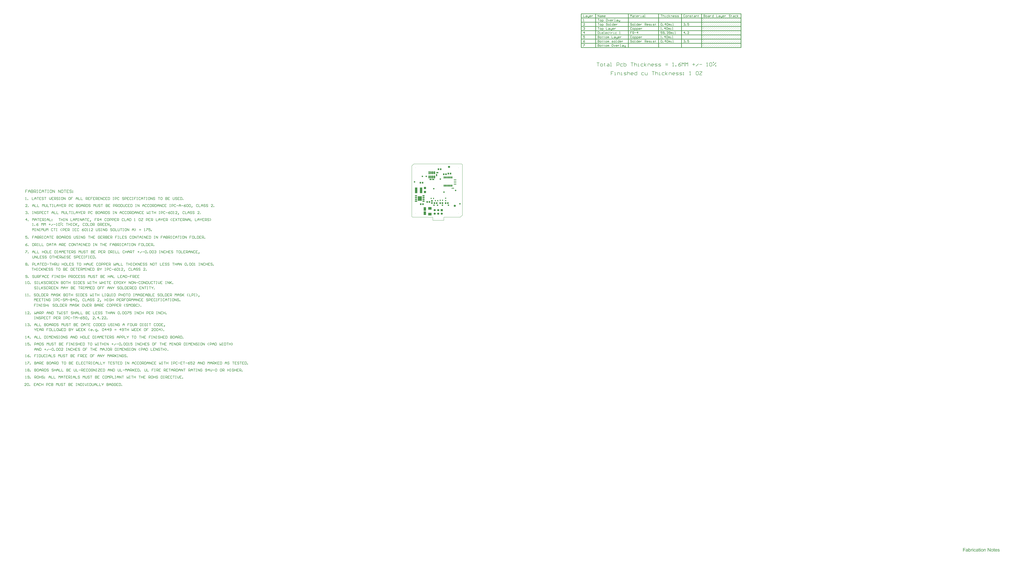
<source format=gbs>
G04 Layer_Color=16711935*
%FSLAX25Y25*%
%MOIN*%
G70*
G01*
G75*
%ADD22C,0.01000*%
%ADD27C,0.01500*%
%ADD28C,0.00100*%
%ADD29C,0.00500*%
%ADD55R,0.05000X0.03000*%
%ADD57R,0.02765X0.03750*%
%ADD58R,0.04340X0.04537*%
%ADD59R,0.04537X0.04340*%
%ADD62C,0.05937*%
%ADD68C,0.05954*%
%ADD69R,0.05954X0.05954*%
%ADD70C,0.01200*%
%ADD71R,0.03000X0.05000*%
%ADD72R,0.05000X0.03800*%
%ADD73R,0.03041X0.03041*%
%ADD74R,0.06506X0.16348*%
%ADD75R,0.03750X0.02765*%
%ADD76R,0.02962X0.03750*%
%ADD77R,0.05918X0.06312*%
%ADD78R,0.09383X0.07178*%
%ADD79C,0.04100*%
%ADD80R,0.06902X0.10249*%
%ADD81R,0.03750X0.02962*%
%ADD82R,0.02175X0.05915*%
%ADD83O,0.02175X0.05915*%
%ADD84R,0.11627X0.13005*%
%ADD85O,0.06509X0.03556*%
%ADD86R,0.06509X0.03556*%
%ADD87O,0.03792X0.08792*%
%ADD88R,0.03792X0.08792*%
G36*
X1611440Y-943131D02*
X1612626D01*
Y-944054D01*
X1611440D01*
Y-948138D01*
Y-948153D01*
Y-948211D01*
Y-948299D01*
X1611455Y-948402D01*
X1611470Y-948621D01*
X1611484Y-948709D01*
X1611499Y-948782D01*
X1611514Y-948812D01*
X1611543Y-948870D01*
X1611601Y-948943D01*
X1611689Y-949017D01*
X1611719Y-949031D01*
X1611792Y-949046D01*
X1611923Y-949075D01*
X1612099Y-949090D01*
X1612246D01*
X1612319Y-949075D01*
X1612407D01*
X1612626Y-949046D01*
X1612787Y-950085D01*
X1612758D01*
X1612699Y-950100D01*
X1612612Y-950115D01*
X1612480Y-950129D01*
X1612348Y-950159D01*
X1612202Y-950173D01*
X1611894Y-950188D01*
X1611792D01*
X1611675Y-950173D01*
X1611528Y-950159D01*
X1611367Y-950144D01*
X1611191Y-950100D01*
X1611030Y-950056D01*
X1610884Y-949998D01*
X1610869Y-949983D01*
X1610825Y-949954D01*
X1610767Y-949910D01*
X1610694Y-949851D01*
X1610606Y-949778D01*
X1610533Y-949690D01*
X1610445Y-949588D01*
X1610386Y-949471D01*
Y-949456D01*
X1610372Y-949397D01*
X1610342Y-949309D01*
X1610328Y-949163D01*
X1610298Y-948973D01*
X1610284Y-948870D01*
X1610269Y-948738D01*
Y-948592D01*
X1610254Y-948431D01*
Y-948255D01*
Y-948065D01*
Y-944054D01*
X1609376D01*
Y-943131D01*
X1610254D01*
Y-941418D01*
X1611440Y-940701D01*
Y-943131D01*
D02*
G37*
G36*
X1653984D02*
X1655170D01*
Y-944054D01*
X1653984D01*
Y-948138D01*
Y-948153D01*
Y-948211D01*
Y-948299D01*
X1653999Y-948402D01*
X1654013Y-948621D01*
X1654028Y-948709D01*
X1654043Y-948782D01*
X1654057Y-948812D01*
X1654087Y-948870D01*
X1654145Y-948943D01*
X1654233Y-949017D01*
X1654262Y-949031D01*
X1654336Y-949046D01*
X1654467Y-949075D01*
X1654643Y-949090D01*
X1654789D01*
X1654863Y-949075D01*
X1654950D01*
X1655170Y-949046D01*
X1655331Y-950085D01*
X1655302D01*
X1655243Y-950100D01*
X1655155Y-950115D01*
X1655024Y-950129D01*
X1654892Y-950159D01*
X1654745Y-950173D01*
X1654438Y-950188D01*
X1654336D01*
X1654218Y-950173D01*
X1654072Y-950159D01*
X1653911Y-950144D01*
X1653735Y-950100D01*
X1653574Y-950056D01*
X1653428Y-949998D01*
X1653413Y-949983D01*
X1653369Y-949954D01*
X1653311Y-949910D01*
X1653238Y-949851D01*
X1653150Y-949778D01*
X1653077Y-949690D01*
X1652989Y-949588D01*
X1652930Y-949471D01*
Y-949456D01*
X1652915Y-949397D01*
X1652886Y-949309D01*
X1652872Y-949163D01*
X1652842Y-948973D01*
X1652828Y-948870D01*
X1652813Y-948738D01*
Y-948592D01*
X1652798Y-948431D01*
Y-948255D01*
Y-948065D01*
Y-944054D01*
X1651920D01*
Y-943131D01*
X1652798D01*
Y-941418D01*
X1653984Y-940701D01*
Y-943131D01*
D02*
G37*
G36*
X1648187Y-942985D02*
X1648318Y-943000D01*
X1648450Y-943014D01*
X1648611Y-943044D01*
X1648787Y-943087D01*
X1649153Y-943205D01*
X1649343Y-943278D01*
X1649548Y-943366D01*
X1649739Y-943483D01*
X1649929Y-943614D01*
X1650119Y-943761D01*
X1650295Y-943922D01*
X1650310Y-943937D01*
X1650339Y-943966D01*
X1650383Y-944024D01*
X1650441Y-944098D01*
X1650514Y-944185D01*
X1650588Y-944303D01*
X1650676Y-944449D01*
X1650763Y-944595D01*
X1650837Y-944771D01*
X1650924Y-944976D01*
X1650998Y-945181D01*
X1651071Y-945415D01*
X1651129Y-945664D01*
X1651173Y-945942D01*
X1651203Y-946220D01*
X1651217Y-946528D01*
Y-946542D01*
Y-946586D01*
Y-946660D01*
Y-946747D01*
X1651203Y-946865D01*
Y-946996D01*
X1651188Y-947143D01*
X1651173Y-947304D01*
X1651115Y-947641D01*
X1651041Y-947992D01*
X1650939Y-948343D01*
X1650807Y-948651D01*
Y-948665D01*
X1650793Y-948680D01*
X1650734Y-948782D01*
X1650632Y-948914D01*
X1650500Y-949090D01*
X1650339Y-949280D01*
X1650134Y-949471D01*
X1649900Y-949661D01*
X1649621Y-949837D01*
X1649607D01*
X1649592Y-949851D01*
X1649548Y-949880D01*
X1649490Y-949895D01*
X1649329Y-949968D01*
X1649124Y-950041D01*
X1648875Y-950129D01*
X1648597Y-950188D01*
X1648289Y-950246D01*
X1647952Y-950261D01*
X1647806D01*
X1647704Y-950246D01*
X1647586Y-950232D01*
X1647440Y-950217D01*
X1647279Y-950188D01*
X1647103Y-950144D01*
X1646737Y-950027D01*
X1646532Y-949954D01*
X1646342Y-949866D01*
X1646137Y-949763D01*
X1645947Y-949632D01*
X1645757Y-949485D01*
X1645581Y-949324D01*
X1645566Y-949309D01*
X1645537Y-949280D01*
X1645493Y-949222D01*
X1645449Y-949148D01*
X1645376Y-949046D01*
X1645303Y-948929D01*
X1645215Y-948797D01*
X1645142Y-948636D01*
X1645054Y-948446D01*
X1644966Y-948255D01*
X1644893Y-948021D01*
X1644834Y-947787D01*
X1644776Y-947523D01*
X1644732Y-947245D01*
X1644702Y-946938D01*
X1644688Y-946616D01*
Y-946586D01*
Y-946528D01*
X1644702Y-946425D01*
Y-946294D01*
X1644717Y-946133D01*
X1644746Y-945957D01*
X1644776Y-945752D01*
X1644819Y-945532D01*
X1644878Y-945298D01*
X1644951Y-945064D01*
X1645039Y-944830D01*
X1645142Y-944595D01*
X1645259Y-944361D01*
X1645405Y-944141D01*
X1645566Y-943937D01*
X1645757Y-943746D01*
X1645771Y-943732D01*
X1645800Y-943717D01*
X1645844Y-943673D01*
X1645918Y-943629D01*
X1646005Y-943571D01*
X1646108Y-943497D01*
X1646225Y-943424D01*
X1646371Y-943351D01*
X1646518Y-943292D01*
X1646679Y-943219D01*
X1647059Y-943087D01*
X1647484Y-943000D01*
X1647718Y-942985D01*
X1647952Y-942970D01*
X1648084D01*
X1648187Y-942985D01*
D02*
G37*
G36*
X1659416D02*
X1659533Y-943000D01*
X1659679Y-943014D01*
X1659826Y-943044D01*
X1660001Y-943087D01*
X1660353Y-943205D01*
X1660543Y-943278D01*
X1660733Y-943380D01*
X1660924Y-943483D01*
X1661114Y-943614D01*
X1661289Y-943761D01*
X1661465Y-943937D01*
X1661480Y-943951D01*
X1661509Y-943981D01*
X1661553Y-944039D01*
X1661612Y-944112D01*
X1661670Y-944215D01*
X1661743Y-944332D01*
X1661831Y-944464D01*
X1661919Y-944625D01*
X1661992Y-944815D01*
X1662080Y-945005D01*
X1662153Y-945225D01*
X1662226Y-945474D01*
X1662270Y-945723D01*
X1662314Y-946001D01*
X1662344Y-946294D01*
X1662358Y-946616D01*
Y-946630D01*
Y-946689D01*
Y-946791D01*
X1662344Y-946923D01*
X1657161D01*
Y-946938D01*
Y-946967D01*
X1657176Y-947040D01*
Y-947113D01*
X1657190Y-947216D01*
X1657205Y-947318D01*
X1657264Y-947582D01*
X1657351Y-947860D01*
X1657454Y-948153D01*
X1657615Y-948446D01*
X1657805Y-948695D01*
X1657834Y-948724D01*
X1657908Y-948782D01*
X1658039Y-948885D01*
X1658200Y-948987D01*
X1658420Y-949104D01*
X1658669Y-949207D01*
X1658947Y-949265D01*
X1659255Y-949295D01*
X1659372D01*
X1659489Y-949280D01*
X1659635Y-949251D01*
X1659811Y-949207D01*
X1660001Y-949148D01*
X1660192Y-949075D01*
X1660367Y-948958D01*
X1660382Y-948943D01*
X1660440Y-948885D01*
X1660528Y-948812D01*
X1660631Y-948680D01*
X1660748Y-948534D01*
X1660865Y-948343D01*
X1660982Y-948109D01*
X1661099Y-947845D01*
X1662314Y-948007D01*
Y-948021D01*
X1662300Y-948050D01*
X1662285Y-948109D01*
X1662256Y-948182D01*
X1662226Y-948270D01*
X1662183Y-948372D01*
X1662065Y-948621D01*
X1661919Y-948885D01*
X1661743Y-949163D01*
X1661509Y-949441D01*
X1661246Y-949675D01*
X1661231D01*
X1661216Y-949705D01*
X1661172Y-949734D01*
X1661099Y-949763D01*
X1661026Y-949807D01*
X1660938Y-949866D01*
X1660836Y-949910D01*
X1660704Y-949968D01*
X1660426Y-950071D01*
X1660074Y-950173D01*
X1659694Y-950232D01*
X1659255Y-950261D01*
X1659108D01*
X1659006Y-950246D01*
X1658874Y-950232D01*
X1658727Y-950217D01*
X1658566Y-950188D01*
X1658376Y-950144D01*
X1657995Y-950027D01*
X1657791Y-949954D01*
X1657600Y-949866D01*
X1657395Y-949763D01*
X1657205Y-949632D01*
X1657015Y-949485D01*
X1656839Y-949324D01*
X1656824Y-949309D01*
X1656795Y-949280D01*
X1656751Y-949222D01*
X1656707Y-949148D01*
X1656634Y-949061D01*
X1656561Y-948943D01*
X1656473Y-948797D01*
X1656400Y-948636D01*
X1656312Y-948460D01*
X1656224Y-948270D01*
X1656151Y-948050D01*
X1656092Y-947816D01*
X1656034Y-947567D01*
X1655990Y-947289D01*
X1655961Y-946996D01*
X1655946Y-946689D01*
Y-946674D01*
Y-946616D01*
Y-946513D01*
X1655961Y-946396D01*
X1655975Y-946250D01*
X1655990Y-946074D01*
X1656019Y-945884D01*
X1656063Y-945679D01*
X1656166Y-945240D01*
X1656239Y-945020D01*
X1656327Y-944786D01*
X1656429Y-944566D01*
X1656546Y-944347D01*
X1656678Y-944141D01*
X1656839Y-943951D01*
X1656854Y-943937D01*
X1656883Y-943907D01*
X1656927Y-943863D01*
X1657000Y-943790D01*
X1657088Y-943717D01*
X1657205Y-943644D01*
X1657322Y-943556D01*
X1657468Y-943453D01*
X1657630Y-943366D01*
X1657805Y-943278D01*
X1657995Y-943205D01*
X1658215Y-943117D01*
X1658435Y-943058D01*
X1658669Y-943014D01*
X1658918Y-942985D01*
X1659181Y-942970D01*
X1659313D01*
X1659416Y-942985D01*
D02*
G37*
G36*
X1614983Y-950100D02*
X1613797D01*
Y-943131D01*
X1614983D01*
Y-950100D01*
D02*
G37*
G36*
X1576729Y-942985D02*
X1576934Y-943000D01*
X1577168Y-943029D01*
X1577417Y-943058D01*
X1577651Y-943117D01*
X1577871Y-943190D01*
X1577900Y-943205D01*
X1577959Y-943219D01*
X1578061Y-943278D01*
X1578178Y-943336D01*
X1578310Y-943410D01*
X1578456Y-943497D01*
X1578574Y-943600D01*
X1578691Y-943717D01*
X1578705Y-943732D01*
X1578735Y-943775D01*
X1578778Y-943834D01*
X1578837Y-943937D01*
X1578896Y-944054D01*
X1578954Y-944185D01*
X1579013Y-944347D01*
X1579057Y-944522D01*
Y-944537D01*
X1579071Y-944581D01*
X1579086Y-944654D01*
X1579101Y-944771D01*
Y-944917D01*
X1579115Y-945108D01*
X1579130Y-945327D01*
Y-945605D01*
Y-947187D01*
Y-947201D01*
Y-947260D01*
Y-947348D01*
Y-947450D01*
Y-947582D01*
Y-947728D01*
X1579144Y-948065D01*
Y-948431D01*
X1579159Y-948768D01*
X1579174Y-948929D01*
Y-949061D01*
X1579188Y-949178D01*
X1579203Y-949280D01*
Y-949295D01*
X1579218Y-949353D01*
X1579232Y-949441D01*
X1579262Y-949544D01*
X1579305Y-949661D01*
X1579364Y-949807D01*
X1579496Y-950100D01*
X1578266D01*
X1578251Y-950085D01*
X1578237Y-950041D01*
X1578207Y-949954D01*
X1578164Y-949851D01*
X1578120Y-949719D01*
X1578090Y-949573D01*
X1578061Y-949412D01*
X1578032Y-949222D01*
X1578003Y-949251D01*
X1577915Y-949309D01*
X1577798Y-949412D01*
X1577622Y-949529D01*
X1577432Y-949675D01*
X1577212Y-949807D01*
X1576992Y-949924D01*
X1576758Y-950027D01*
X1576729Y-950041D01*
X1576656Y-950056D01*
X1576539Y-950100D01*
X1576377Y-950144D01*
X1576173Y-950188D01*
X1575953Y-950217D01*
X1575719Y-950246D01*
X1575455Y-950261D01*
X1575353D01*
X1575265Y-950246D01*
X1575177D01*
X1575060Y-950232D01*
X1574811Y-950188D01*
X1574518Y-950129D01*
X1574240Y-950027D01*
X1573947Y-949895D01*
X1573698Y-949705D01*
X1573669Y-949675D01*
X1573596Y-949602D01*
X1573508Y-949485D01*
X1573391Y-949309D01*
X1573274Y-949104D01*
X1573186Y-948870D01*
X1573113Y-948577D01*
X1573083Y-948270D01*
Y-948241D01*
Y-948182D01*
X1573098Y-948080D01*
X1573113Y-947963D01*
X1573142Y-947816D01*
X1573171Y-947655D01*
X1573230Y-947494D01*
X1573303Y-947333D01*
X1573318Y-947318D01*
X1573347Y-947260D01*
X1573391Y-947187D01*
X1573464Y-947084D01*
X1573552Y-946982D01*
X1573669Y-946865D01*
X1573786Y-946762D01*
X1573918Y-946660D01*
X1573933Y-946645D01*
X1573991Y-946616D01*
X1574064Y-946572D01*
X1574167Y-946513D01*
X1574299Y-946440D01*
X1574430Y-946381D01*
X1574591Y-946323D01*
X1574767Y-946264D01*
X1574782D01*
X1574840Y-946250D01*
X1574914Y-946235D01*
X1575031Y-946206D01*
X1575177Y-946177D01*
X1575367Y-946147D01*
X1575572Y-946118D01*
X1575821Y-946089D01*
X1575836D01*
X1575880Y-946074D01*
X1575953D01*
X1576055Y-946059D01*
X1576173Y-946045D01*
X1576304Y-946030D01*
X1576626Y-945971D01*
X1576963Y-945913D01*
X1577314Y-945854D01*
X1577651Y-945767D01*
X1577798Y-945723D01*
X1577929Y-945679D01*
Y-945664D01*
Y-945635D01*
X1577944Y-945547D01*
Y-945444D01*
Y-945401D01*
Y-945371D01*
Y-945357D01*
Y-945342D01*
Y-945254D01*
X1577929Y-945122D01*
X1577900Y-944976D01*
X1577856Y-944815D01*
X1577798Y-944639D01*
X1577724Y-944493D01*
X1577607Y-944361D01*
X1577593Y-944347D01*
X1577519Y-944303D01*
X1577417Y-944229D01*
X1577271Y-944156D01*
X1577080Y-944083D01*
X1576846Y-944010D01*
X1576568Y-943966D01*
X1576260Y-943951D01*
X1576129D01*
X1575982Y-943966D01*
X1575792Y-943981D01*
X1575587Y-944024D01*
X1575397Y-944068D01*
X1575192Y-944141D01*
X1575031Y-944244D01*
X1575016Y-944259D01*
X1574972Y-944303D01*
X1574899Y-944376D01*
X1574811Y-944478D01*
X1574709Y-944625D01*
X1574621Y-944800D01*
X1574518Y-945020D01*
X1574445Y-945269D01*
X1573289Y-945108D01*
Y-945093D01*
X1573303Y-945078D01*
X1573318Y-944991D01*
X1573362Y-944859D01*
X1573406Y-944683D01*
X1573479Y-944493D01*
X1573567Y-944303D01*
X1573669Y-944098D01*
X1573801Y-943922D01*
X1573816Y-943907D01*
X1573874Y-943849D01*
X1573947Y-943761D01*
X1574064Y-943658D01*
X1574211Y-943556D01*
X1574401Y-943439D01*
X1574606Y-943322D01*
X1574840Y-943219D01*
X1574855D01*
X1574870Y-943205D01*
X1574914Y-943190D01*
X1574957Y-943175D01*
X1575104Y-943146D01*
X1575294Y-943087D01*
X1575528Y-943044D01*
X1575792Y-943014D01*
X1576099Y-942985D01*
X1576421Y-942970D01*
X1576568D01*
X1576729Y-942985D01*
D02*
G37*
G36*
X1571986Y-941609D02*
X1566774D01*
Y-944610D01*
X1571283D01*
Y-945737D01*
X1566774D01*
Y-950100D01*
X1565500D01*
Y-940481D01*
X1571986D01*
Y-941609D01*
D02*
G37*
G36*
X1605833Y-942985D02*
X1606038Y-943000D01*
X1606272Y-943029D01*
X1606521Y-943058D01*
X1606755Y-943117D01*
X1606975Y-943190D01*
X1607004Y-943205D01*
X1607063Y-943219D01*
X1607165Y-943278D01*
X1607283Y-943336D01*
X1607414Y-943410D01*
X1607561Y-943497D01*
X1607678Y-943600D01*
X1607795Y-943717D01*
X1607810Y-943732D01*
X1607839Y-943775D01*
X1607883Y-943834D01*
X1607941Y-943937D01*
X1608000Y-944054D01*
X1608059Y-944185D01*
X1608117Y-944347D01*
X1608161Y-944522D01*
Y-944537D01*
X1608176Y-944581D01*
X1608190Y-944654D01*
X1608205Y-944771D01*
Y-944917D01*
X1608220Y-945108D01*
X1608234Y-945327D01*
Y-945605D01*
Y-947187D01*
Y-947201D01*
Y-947260D01*
Y-947348D01*
Y-947450D01*
Y-947582D01*
Y-947728D01*
X1608249Y-948065D01*
Y-948431D01*
X1608263Y-948768D01*
X1608278Y-948929D01*
Y-949061D01*
X1608293Y-949178D01*
X1608307Y-949280D01*
Y-949295D01*
X1608322Y-949353D01*
X1608337Y-949441D01*
X1608366Y-949544D01*
X1608410Y-949661D01*
X1608468Y-949807D01*
X1608600Y-950100D01*
X1607370D01*
X1607356Y-950085D01*
X1607341Y-950041D01*
X1607312Y-949954D01*
X1607268Y-949851D01*
X1607224Y-949719D01*
X1607195Y-949573D01*
X1607165Y-949412D01*
X1607136Y-949222D01*
X1607107Y-949251D01*
X1607019Y-949309D01*
X1606902Y-949412D01*
X1606726Y-949529D01*
X1606536Y-949675D01*
X1606316Y-949807D01*
X1606097Y-949924D01*
X1605862Y-950027D01*
X1605833Y-950041D01*
X1605760Y-950056D01*
X1605643Y-950100D01*
X1605482Y-950144D01*
X1605277Y-950188D01*
X1605057Y-950217D01*
X1604823Y-950246D01*
X1604560Y-950261D01*
X1604457D01*
X1604369Y-950246D01*
X1604281D01*
X1604164Y-950232D01*
X1603915Y-950188D01*
X1603623Y-950129D01*
X1603344Y-950027D01*
X1603052Y-949895D01*
X1602803Y-949705D01*
X1602773Y-949675D01*
X1602700Y-949602D01*
X1602612Y-949485D01*
X1602495Y-949309D01*
X1602378Y-949104D01*
X1602290Y-948870D01*
X1602217Y-948577D01*
X1602188Y-948270D01*
Y-948241D01*
Y-948182D01*
X1602202Y-948080D01*
X1602217Y-947963D01*
X1602246Y-947816D01*
X1602276Y-947655D01*
X1602334Y-947494D01*
X1602407Y-947333D01*
X1602422Y-947318D01*
X1602451Y-947260D01*
X1602495Y-947187D01*
X1602568Y-947084D01*
X1602656Y-946982D01*
X1602773Y-946865D01*
X1602891Y-946762D01*
X1603022Y-946660D01*
X1603037Y-946645D01*
X1603095Y-946616D01*
X1603169Y-946572D01*
X1603271Y-946513D01*
X1603403Y-946440D01*
X1603535Y-946381D01*
X1603696Y-946323D01*
X1603871Y-946264D01*
X1603886D01*
X1603945Y-946250D01*
X1604018Y-946235D01*
X1604135Y-946206D01*
X1604281Y-946177D01*
X1604472Y-946147D01*
X1604677Y-946118D01*
X1604926Y-946089D01*
X1604940D01*
X1604984Y-946074D01*
X1605057D01*
X1605160Y-946059D01*
X1605277Y-946045D01*
X1605409Y-946030D01*
X1605731Y-945971D01*
X1606067Y-945913D01*
X1606419Y-945854D01*
X1606755Y-945767D01*
X1606902Y-945723D01*
X1607034Y-945679D01*
Y-945664D01*
Y-945635D01*
X1607048Y-945547D01*
Y-945444D01*
Y-945401D01*
Y-945371D01*
Y-945357D01*
Y-945342D01*
Y-945254D01*
X1607034Y-945122D01*
X1607004Y-944976D01*
X1606960Y-944815D01*
X1606902Y-944639D01*
X1606829Y-944493D01*
X1606712Y-944361D01*
X1606697Y-944347D01*
X1606624Y-944303D01*
X1606521Y-944229D01*
X1606375Y-944156D01*
X1606185Y-944083D01*
X1605950Y-944010D01*
X1605672Y-943966D01*
X1605365Y-943951D01*
X1605233D01*
X1605087Y-943966D01*
X1604896Y-943981D01*
X1604691Y-944024D01*
X1604501Y-944068D01*
X1604296Y-944141D01*
X1604135Y-944244D01*
X1604120Y-944259D01*
X1604076Y-944303D01*
X1604003Y-944376D01*
X1603915Y-944478D01*
X1603813Y-944625D01*
X1603725Y-944800D01*
X1603623Y-945020D01*
X1603549Y-945269D01*
X1602393Y-945108D01*
Y-945093D01*
X1602407Y-945078D01*
X1602422Y-944991D01*
X1602466Y-944859D01*
X1602510Y-944683D01*
X1602583Y-944493D01*
X1602671Y-944303D01*
X1602773Y-944098D01*
X1602905Y-943922D01*
X1602920Y-943907D01*
X1602978Y-943849D01*
X1603052Y-943761D01*
X1603169Y-943658D01*
X1603315Y-943556D01*
X1603505Y-943439D01*
X1603710Y-943322D01*
X1603945Y-943219D01*
X1603959D01*
X1603974Y-943205D01*
X1604018Y-943190D01*
X1604062Y-943175D01*
X1604208Y-943146D01*
X1604399Y-943087D01*
X1604633Y-943044D01*
X1604896Y-943014D01*
X1605204Y-942985D01*
X1605526Y-942970D01*
X1605672D01*
X1605833Y-942985D01*
D02*
G37*
G36*
X1594077Y-950100D02*
X1592891D01*
Y-943131D01*
X1594077D01*
Y-950100D01*
D02*
G37*
G36*
X1627749Y-942985D02*
X1627896Y-943000D01*
X1628071Y-943029D01*
X1628276Y-943073D01*
X1628467Y-943131D01*
X1628672Y-943205D01*
X1628701Y-943219D01*
X1628759Y-943248D01*
X1628847Y-943292D01*
X1628964Y-943366D01*
X1629096Y-943453D01*
X1629228Y-943556D01*
X1629360Y-943673D01*
X1629462Y-943805D01*
X1629477Y-943819D01*
X1629506Y-943863D01*
X1629550Y-943951D01*
X1629609Y-944054D01*
X1629667Y-944171D01*
X1629726Y-944317D01*
X1629784Y-944493D01*
X1629828Y-944669D01*
Y-944683D01*
X1629843Y-944727D01*
X1629857Y-944815D01*
X1629872Y-944932D01*
Y-945093D01*
X1629887Y-945298D01*
X1629901Y-945532D01*
Y-945825D01*
Y-950100D01*
X1628716D01*
Y-945869D01*
Y-945854D01*
Y-945840D01*
Y-945752D01*
Y-945620D01*
X1628701Y-945459D01*
X1628686Y-945298D01*
X1628657Y-945108D01*
X1628613Y-944947D01*
X1628569Y-944800D01*
Y-944786D01*
X1628540Y-944742D01*
X1628511Y-944669D01*
X1628467Y-944595D01*
X1628393Y-944493D01*
X1628306Y-944405D01*
X1628203Y-944303D01*
X1628086Y-944215D01*
X1628071Y-944200D01*
X1628027Y-944185D01*
X1627954Y-944141D01*
X1627852Y-944098D01*
X1627735Y-944068D01*
X1627588Y-944024D01*
X1627442Y-944010D01*
X1627266Y-943995D01*
X1627134D01*
X1627003Y-944024D01*
X1626812Y-944054D01*
X1626607Y-944112D01*
X1626402Y-944200D01*
X1626168Y-944317D01*
X1625963Y-944478D01*
X1625934Y-944508D01*
X1625875Y-944581D01*
X1625788Y-944698D01*
X1625744Y-944786D01*
X1625700Y-944888D01*
X1625641Y-945005D01*
X1625597Y-945137D01*
X1625553Y-945283D01*
X1625509Y-945444D01*
X1625465Y-945635D01*
X1625451Y-945840D01*
X1625422Y-946059D01*
Y-946294D01*
Y-950100D01*
X1624236D01*
Y-943131D01*
X1625304D01*
Y-944127D01*
X1625319Y-944112D01*
X1625334Y-944083D01*
X1625378Y-944024D01*
X1625451Y-943951D01*
X1625524Y-943863D01*
X1625627Y-943761D01*
X1625729Y-943658D01*
X1625861Y-943541D01*
X1626022Y-943439D01*
X1626183Y-943336D01*
X1626358Y-943234D01*
X1626563Y-943146D01*
X1626768Y-943073D01*
X1627003Y-943014D01*
X1627251Y-942985D01*
X1627515Y-942970D01*
X1627617D01*
X1627749Y-942985D01*
D02*
G37*
G36*
X1591193D02*
X1591354Y-943014D01*
X1591530Y-943073D01*
X1591735Y-943131D01*
X1591955Y-943234D01*
X1592189Y-943366D01*
X1591764Y-944449D01*
X1591749Y-944434D01*
X1591691Y-944405D01*
X1591603Y-944361D01*
X1591501Y-944317D01*
X1591369Y-944273D01*
X1591222Y-944229D01*
X1591061Y-944200D01*
X1590900Y-944185D01*
X1590842D01*
X1590769Y-944200D01*
X1590666Y-944215D01*
X1590564Y-944244D01*
X1590447Y-944288D01*
X1590329Y-944347D01*
X1590212Y-944420D01*
X1590198Y-944434D01*
X1590168Y-944464D01*
X1590110Y-944522D01*
X1590051Y-944595D01*
X1589978Y-944683D01*
X1589905Y-944800D01*
X1589846Y-944932D01*
X1589788Y-945078D01*
X1589773Y-945108D01*
X1589758Y-945181D01*
X1589729Y-945313D01*
X1589700Y-945488D01*
X1589656Y-945693D01*
X1589627Y-945928D01*
X1589612Y-946177D01*
X1589597Y-946455D01*
Y-950100D01*
X1588412D01*
Y-943131D01*
X1589480D01*
Y-944171D01*
X1589495Y-944156D01*
X1589554Y-944068D01*
X1589627Y-943937D01*
X1589715Y-943790D01*
X1589832Y-943629D01*
X1589963Y-943468D01*
X1590081Y-943322D01*
X1590212Y-943219D01*
X1590227Y-943205D01*
X1590271Y-943175D01*
X1590344Y-943146D01*
X1590447Y-943087D01*
X1590549Y-943044D01*
X1590681Y-943014D01*
X1590827Y-942985D01*
X1590974Y-942970D01*
X1591076D01*
X1591193Y-942985D01*
D02*
G37*
G36*
X1614983Y-941828D02*
X1613797D01*
Y-940481D01*
X1614983D01*
Y-941828D01*
D02*
G37*
G36*
X1594077D02*
X1592891D01*
Y-940481D01*
X1594077D01*
Y-941828D01*
D02*
G37*
G36*
X1666370Y-942985D02*
X1666560Y-943000D01*
X1666794Y-943029D01*
X1667028Y-943073D01*
X1667277Y-943131D01*
X1667512Y-943219D01*
X1667526D01*
X1667541Y-943234D01*
X1667614Y-943263D01*
X1667731Y-943322D01*
X1667863Y-943380D01*
X1668009Y-943483D01*
X1668170Y-943585D01*
X1668317Y-943717D01*
X1668434Y-943863D01*
X1668448Y-943878D01*
X1668478Y-943937D01*
X1668536Y-944024D01*
X1668609Y-944141D01*
X1668668Y-944288D01*
X1668741Y-944478D01*
X1668800Y-944683D01*
X1668858Y-944917D01*
X1667702Y-945078D01*
Y-945049D01*
X1667687Y-944991D01*
X1667658Y-944888D01*
X1667614Y-944771D01*
X1667555Y-944639D01*
X1667468Y-944508D01*
X1667365Y-944361D01*
X1667233Y-944244D01*
X1667219Y-944229D01*
X1667160Y-944200D01*
X1667072Y-944141D01*
X1666955Y-944083D01*
X1666809Y-944039D01*
X1666619Y-943981D01*
X1666413Y-943951D01*
X1666165Y-943937D01*
X1666033D01*
X1665886Y-943951D01*
X1665711Y-943966D01*
X1665520Y-944010D01*
X1665330Y-944054D01*
X1665140Y-944127D01*
X1664993Y-944215D01*
X1664979Y-944229D01*
X1664935Y-944259D01*
X1664891Y-944317D01*
X1664832Y-944390D01*
X1664759Y-944478D01*
X1664715Y-944595D01*
X1664671Y-944713D01*
X1664657Y-944844D01*
Y-944859D01*
Y-944888D01*
X1664671Y-944932D01*
Y-944991D01*
X1664715Y-945122D01*
X1664788Y-945269D01*
X1664803Y-945283D01*
X1664818Y-945298D01*
X1664906Y-945371D01*
X1664964Y-945430D01*
X1665037Y-945474D01*
X1665140Y-945532D01*
X1665242Y-945576D01*
X1665257D01*
X1665286Y-945591D01*
X1665345Y-945605D01*
X1665447Y-945635D01*
X1665579Y-945679D01*
X1665769Y-945737D01*
X1666004Y-945796D01*
X1666135Y-945840D01*
X1666296Y-945884D01*
X1666311D01*
X1666355Y-945898D01*
X1666413Y-945913D01*
X1666501Y-945942D01*
X1666604Y-945971D01*
X1666721Y-946001D01*
X1666985Y-946074D01*
X1667277Y-946162D01*
X1667570Y-946264D01*
X1667834Y-946352D01*
X1667951Y-946396D01*
X1668053Y-946440D01*
X1668082Y-946455D01*
X1668141Y-946484D01*
X1668229Y-946528D01*
X1668331Y-946586D01*
X1668463Y-946674D01*
X1668595Y-946791D01*
X1668712Y-946908D01*
X1668829Y-947055D01*
X1668844Y-947069D01*
X1668873Y-947128D01*
X1668917Y-947216D01*
X1668975Y-947333D01*
X1669034Y-947479D01*
X1669078Y-947655D01*
X1669107Y-947845D01*
X1669122Y-948065D01*
Y-948094D01*
Y-948168D01*
X1669107Y-948285D01*
X1669078Y-948416D01*
X1669034Y-948592D01*
X1668975Y-948782D01*
X1668888Y-948973D01*
X1668771Y-949178D01*
X1668756Y-949207D01*
X1668712Y-949265D01*
X1668624Y-949353D01*
X1668507Y-949471D01*
X1668375Y-949602D01*
X1668200Y-949734D01*
X1667995Y-949866D01*
X1667760Y-949983D01*
X1667731Y-949998D01*
X1667643Y-950027D01*
X1667512Y-950071D01*
X1667336Y-950115D01*
X1667116Y-950173D01*
X1666867Y-950217D01*
X1666589Y-950246D01*
X1666296Y-950261D01*
X1666165D01*
X1666077Y-950246D01*
X1665960D01*
X1665828Y-950232D01*
X1665520Y-950188D01*
X1665184Y-950129D01*
X1664847Y-950027D01*
X1664510Y-949895D01*
X1664364Y-949807D01*
X1664218Y-949705D01*
X1664203D01*
X1664188Y-949675D01*
X1664100Y-949602D01*
X1663983Y-949471D01*
X1663837Y-949280D01*
X1663691Y-949046D01*
X1663544Y-948753D01*
X1663412Y-948416D01*
X1663325Y-948021D01*
X1664496Y-947831D01*
Y-947845D01*
Y-947860D01*
X1664510Y-947948D01*
X1664554Y-948080D01*
X1664598Y-948241D01*
X1664671Y-948416D01*
X1664759Y-948592D01*
X1664891Y-948768D01*
X1665037Y-948929D01*
X1665052Y-948943D01*
X1665125Y-948987D01*
X1665228Y-949046D01*
X1665359Y-949104D01*
X1665550Y-949178D01*
X1665755Y-949236D01*
X1666018Y-949280D01*
X1666296Y-949295D01*
X1666428D01*
X1666575Y-949280D01*
X1666750Y-949251D01*
X1666955Y-949222D01*
X1667160Y-949163D01*
X1667351Y-949075D01*
X1667512Y-948973D01*
X1667526Y-948958D01*
X1667570Y-948914D01*
X1667643Y-948841D01*
X1667716Y-948753D01*
X1667775Y-948636D01*
X1667848Y-948490D01*
X1667892Y-948343D01*
X1667907Y-948182D01*
Y-948168D01*
Y-948109D01*
X1667892Y-948050D01*
X1667863Y-947948D01*
X1667819Y-947860D01*
X1667760Y-947743D01*
X1667673Y-947641D01*
X1667555Y-947553D01*
X1667541Y-947538D01*
X1667497Y-947523D01*
X1667424Y-947494D01*
X1667307Y-947435D01*
X1667146Y-947392D01*
X1666941Y-947318D01*
X1666809Y-947274D01*
X1666677Y-947245D01*
X1666516Y-947201D01*
X1666340Y-947157D01*
X1666326D01*
X1666282Y-947143D01*
X1666223Y-947128D01*
X1666135Y-947099D01*
X1666018Y-947069D01*
X1665901Y-947040D01*
X1665623Y-946952D01*
X1665330Y-946865D01*
X1665023Y-946777D01*
X1664745Y-946674D01*
X1664627Y-946630D01*
X1664525Y-946586D01*
X1664510Y-946572D01*
X1664437Y-946542D01*
X1664349Y-946484D01*
X1664247Y-946411D01*
X1664115Y-946323D01*
X1663998Y-946206D01*
X1663866Y-946074D01*
X1663764Y-945928D01*
X1663749Y-945913D01*
X1663720Y-945854D01*
X1663691Y-945767D01*
X1663647Y-945649D01*
X1663588Y-945518D01*
X1663559Y-945357D01*
X1663529Y-945181D01*
X1663515Y-944991D01*
Y-944976D01*
Y-944917D01*
X1663529Y-944815D01*
X1663544Y-944713D01*
X1663559Y-944581D01*
X1663603Y-944434D01*
X1663647Y-944273D01*
X1663720Y-944127D01*
X1663734Y-944112D01*
X1663764Y-944054D01*
X1663808Y-943981D01*
X1663881Y-943893D01*
X1663954Y-943790D01*
X1664057Y-943688D01*
X1664174Y-943571D01*
X1664305Y-943468D01*
X1664320Y-943453D01*
X1664364Y-943439D01*
X1664422Y-943395D01*
X1664510Y-943351D01*
X1664613Y-943292D01*
X1664745Y-943234D01*
X1664891Y-943175D01*
X1665052Y-943117D01*
X1665081D01*
X1665140Y-943087D01*
X1665228Y-943073D01*
X1665359Y-943044D01*
X1665520Y-943014D01*
X1665681Y-943000D01*
X1665872Y-942970D01*
X1666209D01*
X1666370Y-942985D01*
D02*
G37*
G36*
X1643151Y-950100D02*
X1641848D01*
X1636797Y-942546D01*
Y-950100D01*
X1635582D01*
Y-940481D01*
X1636870D01*
X1641935Y-948036D01*
Y-940481D01*
X1643151D01*
Y-950100D01*
D02*
G37*
G36*
X1619829Y-942985D02*
X1619961Y-943000D01*
X1620093Y-943014D01*
X1620254Y-943044D01*
X1620429Y-943087D01*
X1620795Y-943205D01*
X1620986Y-943278D01*
X1621191Y-943366D01*
X1621381Y-943483D01*
X1621571Y-943614D01*
X1621762Y-943761D01*
X1621937Y-943922D01*
X1621952Y-943937D01*
X1621981Y-943966D01*
X1622025Y-944024D01*
X1622084Y-944098D01*
X1622157Y-944185D01*
X1622230Y-944303D01*
X1622318Y-944449D01*
X1622406Y-944595D01*
X1622479Y-944771D01*
X1622567Y-944976D01*
X1622640Y-945181D01*
X1622713Y-945415D01*
X1622772Y-945664D01*
X1622816Y-945942D01*
X1622845Y-946220D01*
X1622860Y-946528D01*
Y-946542D01*
Y-946586D01*
Y-946660D01*
Y-946747D01*
X1622845Y-946865D01*
Y-946996D01*
X1622830Y-947143D01*
X1622816Y-947304D01*
X1622757Y-947641D01*
X1622684Y-947992D01*
X1622581Y-948343D01*
X1622450Y-948651D01*
Y-948665D01*
X1622435Y-948680D01*
X1622376Y-948782D01*
X1622274Y-948914D01*
X1622142Y-949090D01*
X1621981Y-949280D01*
X1621776Y-949471D01*
X1621542Y-949661D01*
X1621264Y-949837D01*
X1621249D01*
X1621235Y-949851D01*
X1621191Y-949880D01*
X1621132Y-949895D01*
X1620971Y-949968D01*
X1620766Y-950041D01*
X1620517Y-950129D01*
X1620239Y-950188D01*
X1619931Y-950246D01*
X1619595Y-950261D01*
X1619448D01*
X1619346Y-950246D01*
X1619229Y-950232D01*
X1619082Y-950217D01*
X1618921Y-950188D01*
X1618746Y-950144D01*
X1618380Y-950027D01*
X1618175Y-949954D01*
X1617984Y-949866D01*
X1617779Y-949763D01*
X1617589Y-949632D01*
X1617399Y-949485D01*
X1617223Y-949324D01*
X1617208Y-949309D01*
X1617179Y-949280D01*
X1617135Y-949222D01*
X1617091Y-949148D01*
X1617018Y-949046D01*
X1616945Y-948929D01*
X1616857Y-948797D01*
X1616784Y-948636D01*
X1616696Y-948446D01*
X1616608Y-948255D01*
X1616535Y-948021D01*
X1616476Y-947787D01*
X1616418Y-947523D01*
X1616374Y-947245D01*
X1616345Y-946938D01*
X1616330Y-946616D01*
Y-946586D01*
Y-946528D01*
X1616345Y-946425D01*
Y-946294D01*
X1616359Y-946133D01*
X1616389Y-945957D01*
X1616418Y-945752D01*
X1616462Y-945532D01*
X1616520Y-945298D01*
X1616594Y-945064D01*
X1616681Y-944830D01*
X1616784Y-944595D01*
X1616901Y-944361D01*
X1617047Y-944141D01*
X1617208Y-943937D01*
X1617399Y-943746D01*
X1617413Y-943732D01*
X1617443Y-943717D01*
X1617487Y-943673D01*
X1617560Y-943629D01*
X1617648Y-943571D01*
X1617750Y-943497D01*
X1617867Y-943424D01*
X1618014Y-943351D01*
X1618160Y-943292D01*
X1618321Y-943219D01*
X1618702Y-943087D01*
X1619126Y-943000D01*
X1619361Y-942985D01*
X1619595Y-942970D01*
X1619727D01*
X1619829Y-942985D01*
D02*
G37*
G36*
X1598865D02*
X1598967D01*
X1599069Y-943000D01*
X1599333Y-943044D01*
X1599626Y-943117D01*
X1599948Y-943219D01*
X1600255Y-943366D01*
X1600533Y-943556D01*
X1600548D01*
X1600563Y-943585D01*
X1600651Y-943658D01*
X1600768Y-943790D01*
X1600914Y-943966D01*
X1601075Y-944200D01*
X1601222Y-944478D01*
X1601353Y-944815D01*
X1601456Y-945181D01*
X1600314Y-945357D01*
Y-945342D01*
X1600299Y-945327D01*
X1600285Y-945240D01*
X1600241Y-945122D01*
X1600182Y-944961D01*
X1600094Y-944786D01*
X1599992Y-944610D01*
X1599875Y-944449D01*
X1599728Y-944303D01*
X1599714Y-944288D01*
X1599655Y-944244D01*
X1599567Y-944185D01*
X1599450Y-944112D01*
X1599304Y-944054D01*
X1599143Y-943995D01*
X1598938Y-943951D01*
X1598733Y-943937D01*
X1598645D01*
X1598586Y-943951D01*
X1598425Y-943966D01*
X1598220Y-944010D01*
X1597986Y-944098D01*
X1597752Y-944215D01*
X1597503Y-944361D01*
X1597386Y-944464D01*
X1597283Y-944581D01*
X1597254Y-944610D01*
X1597239Y-944654D01*
X1597196Y-944698D01*
X1597152Y-944771D01*
X1597108Y-944859D01*
X1597064Y-944961D01*
X1597020Y-945078D01*
X1596961Y-945210D01*
X1596917Y-945357D01*
X1596873Y-945532D01*
X1596830Y-945708D01*
X1596786Y-945913D01*
X1596771Y-946133D01*
X1596742Y-946367D01*
Y-946616D01*
Y-946630D01*
Y-946674D01*
Y-946747D01*
X1596756Y-946850D01*
Y-946967D01*
X1596771Y-947099D01*
X1596815Y-947392D01*
X1596873Y-947728D01*
X1596961Y-948080D01*
X1597093Y-948387D01*
X1597181Y-948534D01*
X1597269Y-948665D01*
X1597298Y-948695D01*
X1597371Y-948768D01*
X1597488Y-948870D01*
X1597649Y-948973D01*
X1597840Y-949090D01*
X1598089Y-949192D01*
X1598352Y-949265D01*
X1598499Y-949280D01*
X1598660Y-949295D01*
X1598777D01*
X1598909Y-949265D01*
X1599069Y-949236D01*
X1599245Y-949192D01*
X1599450Y-949119D01*
X1599640Y-949017D01*
X1599816Y-948870D01*
X1599831Y-948856D01*
X1599889Y-948782D01*
X1599977Y-948695D01*
X1600065Y-948548D01*
X1600167Y-948358D01*
X1600270Y-948138D01*
X1600358Y-947860D01*
X1600416Y-947553D01*
X1601573Y-947714D01*
Y-947728D01*
X1601558Y-947772D01*
X1601544Y-947831D01*
X1601529Y-947904D01*
X1601500Y-948007D01*
X1601471Y-948124D01*
X1601383Y-948402D01*
X1601251Y-948695D01*
X1601075Y-949017D01*
X1600856Y-949309D01*
X1600592Y-949588D01*
X1600577D01*
X1600563Y-949617D01*
X1600519Y-949646D01*
X1600460Y-949690D01*
X1600373Y-949749D01*
X1600285Y-949807D01*
X1600065Y-949924D01*
X1599787Y-950041D01*
X1599450Y-950159D01*
X1599084Y-950232D01*
X1598879Y-950246D01*
X1598674Y-950261D01*
X1598542D01*
X1598440Y-950246D01*
X1598323Y-950232D01*
X1598176Y-950217D01*
X1598030Y-950188D01*
X1597854Y-950144D01*
X1597488Y-950041D01*
X1597298Y-949954D01*
X1597108Y-949866D01*
X1596917Y-949763D01*
X1596742Y-949646D01*
X1596566Y-949500D01*
X1596390Y-949339D01*
X1596376Y-949324D01*
X1596346Y-949295D01*
X1596317Y-949236D01*
X1596259Y-949163D01*
X1596185Y-949061D01*
X1596112Y-948943D01*
X1596039Y-948812D01*
X1595966Y-948651D01*
X1595878Y-948475D01*
X1595805Y-948270D01*
X1595732Y-948050D01*
X1595658Y-947801D01*
X1595600Y-947553D01*
X1595571Y-947260D01*
X1595541Y-946967D01*
X1595527Y-946645D01*
Y-946630D01*
Y-946601D01*
Y-946528D01*
Y-946455D01*
X1595541Y-946352D01*
Y-946250D01*
X1595571Y-945971D01*
X1595615Y-945664D01*
X1595688Y-945342D01*
X1595776Y-944991D01*
X1595893Y-944669D01*
Y-944654D01*
X1595907Y-944625D01*
X1595937Y-944581D01*
X1595966Y-944522D01*
X1596054Y-944376D01*
X1596171Y-944185D01*
X1596332Y-943981D01*
X1596522Y-943775D01*
X1596756Y-943571D01*
X1597020Y-943395D01*
X1597035D01*
X1597049Y-943380D01*
X1597093Y-943351D01*
X1597152Y-943322D01*
X1597313Y-943263D01*
X1597518Y-943175D01*
X1597752Y-943102D01*
X1598045Y-943029D01*
X1598352Y-942985D01*
X1598674Y-942970D01*
X1598791D01*
X1598865Y-942985D01*
D02*
G37*
G36*
X1582116Y-943907D02*
X1582131Y-943893D01*
X1582146Y-943863D01*
X1582190Y-943819D01*
X1582248Y-943761D01*
X1582321Y-943688D01*
X1582409Y-943614D01*
X1582629Y-943439D01*
X1582892Y-943263D01*
X1583229Y-943117D01*
X1583405Y-943058D01*
X1583595Y-943014D01*
X1583800Y-942985D01*
X1584005Y-942970D01*
X1584122D01*
X1584239Y-942985D01*
X1584400Y-943000D01*
X1584591Y-943029D01*
X1584795Y-943087D01*
X1585001Y-943146D01*
X1585220Y-943234D01*
X1585249Y-943248D01*
X1585323Y-943278D01*
X1585425Y-943336D01*
X1585557Y-943424D01*
X1585703Y-943527D01*
X1585850Y-943658D01*
X1586011Y-943805D01*
X1586157Y-943966D01*
X1586172Y-943981D01*
X1586216Y-944054D01*
X1586289Y-944156D01*
X1586377Y-944288D01*
X1586465Y-944449D01*
X1586567Y-944639D01*
X1586655Y-944859D01*
X1586743Y-945108D01*
X1586757Y-945137D01*
X1586772Y-945225D01*
X1586816Y-945357D01*
X1586860Y-945532D01*
X1586889Y-945737D01*
X1586933Y-945971D01*
X1586948Y-946235D01*
X1586962Y-946513D01*
Y-946528D01*
Y-946586D01*
Y-946689D01*
X1586948Y-946806D01*
X1586933Y-946967D01*
X1586918Y-947128D01*
X1586889Y-947333D01*
X1586845Y-947538D01*
X1586743Y-947977D01*
X1586669Y-948211D01*
X1586582Y-948446D01*
X1586479Y-948680D01*
X1586362Y-948899D01*
X1586230Y-949104D01*
X1586069Y-949295D01*
X1586055Y-949309D01*
X1586025Y-949339D01*
X1585981Y-949383D01*
X1585908Y-949441D01*
X1585835Y-949514D01*
X1585732Y-949602D01*
X1585615Y-949690D01*
X1585469Y-949778D01*
X1585161Y-949954D01*
X1584810Y-950115D01*
X1584605Y-950173D01*
X1584400Y-950217D01*
X1584181Y-950246D01*
X1583946Y-950261D01*
X1583829D01*
X1583741Y-950246D01*
X1583639Y-950232D01*
X1583522Y-950202D01*
X1583244Y-950129D01*
X1583097Y-950085D01*
X1582936Y-950012D01*
X1582775Y-949924D01*
X1582614Y-949822D01*
X1582468Y-949705D01*
X1582307Y-949573D01*
X1582160Y-949412D01*
X1582029Y-949236D01*
Y-950100D01*
X1580931D01*
Y-940481D01*
X1582116D01*
Y-943907D01*
D02*
G37*
%LPC*%
G36*
X1648113Y-943951D02*
X1647865D01*
X1647806Y-943966D01*
X1647645Y-943981D01*
X1647440Y-944039D01*
X1647206Y-944112D01*
X1646957Y-944229D01*
X1646708Y-944405D01*
X1646591Y-944508D01*
X1646474Y-944625D01*
X1646445Y-944654D01*
X1646415Y-944698D01*
X1646386Y-944742D01*
X1646342Y-944815D01*
X1646298Y-944903D01*
X1646240Y-945005D01*
X1646196Y-945122D01*
X1646137Y-945254D01*
X1646079Y-945401D01*
X1646035Y-945562D01*
X1645991Y-945752D01*
X1645961Y-945942D01*
X1645932Y-946162D01*
X1645903Y-946381D01*
Y-946630D01*
Y-946645D01*
Y-946689D01*
Y-946762D01*
X1645918Y-946850D01*
Y-946952D01*
X1645932Y-947084D01*
X1645976Y-947377D01*
X1646049Y-947699D01*
X1646137Y-948036D01*
X1646284Y-948358D01*
X1646371Y-948504D01*
X1646474Y-948636D01*
X1646503Y-948665D01*
X1646576Y-948738D01*
X1646708Y-948841D01*
X1646884Y-948958D01*
X1647089Y-949090D01*
X1647352Y-949192D01*
X1647630Y-949265D01*
X1647791Y-949280D01*
X1647952Y-949295D01*
X1648040D01*
X1648099Y-949280D01*
X1648260Y-949265D01*
X1648465Y-949207D01*
X1648699Y-949134D01*
X1648948Y-949017D01*
X1649182Y-948856D01*
X1649299Y-948753D01*
X1649417Y-948636D01*
Y-948621D01*
X1649446Y-948607D01*
X1649475Y-948563D01*
X1649504Y-948504D01*
X1649548Y-948431D01*
X1649607Y-948343D01*
X1649651Y-948241D01*
X1649709Y-948124D01*
X1649768Y-947992D01*
X1649812Y-947845D01*
X1649870Y-947670D01*
X1649914Y-947479D01*
X1649944Y-947289D01*
X1649973Y-947069D01*
X1650002Y-946835D01*
Y-946586D01*
Y-946572D01*
Y-946528D01*
Y-946469D01*
X1649987Y-946367D01*
Y-946264D01*
X1649973Y-946147D01*
X1649929Y-945854D01*
X1649856Y-945547D01*
X1649753Y-945210D01*
X1649607Y-944903D01*
X1649402Y-944625D01*
Y-944610D01*
X1649373Y-944595D01*
X1649299Y-944522D01*
X1649168Y-944405D01*
X1649007Y-944288D01*
X1648787Y-944171D01*
X1648538Y-944054D01*
X1648260Y-943981D01*
X1648113Y-943951D01*
D02*
G37*
G36*
X1659196Y-943937D02*
X1659123D01*
X1659064Y-943951D01*
X1658903Y-943966D01*
X1658713Y-944010D01*
X1658493Y-944068D01*
X1658274Y-944171D01*
X1658039Y-944303D01*
X1657820Y-944493D01*
X1657791Y-944522D01*
X1657732Y-944595D01*
X1657644Y-944713D01*
X1657542Y-944888D01*
X1657439Y-945093D01*
X1657337Y-945342D01*
X1657264Y-945635D01*
X1657220Y-945957D01*
X1661114D01*
Y-945942D01*
Y-945913D01*
X1661099Y-945869D01*
Y-945811D01*
X1661070Y-945649D01*
X1661026Y-945459D01*
X1660967Y-945254D01*
X1660880Y-945035D01*
X1660792Y-944815D01*
X1660660Y-944639D01*
Y-944625D01*
X1660631Y-944610D01*
X1660558Y-944522D01*
X1660426Y-944420D01*
X1660265Y-944288D01*
X1660045Y-944156D01*
X1659796Y-944039D01*
X1659518Y-943966D01*
X1659357Y-943951D01*
X1659196Y-943937D01*
D02*
G37*
G36*
X1577929Y-946601D02*
X1577900Y-946616D01*
X1577856Y-946630D01*
X1577812Y-946645D01*
X1577739Y-946674D01*
X1577651Y-946689D01*
X1577563Y-946718D01*
X1577446Y-946762D01*
X1577314Y-946791D01*
X1577168Y-946821D01*
X1577022Y-946865D01*
X1576846Y-946908D01*
X1576656Y-946938D01*
X1576451Y-946982D01*
X1576231Y-947011D01*
X1575997Y-947055D01*
X1575968D01*
X1575880Y-947069D01*
X1575748Y-947099D01*
X1575587Y-947128D01*
X1575250Y-947201D01*
X1575089Y-947245D01*
X1574957Y-947289D01*
X1574943D01*
X1574914Y-947318D01*
X1574855Y-947348D01*
X1574796Y-947392D01*
X1574650Y-947509D01*
X1574504Y-947684D01*
Y-947699D01*
X1574474Y-947728D01*
X1574460Y-947772D01*
X1574430Y-947845D01*
X1574372Y-948021D01*
X1574357Y-948124D01*
X1574343Y-948241D01*
Y-948255D01*
Y-948314D01*
X1574357Y-948402D01*
X1574387Y-948519D01*
X1574430Y-948636D01*
X1574489Y-948768D01*
X1574577Y-948899D01*
X1574694Y-949031D01*
X1574709Y-949046D01*
X1574767Y-949075D01*
X1574840Y-949134D01*
X1574957Y-949178D01*
X1575104Y-949236D01*
X1575294Y-949295D01*
X1575499Y-949324D01*
X1575748Y-949339D01*
X1575865D01*
X1575982Y-949324D01*
X1576158Y-949295D01*
X1576334Y-949265D01*
X1576539Y-949222D01*
X1576744Y-949148D01*
X1576949Y-949046D01*
X1576978Y-949031D01*
X1577036Y-948987D01*
X1577139Y-948929D01*
X1577256Y-948826D01*
X1577373Y-948724D01*
X1577505Y-948577D01*
X1577637Y-948416D01*
X1577739Y-948226D01*
X1577754Y-948211D01*
X1577768Y-948153D01*
X1577798Y-948065D01*
X1577841Y-947933D01*
X1577871Y-947758D01*
X1577900Y-947553D01*
X1577915Y-947318D01*
X1577929Y-947040D01*
Y-946601D01*
D02*
G37*
G36*
X1607034D02*
X1607004Y-946616D01*
X1606960Y-946630D01*
X1606917Y-946645D01*
X1606843Y-946674D01*
X1606755Y-946689D01*
X1606668Y-946718D01*
X1606551Y-946762D01*
X1606419Y-946791D01*
X1606272Y-946821D01*
X1606126Y-946865D01*
X1605950Y-946908D01*
X1605760Y-946938D01*
X1605555Y-946982D01*
X1605335Y-947011D01*
X1605101Y-947055D01*
X1605072D01*
X1604984Y-947069D01*
X1604852Y-947099D01*
X1604691Y-947128D01*
X1604355Y-947201D01*
X1604193Y-947245D01*
X1604062Y-947289D01*
X1604047D01*
X1604018Y-947318D01*
X1603959Y-947348D01*
X1603901Y-947392D01*
X1603754Y-947509D01*
X1603608Y-947684D01*
Y-947699D01*
X1603579Y-947728D01*
X1603564Y-947772D01*
X1603535Y-947845D01*
X1603476Y-948021D01*
X1603461Y-948124D01*
X1603447Y-948241D01*
Y-948255D01*
Y-948314D01*
X1603461Y-948402D01*
X1603491Y-948519D01*
X1603535Y-948636D01*
X1603593Y-948768D01*
X1603681Y-948899D01*
X1603798Y-949031D01*
X1603813Y-949046D01*
X1603871Y-949075D01*
X1603945Y-949134D01*
X1604062Y-949178D01*
X1604208Y-949236D01*
X1604399Y-949295D01*
X1604603Y-949324D01*
X1604852Y-949339D01*
X1604969D01*
X1605087Y-949324D01*
X1605262Y-949295D01*
X1605438Y-949265D01*
X1605643Y-949222D01*
X1605848Y-949148D01*
X1606053Y-949046D01*
X1606082Y-949031D01*
X1606141Y-948987D01*
X1606243Y-948929D01*
X1606360Y-948826D01*
X1606477Y-948724D01*
X1606609Y-948577D01*
X1606741Y-948416D01*
X1606843Y-948226D01*
X1606858Y-948211D01*
X1606873Y-948153D01*
X1606902Y-948065D01*
X1606946Y-947933D01*
X1606975Y-947758D01*
X1607004Y-947553D01*
X1607019Y-947318D01*
X1607034Y-947040D01*
Y-946601D01*
D02*
G37*
G36*
X1619756Y-943951D02*
X1619507D01*
X1619448Y-943966D01*
X1619287Y-943981D01*
X1619082Y-944039D01*
X1618848Y-944112D01*
X1618599Y-944229D01*
X1618350Y-944405D01*
X1618233Y-944508D01*
X1618116Y-944625D01*
X1618087Y-944654D01*
X1618058Y-944698D01*
X1618028Y-944742D01*
X1617984Y-944815D01*
X1617941Y-944903D01*
X1617882Y-945005D01*
X1617838Y-945122D01*
X1617779Y-945254D01*
X1617721Y-945401D01*
X1617677Y-945562D01*
X1617633Y-945752D01*
X1617604Y-945942D01*
X1617575Y-946162D01*
X1617545Y-946381D01*
Y-946630D01*
Y-946645D01*
Y-946689D01*
Y-946762D01*
X1617560Y-946850D01*
Y-946952D01*
X1617575Y-947084D01*
X1617618Y-947377D01*
X1617692Y-947699D01*
X1617779Y-948036D01*
X1617926Y-948358D01*
X1618014Y-948504D01*
X1618116Y-948636D01*
X1618145Y-948665D01*
X1618219Y-948738D01*
X1618350Y-948841D01*
X1618526Y-948958D01*
X1618731Y-949090D01*
X1618995Y-949192D01*
X1619273Y-949265D01*
X1619434Y-949280D01*
X1619595Y-949295D01*
X1619683D01*
X1619741Y-949280D01*
X1619902Y-949265D01*
X1620107Y-949207D01*
X1620341Y-949134D01*
X1620590Y-949017D01*
X1620825Y-948856D01*
X1620942Y-948753D01*
X1621059Y-948636D01*
Y-948621D01*
X1621088Y-948607D01*
X1621117Y-948563D01*
X1621147Y-948504D01*
X1621191Y-948431D01*
X1621249Y-948343D01*
X1621293Y-948241D01*
X1621352Y-948124D01*
X1621410Y-947992D01*
X1621454Y-947845D01*
X1621513Y-947670D01*
X1621557Y-947479D01*
X1621586Y-947289D01*
X1621615Y-947069D01*
X1621644Y-946835D01*
Y-946586D01*
Y-946572D01*
Y-946528D01*
Y-946469D01*
X1621630Y-946367D01*
Y-946264D01*
X1621615Y-946147D01*
X1621571Y-945854D01*
X1621498Y-945547D01*
X1621395Y-945210D01*
X1621249Y-944903D01*
X1621044Y-944625D01*
Y-944610D01*
X1621015Y-944595D01*
X1620942Y-944522D01*
X1620810Y-944405D01*
X1620649Y-944288D01*
X1620429Y-944171D01*
X1620180Y-944054D01*
X1619902Y-943981D01*
X1619756Y-943951D01*
D02*
G37*
G36*
X1584034Y-943937D02*
X1583815D01*
X1583756Y-943951D01*
X1583610Y-943966D01*
X1583434Y-944024D01*
X1583229Y-944098D01*
X1582995Y-944229D01*
X1582775Y-944390D01*
X1582658Y-944508D01*
X1582556Y-944625D01*
Y-944639D01*
X1582526Y-944654D01*
X1582512Y-944698D01*
X1582468Y-944756D01*
X1582424Y-944815D01*
X1582380Y-944903D01*
X1582336Y-945005D01*
X1582277Y-945122D01*
X1582219Y-945254D01*
X1582175Y-945401D01*
X1582131Y-945562D01*
X1582087Y-945723D01*
X1582029Y-946118D01*
X1581999Y-946572D01*
Y-946586D01*
Y-946630D01*
Y-946689D01*
Y-946777D01*
X1582014Y-946879D01*
Y-946996D01*
X1582043Y-947274D01*
X1582087Y-947567D01*
X1582146Y-947875D01*
X1582219Y-948153D01*
X1582277Y-948270D01*
X1582336Y-948387D01*
Y-948402D01*
X1582365Y-948431D01*
X1582395Y-948475D01*
X1582438Y-948534D01*
X1582556Y-948680D01*
X1582731Y-948841D01*
X1582951Y-949002D01*
X1583214Y-949148D01*
X1583346Y-949207D01*
X1583507Y-949251D01*
X1583668Y-949280D01*
X1583844Y-949295D01*
X1583917D01*
X1583976Y-949280D01*
X1584122Y-949265D01*
X1584298Y-949207D01*
X1584517Y-949134D01*
X1584737Y-949017D01*
X1584957Y-948841D01*
X1585074Y-948738D01*
X1585176Y-948621D01*
Y-948607D01*
X1585205Y-948592D01*
X1585235Y-948548D01*
X1585264Y-948490D01*
X1585308Y-948431D01*
X1585352Y-948343D01*
X1585410Y-948241D01*
X1585469Y-948124D01*
X1585513Y-947977D01*
X1585571Y-947831D01*
X1585615Y-947670D01*
X1585659Y-947494D01*
X1585689Y-947289D01*
X1585718Y-947084D01*
X1585747Y-946865D01*
Y-946616D01*
Y-946601D01*
Y-946557D01*
Y-946484D01*
X1585732Y-946396D01*
Y-946279D01*
X1585718Y-946147D01*
X1585674Y-945854D01*
X1585615Y-945518D01*
X1585513Y-945196D01*
X1585381Y-944874D01*
X1585308Y-944727D01*
X1585205Y-944595D01*
Y-944581D01*
X1585176Y-944566D01*
X1585103Y-944493D01*
X1585001Y-944390D01*
X1584839Y-944259D01*
X1584649Y-944141D01*
X1584415Y-944039D01*
X1584166Y-943966D01*
X1584034Y-943937D01*
D02*
G37*
%LPD*%
D22*
X828862Y575648D02*
Y569650D01*
X831861D01*
X832861Y570650D01*
Y571649D01*
X831861Y572649D01*
X828862D01*
X831861D01*
X832861Y573649D01*
Y574648D01*
X831861Y575648D01*
X828862D01*
X835860Y569650D02*
X837859D01*
X838859Y570650D01*
Y572649D01*
X837859Y573649D01*
X835860D01*
X834860Y572649D01*
Y570650D01*
X835860Y569650D01*
X841858Y573649D02*
X843857D01*
X844857Y572649D01*
Y569650D01*
X841858D01*
X840858Y570650D01*
X841858Y571649D01*
X844857D01*
X846856Y573649D02*
Y569650D01*
Y571649D01*
X847856Y572649D01*
X848856Y573649D01*
X849855D01*
X856853Y575648D02*
Y569650D01*
X853854D01*
X852854Y570650D01*
Y572649D01*
X853854Y573649D01*
X856853D01*
X864850Y575648D02*
Y569650D01*
X868849D01*
X871848Y573649D02*
X873847D01*
X874847Y572649D01*
Y569650D01*
X871848D01*
X870848Y570650D01*
X871848Y571649D01*
X874847D01*
X876847Y573649D02*
Y570650D01*
X877846Y569650D01*
X880845D01*
Y568650D01*
X879846Y567651D01*
X878846D01*
X880845Y569650D02*
Y573649D01*
X885844Y569650D02*
X883844D01*
X882845Y570650D01*
Y572649D01*
X883844Y573649D01*
X885844D01*
X886843Y572649D01*
Y571649D01*
X882845D01*
X888843Y573649D02*
Y569650D01*
Y571649D01*
X889842Y572649D01*
X890842Y573649D01*
X891842D01*
X904838Y574648D02*
X903838Y575648D01*
X901838D01*
X900839Y574648D01*
Y573649D01*
X901838Y572649D01*
X903838D01*
X904838Y571649D01*
Y570650D01*
X903838Y569650D01*
X901838D01*
X900839Y570650D01*
X907837Y574648D02*
Y573649D01*
X906837D01*
X908836D01*
X907837D01*
Y570650D01*
X908836Y569650D01*
X912835Y573649D02*
X914834D01*
X915834Y572649D01*
Y569650D01*
X912835D01*
X911835Y570650D01*
X912835Y571649D01*
X915834D01*
X921832Y573649D02*
X918833D01*
X917833Y572649D01*
Y570650D01*
X918833Y569650D01*
X921832D01*
X923831D02*
Y575648D01*
Y571649D02*
X926830Y573649D01*
X923831Y571649D02*
X926830Y569650D01*
X771876Y550648D02*
X772876Y551648D01*
X774875D01*
X775875Y550648D01*
Y549649D01*
X774875Y548649D01*
X773875D01*
X774875D01*
X775875Y547649D01*
Y546650D01*
X774875Y545650D01*
X772876D01*
X771876Y546650D01*
X777874Y545650D02*
Y546650D01*
X778874D01*
Y545650D01*
X777874D01*
X786871Y551648D02*
X782872D01*
Y548649D01*
X784872Y549649D01*
X785871D01*
X786871Y548649D01*
Y546650D01*
X785871Y545650D01*
X783872D01*
X782872Y546650D01*
X774875Y521650D02*
Y527648D01*
X771876Y524649D01*
X775875D01*
X777874Y521650D02*
Y522650D01*
X778874D01*
Y521650D01*
X777874D01*
X786871D02*
X782872D01*
X786871Y525649D01*
Y526648D01*
X785871Y527648D01*
X783872D01*
X782872Y526648D01*
X771876Y502648D02*
X772876Y503648D01*
X774875D01*
X775875Y502648D01*
Y501649D01*
X774875Y500649D01*
X773875D01*
X774875D01*
X775875Y499649D01*
Y498650D01*
X774875Y497650D01*
X772876D01*
X771876Y498650D01*
X777874Y497650D02*
Y498650D01*
X778874D01*
Y497650D01*
X777874D01*
X786871Y503648D02*
X782872D01*
Y500649D01*
X784872Y501649D01*
X785871D01*
X786871Y500649D01*
Y498650D01*
X785871Y497650D01*
X783872D01*
X782872Y498650D01*
X775875Y574648D02*
X774875Y575648D01*
X772876D01*
X771876Y574648D01*
Y570650D01*
X772876Y569650D01*
X774875D01*
X775875Y570650D01*
X778874Y569650D02*
X780873D01*
X781873Y570650D01*
Y572649D01*
X780873Y573649D01*
X778874D01*
X777874Y572649D01*
Y570650D01*
X778874Y569650D01*
X783872D02*
Y573649D01*
X786871D01*
X787871Y572649D01*
Y569650D01*
X789870D02*
X792869D01*
X793869Y570650D01*
X792869Y571649D01*
X790870D01*
X789870Y572649D01*
X790870Y573649D01*
X793869D01*
X796868Y574648D02*
Y573649D01*
X795868D01*
X797867D01*
X796868D01*
Y570650D01*
X797867Y569650D01*
X801866Y573649D02*
X803866D01*
X804865Y572649D01*
Y569650D01*
X801866D01*
X800867Y570650D01*
X801866Y571649D01*
X804865D01*
X806865Y569650D02*
Y573649D01*
X809864D01*
X810863Y572649D01*
Y569650D01*
X813862Y574648D02*
Y573649D01*
X812863D01*
X814862D01*
X813862D01*
Y570650D01*
X814862Y569650D01*
X706892Y550648D02*
X707892Y551648D01*
X709892D01*
X710891Y550648D01*
Y546650D01*
X709892Y545650D01*
X707892D01*
X706892Y546650D01*
Y550648D01*
X712890Y545650D02*
Y546650D01*
X713890D01*
Y545650D01*
X712890D01*
X720888D02*
Y551648D01*
X717889Y548649D01*
X721888D01*
X723887Y550648D02*
X724887Y551648D01*
X726886D01*
X727886Y550648D01*
Y546650D01*
X726886Y545650D01*
X724887D01*
X723887Y546650D01*
Y550648D01*
X729885Y545650D02*
Y549649D01*
X730885D01*
X731884Y548649D01*
Y545650D01*
Y548649D01*
X732884Y549649D01*
X733884Y548649D01*
Y545650D01*
X735883D02*
X737882D01*
X736883D01*
Y549649D01*
X735883D01*
X740881Y545650D02*
X742881D01*
X741881D01*
Y551648D01*
X740881D01*
X706892Y533650D02*
X708892D01*
X707892D01*
Y539648D01*
X706892Y538648D01*
X711891Y533650D02*
Y534650D01*
X712890D01*
Y533650D01*
X711891D01*
X719888D02*
Y539648D01*
X716889Y536649D01*
X720888D01*
X722887Y538648D02*
X723887Y539648D01*
X725886D01*
X726886Y538648D01*
Y534650D01*
X725886Y533650D01*
X723887D01*
X722887Y534650D01*
Y538648D01*
X728885Y533650D02*
Y537649D01*
X729885D01*
X730885Y536649D01*
Y533650D01*
Y536649D01*
X731884Y537649D01*
X732884Y536649D01*
Y533650D01*
X734883D02*
X736883D01*
X735883D01*
Y537649D01*
X734883D01*
X739882Y533650D02*
X741881D01*
X740881D01*
Y539648D01*
X739882D01*
X710891Y527648D02*
X706892D01*
Y524649D01*
X708892Y525649D01*
X709892D01*
X710891Y524649D01*
Y522650D01*
X709892Y521650D01*
X707892D01*
X706892Y522650D01*
X712890D02*
X713890Y521650D01*
X715890D01*
X716889Y522650D01*
Y526648D01*
X715890Y527648D01*
X713890D01*
X712890Y526648D01*
Y525649D01*
X713890Y524649D01*
X716889D01*
X718889Y521650D02*
Y522650D01*
X719888D01*
Y521650D01*
X718889D01*
X723887Y526648D02*
X724887Y527648D01*
X726886D01*
X727886Y526648D01*
Y525649D01*
X726886Y524649D01*
X725886D01*
X726886D01*
X727886Y523649D01*
Y522650D01*
X726886Y521650D01*
X724887D01*
X723887Y522650D01*
X729885D02*
X730885Y521650D01*
X732884D01*
X733884Y522650D01*
Y526648D01*
X732884Y527648D01*
X730885D01*
X729885Y526648D01*
Y525649D01*
X730885Y524649D01*
X733884D01*
X735883Y521650D02*
Y525649D01*
X736883D01*
X737882Y524649D01*
Y521650D01*
Y524649D01*
X738882Y525649D01*
X739882Y524649D01*
Y521650D01*
X741881D02*
X743881D01*
X742881D01*
Y525649D01*
X741881D01*
X746879Y521650D02*
X748879D01*
X747879D01*
Y527648D01*
X746879D01*
X706892Y509650D02*
X708892D01*
X707892D01*
Y515648D01*
X706892Y514648D01*
X711891Y509650D02*
Y510650D01*
X712890D01*
Y509650D01*
X711891D01*
X719888D02*
Y515648D01*
X716889Y512649D01*
X720888D01*
X722887Y514648D02*
X723887Y515648D01*
X725886D01*
X726886Y514648D01*
Y510650D01*
X725886Y509650D01*
X723887D01*
X722887Y510650D01*
Y514648D01*
X728885Y509650D02*
Y513649D01*
X729885D01*
X730885Y512649D01*
Y509650D01*
Y512649D01*
X731884Y513649D01*
X732884Y512649D01*
Y509650D01*
X734883D02*
X736883D01*
X735883D01*
Y513649D01*
X734883D01*
X739882Y509650D02*
X741881D01*
X740881D01*
Y515648D01*
X739882D01*
X706892Y502648D02*
X707892Y503648D01*
X709892D01*
X710891Y502648D01*
Y498650D01*
X709892Y497650D01*
X707892D01*
X706892Y498650D01*
Y502648D01*
X712890Y497650D02*
Y498650D01*
X713890D01*
Y497650D01*
X712890D01*
X720888D02*
Y503648D01*
X717889Y500649D01*
X721888D01*
X723887Y502648D02*
X724887Y503648D01*
X726886D01*
X727886Y502648D01*
Y498650D01*
X726886Y497650D01*
X724887D01*
X723887Y498650D01*
Y502648D01*
X729885Y497650D02*
Y501649D01*
X730885D01*
X731884Y500649D01*
Y497650D01*
Y500649D01*
X732884Y501649D01*
X733884Y500649D01*
Y497650D01*
X735883D02*
X737882D01*
X736883D01*
Y501649D01*
X735883D01*
X740881Y497650D02*
X742881D01*
X741881D01*
Y503648D01*
X740881D01*
X706892Y575648D02*
X710891D01*
X708892D01*
Y569650D01*
X712890Y575648D02*
Y569650D01*
Y572649D01*
X713890Y573649D01*
X715890D01*
X716889Y572649D01*
Y569650D01*
X718889D02*
X720888D01*
X719888D01*
Y573649D01*
X718889D01*
X727886D02*
X724887D01*
X723887Y572649D01*
Y570650D01*
X724887Y569650D01*
X727886D01*
X729885D02*
Y575648D01*
Y571649D02*
X732884Y573649D01*
X729885Y571649D02*
X732884Y569650D01*
X735883D02*
Y573649D01*
X738882D01*
X739882Y572649D01*
Y569650D01*
X744880D02*
X742881D01*
X741881Y570650D01*
Y572649D01*
X742881Y573649D01*
X744880D01*
X745880Y572649D01*
Y571649D01*
X741881D01*
X747879Y569650D02*
X750878D01*
X751878Y570650D01*
X750878Y571649D01*
X748879D01*
X747879Y572649D01*
X748879Y573649D01*
X751878D01*
X753877Y569650D02*
X756876D01*
X757876Y570650D01*
X756876Y571649D01*
X754877D01*
X753877Y572649D01*
X754877Y573649D01*
X757876D01*
X624914Y550648D02*
X623915Y551648D01*
X621915D01*
X620916Y550648D01*
Y549649D01*
X621915Y548649D01*
X623915D01*
X624914Y547649D01*
Y546650D01*
X623915Y545650D01*
X621915D01*
X620916Y546650D01*
X627914Y545650D02*
X629913D01*
X630912Y546650D01*
Y548649D01*
X629913Y549649D01*
X627914D01*
X626914Y548649D01*
Y546650D01*
X627914Y545650D01*
X632912D02*
X634911D01*
X633912D01*
Y551648D01*
X632912D01*
X641909D02*
Y545650D01*
X638910D01*
X637910Y546650D01*
Y548649D01*
X638910Y549649D01*
X641909D01*
X646907Y545650D02*
X644908D01*
X643908Y546650D01*
Y548649D01*
X644908Y549649D01*
X646907D01*
X647907Y548649D01*
Y547649D01*
X643908D01*
X649906Y549649D02*
Y545650D01*
Y547649D01*
X650906Y548649D01*
X651906Y549649D01*
X652905D01*
X661903Y545650D02*
Y551648D01*
X664901D01*
X665901Y550648D01*
Y548649D01*
X664901Y547649D01*
X661903D01*
X663902D02*
X665901Y545650D01*
X670899D02*
X668900D01*
X667901Y546650D01*
Y548649D01*
X668900Y549649D01*
X670899D01*
X671899Y548649D01*
Y547649D01*
X667901D01*
X673899Y545650D02*
X676898D01*
X677897Y546650D01*
X676898Y547649D01*
X674898D01*
X673899Y548649D01*
X674898Y549649D01*
X677897D01*
X679897Y545650D02*
X681896D01*
X680896D01*
Y549649D01*
X679897D01*
X684895Y545650D02*
X687894D01*
X688894Y546650D01*
X687894Y547649D01*
X685895D01*
X684895Y548649D01*
X685895Y549649D01*
X688894D01*
X691893Y550648D02*
Y549649D01*
X690893D01*
X692892D01*
X691893D01*
Y546650D01*
X692892Y545650D01*
X624914Y538648D02*
X623915Y539648D01*
X621915D01*
X620916Y538648D01*
Y534650D01*
X621915Y533650D01*
X623915D01*
X624914Y534650D01*
X627914Y533650D02*
X629913D01*
X630912Y534650D01*
Y536649D01*
X629913Y537649D01*
X627914D01*
X626914Y536649D01*
Y534650D01*
X627914Y533650D01*
X632912Y531651D02*
Y537649D01*
X635911D01*
X636910Y536649D01*
Y534650D01*
X635911Y533650D01*
X632912D01*
X638910Y531651D02*
Y537649D01*
X641909D01*
X642909Y536649D01*
Y534650D01*
X641909Y533650D01*
X638910D01*
X647907D02*
X645908D01*
X644908Y534650D01*
Y536649D01*
X645908Y537649D01*
X647907D01*
X648907Y536649D01*
Y535649D01*
X644908D01*
X650906Y537649D02*
Y533650D01*
Y535649D01*
X651906Y536649D01*
X652905Y537649D01*
X653905D01*
X624914Y527648D02*
X620916D01*
Y524649D01*
X622915D01*
X620916D01*
Y521650D01*
X626914D02*
Y527648D01*
X629913D01*
X630912Y526648D01*
Y524649D01*
X629913Y523649D01*
X626914D01*
X628913D02*
X630912Y521650D01*
X632912Y524649D02*
X636910D01*
X641909Y521650D02*
Y527648D01*
X638910Y524649D01*
X642909D01*
X624914Y514648D02*
X623915Y515648D01*
X621915D01*
X620916Y514648D01*
Y510650D01*
X621915Y509650D01*
X623915D01*
X624914Y510650D01*
X627914Y509650D02*
X629913D01*
X630912Y510650D01*
Y512649D01*
X629913Y513649D01*
X627914D01*
X626914Y512649D01*
Y510650D01*
X627914Y509650D01*
X632912Y507651D02*
Y513649D01*
X635911D01*
X636910Y512649D01*
Y510650D01*
X635911Y509650D01*
X632912D01*
X638910Y507651D02*
Y513649D01*
X641909D01*
X642909Y512649D01*
Y510650D01*
X641909Y509650D01*
X638910D01*
X647907D02*
X645908D01*
X644908Y510650D01*
Y512649D01*
X645908Y513649D01*
X647907D01*
X648907Y512649D01*
Y511649D01*
X644908D01*
X650906Y513649D02*
Y509650D01*
Y511649D01*
X651906Y512649D01*
X652905Y513649D01*
X653905D01*
X624914Y502648D02*
X623915Y503648D01*
X621915D01*
X620916Y502648D01*
Y501649D01*
X621915Y500649D01*
X623915D01*
X624914Y499649D01*
Y498650D01*
X623915Y497650D01*
X621915D01*
X620916Y498650D01*
X627914Y497650D02*
X629913D01*
X630912Y498650D01*
Y500649D01*
X629913Y501649D01*
X627914D01*
X626914Y500649D01*
Y498650D01*
X627914Y497650D01*
X632912D02*
X634911D01*
X633912D01*
Y503648D01*
X632912D01*
X641909D02*
Y497650D01*
X638910D01*
X637910Y498650D01*
Y500649D01*
X638910Y501649D01*
X641909D01*
X646907Y497650D02*
X644908D01*
X643908Y498650D01*
Y500649D01*
X644908Y501649D01*
X646907D01*
X647907Y500649D01*
Y499649D01*
X643908D01*
X649906Y501649D02*
Y497650D01*
Y499649D01*
X650906Y500649D01*
X651906Y501649D01*
X652905D01*
X661903Y497650D02*
Y503648D01*
X664901D01*
X665901Y502648D01*
Y500649D01*
X664901Y499649D01*
X661903D01*
X663902D02*
X665901Y497650D01*
X670899D02*
X668900D01*
X667901Y498650D01*
Y500649D01*
X668900Y501649D01*
X670899D01*
X671899Y500649D01*
Y499649D01*
X667901D01*
X673899Y497650D02*
X676898D01*
X677897Y498650D01*
X676898Y499649D01*
X674898D01*
X673899Y500649D01*
X674898Y501649D01*
X677897D01*
X679897Y497650D02*
X681896D01*
X680896D01*
Y501649D01*
X679897D01*
X684895Y497650D02*
X687894D01*
X688894Y498650D01*
X687894Y499649D01*
X685895D01*
X684895Y500649D01*
X685895Y501649D01*
X688894D01*
X691893Y502648D02*
Y501649D01*
X690893D01*
X692892D01*
X691893D01*
Y498650D01*
X692892Y497650D01*
X620916Y569650D02*
Y575648D01*
X622915Y573649D01*
X624914Y575648D01*
Y569650D01*
X627914Y573649D02*
X629913D01*
X630912Y572649D01*
Y569650D01*
X627914D01*
X626914Y570650D01*
X627914Y571649D01*
X630912D01*
X633912Y574648D02*
Y573649D01*
X632912D01*
X634911D01*
X633912D01*
Y570650D01*
X634911Y569650D01*
X640909D02*
X638910D01*
X637910Y570650D01*
Y572649D01*
X638910Y573649D01*
X640909D01*
X641909Y572649D01*
Y571649D01*
X637910D01*
X643908Y573649D02*
Y569650D01*
Y571649D01*
X644908Y572649D01*
X645908Y573649D01*
X646907D01*
X649906Y569650D02*
X651906D01*
X650906D01*
Y573649D01*
X649906D01*
X655904D02*
X657904D01*
X658903Y572649D01*
Y569650D01*
X655904D01*
X654905Y570650D01*
X655904Y571649D01*
X658903D01*
X660903Y569650D02*
X662902D01*
X661903D01*
Y575648D01*
X660903D01*
X527941Y563648D02*
X531940D01*
X529941D01*
Y557650D01*
X534939D02*
X536938D01*
X537938Y558650D01*
Y560649D01*
X536938Y561649D01*
X534939D01*
X533939Y560649D01*
Y558650D01*
X534939Y557650D01*
X539937Y555651D02*
Y561649D01*
X542936D01*
X543936Y560649D01*
Y558650D01*
X542936Y557650D01*
X539937D01*
X554932Y563648D02*
X552933D01*
X551933Y562648D01*
Y558650D01*
X552933Y557650D01*
X554932D01*
X555932Y558650D01*
Y562648D01*
X554932Y563648D01*
X557932Y561649D02*
X559931Y557650D01*
X561930Y561649D01*
X566929Y557650D02*
X564929D01*
X563930Y558650D01*
Y560649D01*
X564929Y561649D01*
X566929D01*
X567928Y560649D01*
Y559649D01*
X563930D01*
X569928Y561649D02*
Y557650D01*
Y559649D01*
X570927Y560649D01*
X571927Y561649D01*
X572927D01*
X575926Y557650D02*
X577925D01*
X576925D01*
Y563648D01*
X575926D01*
X581924Y561649D02*
X583923D01*
X584923Y560649D01*
Y557650D01*
X581924D01*
X580924Y558650D01*
X581924Y559649D01*
X584923D01*
X586922Y561649D02*
Y558650D01*
X587922Y557650D01*
X590921D01*
Y556650D01*
X589921Y555651D01*
X588921D01*
X590921Y557650D02*
Y561649D01*
X527941Y551648D02*
X531940D01*
X529941D01*
Y545650D01*
X534939D02*
X536938D01*
X537938Y546650D01*
Y548649D01*
X536938Y549649D01*
X534939D01*
X533939Y548649D01*
Y546650D01*
X534939Y545650D01*
X539937Y543651D02*
Y549649D01*
X542936D01*
X543936Y548649D01*
Y546650D01*
X542936Y545650D01*
X539937D01*
X555932Y550648D02*
X554932Y551648D01*
X552933D01*
X551933Y550648D01*
Y549649D01*
X552933Y548649D01*
X554932D01*
X555932Y547649D01*
Y546650D01*
X554932Y545650D01*
X552933D01*
X551933Y546650D01*
X558931Y545650D02*
X560931D01*
X561930Y546650D01*
Y548649D01*
X560931Y549649D01*
X558931D01*
X557932Y548649D01*
Y546650D01*
X558931Y545650D01*
X563930D02*
X565929D01*
X564929D01*
Y551648D01*
X563930D01*
X572927D02*
Y545650D01*
X569928D01*
X568928Y546650D01*
Y548649D01*
X569928Y549649D01*
X572927D01*
X577925Y545650D02*
X575926D01*
X574926Y546650D01*
Y548649D01*
X575926Y549649D01*
X577925D01*
X578925Y548649D01*
Y547649D01*
X574926D01*
X580924Y549649D02*
Y545650D01*
Y547649D01*
X581924Y548649D01*
X582924Y549649D01*
X583923D01*
X527941Y539648D02*
X531940D01*
X529941D01*
Y533650D01*
X534939D02*
X536938D01*
X537938Y534650D01*
Y536649D01*
X536938Y537649D01*
X534939D01*
X533939Y536649D01*
Y534650D01*
X534939Y533650D01*
X539937Y531651D02*
Y537649D01*
X542936D01*
X543936Y536649D01*
Y534650D01*
X542936Y533650D01*
X539937D01*
X551933Y539648D02*
Y533650D01*
X555932D01*
X558931Y537649D02*
X560931D01*
X561930Y536649D01*
Y533650D01*
X558931D01*
X557932Y534650D01*
X558931Y535649D01*
X561930D01*
X563930Y537649D02*
Y534650D01*
X564929Y533650D01*
X567928D01*
Y532650D01*
X566929Y531651D01*
X565929D01*
X567928Y533650D02*
Y537649D01*
X572927Y533650D02*
X570927D01*
X569928Y534650D01*
Y536649D01*
X570927Y537649D01*
X572927D01*
X573926Y536649D01*
Y535649D01*
X569928D01*
X575926Y537649D02*
Y533650D01*
Y535649D01*
X576925Y536649D01*
X577925Y537649D01*
X578925D01*
X527941Y527648D02*
Y521650D01*
X530940D01*
X531940Y522650D01*
Y526648D01*
X530940Y527648D01*
X527941D01*
X533939Y521650D02*
X535939D01*
X534939D01*
Y525649D01*
X533939D01*
X541937Y521650D02*
X539937D01*
X538938Y522650D01*
Y524649D01*
X539937Y525649D01*
X541937D01*
X542936Y524649D01*
Y523649D01*
X538938D01*
X544936Y521650D02*
X546935D01*
X545935D01*
Y527648D01*
X544936D01*
X552933Y521650D02*
X550934D01*
X549934Y522650D01*
Y524649D01*
X550934Y525649D01*
X552933D01*
X553933Y524649D01*
Y523649D01*
X549934D01*
X559931Y525649D02*
X556932D01*
X555932Y524649D01*
Y522650D01*
X556932Y521650D01*
X559931D01*
X562930Y526648D02*
Y525649D01*
X561930D01*
X563930D01*
X562930D01*
Y522650D01*
X563930Y521650D01*
X566929Y525649D02*
Y521650D01*
Y523649D01*
X567928Y524649D01*
X568928Y525649D01*
X569928D01*
X572927Y521650D02*
X574926D01*
X573926D01*
Y525649D01*
X572927D01*
X581924D02*
X578925D01*
X577925Y524649D01*
Y522650D01*
X578925Y521650D01*
X581924D01*
X589921D02*
X591921D01*
X590921D01*
Y527648D01*
X589921Y526648D01*
X527941Y515648D02*
Y509650D01*
X530940D01*
X531940Y510650D01*
Y511649D01*
X530940Y512649D01*
X527941D01*
X530940D01*
X531940Y513649D01*
Y514648D01*
X530940Y515648D01*
X527941D01*
X534939Y509650D02*
X536938D01*
X537938Y510650D01*
Y512649D01*
X536938Y513649D01*
X534939D01*
X533939Y512649D01*
Y510650D01*
X534939Y509650D01*
X540937Y514648D02*
Y513649D01*
X539937D01*
X541937D01*
X540937D01*
Y510650D01*
X541937Y509650D01*
X545935Y514648D02*
Y513649D01*
X544936D01*
X546935D01*
X545935D01*
Y510650D01*
X546935Y509650D01*
X550934D02*
X552933D01*
X553933Y510650D01*
Y512649D01*
X552933Y513649D01*
X550934D01*
X549934Y512649D01*
Y510650D01*
X550934Y509650D01*
X555932D02*
Y513649D01*
X556932D01*
X557932Y512649D01*
Y509650D01*
Y512649D01*
X558931Y513649D01*
X559931Y512649D01*
Y509650D01*
X567928Y515648D02*
Y509650D01*
X571927D01*
X574926Y513649D02*
X576925D01*
X577925Y512649D01*
Y509650D01*
X574926D01*
X573926Y510650D01*
X574926Y511649D01*
X577925D01*
X579924Y513649D02*
Y510650D01*
X580924Y509650D01*
X583923D01*
Y508650D01*
X582924Y507651D01*
X581924D01*
X583923Y509650D02*
Y513649D01*
X588921Y509650D02*
X586922D01*
X585922Y510650D01*
Y512649D01*
X586922Y513649D01*
X588921D01*
X589921Y512649D01*
Y511649D01*
X585922D01*
X591921Y513649D02*
Y509650D01*
Y511649D01*
X592920Y512649D01*
X593920Y513649D01*
X594920D01*
X527941Y503648D02*
Y497650D01*
X530940D01*
X531940Y498650D01*
Y499649D01*
X530940Y500649D01*
X527941D01*
X530940D01*
X531940Y501649D01*
Y502648D01*
X530940Y503648D01*
X527941D01*
X534939Y497650D02*
X536938D01*
X537938Y498650D01*
Y500649D01*
X536938Y501649D01*
X534939D01*
X533939Y500649D01*
Y498650D01*
X534939Y497650D01*
X540937Y502648D02*
Y501649D01*
X539937D01*
X541937D01*
X540937D01*
Y498650D01*
X541937Y497650D01*
X545935Y502648D02*
Y501649D01*
X544936D01*
X546935D01*
X545935D01*
Y498650D01*
X546935Y497650D01*
X550934D02*
X552933D01*
X553933Y498650D01*
Y500649D01*
X552933Y501649D01*
X550934D01*
X549934Y500649D01*
Y498650D01*
X550934Y497650D01*
X555932D02*
Y501649D01*
X556932D01*
X557932Y500649D01*
Y497650D01*
Y500649D01*
X558931Y501649D01*
X559931Y500649D01*
Y497650D01*
X567928D02*
X570927D01*
X571927Y498650D01*
X570927Y499649D01*
X568928D01*
X567928Y500649D01*
X568928Y501649D01*
X571927D01*
X574926Y497650D02*
X576925D01*
X577925Y498650D01*
Y500649D01*
X576925Y501649D01*
X574926D01*
X573926Y500649D01*
Y498650D01*
X574926Y497650D01*
X579924D02*
X581924D01*
X580924D01*
Y503648D01*
X579924D01*
X588921D02*
Y497650D01*
X585922D01*
X584923Y498650D01*
Y500649D01*
X585922Y501649D01*
X588921D01*
X593920Y497650D02*
X591921D01*
X590921Y498650D01*
Y500649D01*
X591921Y501649D01*
X593920D01*
X594920Y500649D01*
Y499649D01*
X590921D01*
X596919Y501649D02*
Y497650D01*
Y499649D01*
X597919Y500649D01*
X598918Y501649D01*
X599918D01*
X527941Y491648D02*
Y485650D01*
X530940D01*
X531940Y486650D01*
Y487649D01*
X530940Y488649D01*
X527941D01*
X530940D01*
X531940Y489649D01*
Y490648D01*
X530940Y491648D01*
X527941D01*
X534939Y485650D02*
X536938D01*
X537938Y486650D01*
Y488649D01*
X536938Y489649D01*
X534939D01*
X533939Y488649D01*
Y486650D01*
X534939Y485650D01*
X540937Y490648D02*
Y489649D01*
X539937D01*
X541937D01*
X540937D01*
Y486650D01*
X541937Y485650D01*
X545935Y490648D02*
Y489649D01*
X544936D01*
X546935D01*
X545935D01*
Y486650D01*
X546935Y485650D01*
X550934D02*
X552933D01*
X553933Y486650D01*
Y488649D01*
X552933Y489649D01*
X550934D01*
X549934Y488649D01*
Y486650D01*
X550934Y485650D01*
X555932D02*
Y489649D01*
X556932D01*
X557932Y488649D01*
Y485650D01*
Y488649D01*
X558931Y489649D01*
X559931Y488649D01*
Y485650D01*
X570927Y491648D02*
X568928D01*
X567928Y490648D01*
Y486650D01*
X568928Y485650D01*
X570927D01*
X571927Y486650D01*
Y490648D01*
X570927Y491648D01*
X573926Y489649D02*
X575926Y485650D01*
X577925Y489649D01*
X582924Y485650D02*
X580924D01*
X579924Y486650D01*
Y488649D01*
X580924Y489649D01*
X582924D01*
X583923Y488649D01*
Y487649D01*
X579924D01*
X585922Y489649D02*
Y485650D01*
Y487649D01*
X586922Y488649D01*
X587922Y489649D01*
X588921D01*
X591921Y485650D02*
X593920D01*
X592920D01*
Y491648D01*
X591921D01*
X597919Y489649D02*
X599918D01*
X600918Y488649D01*
Y485650D01*
X597919D01*
X596919Y486650D01*
X597919Y487649D01*
X600918D01*
X602917Y489649D02*
Y486650D01*
X603917Y485650D01*
X606916D01*
Y484650D01*
X605916Y483651D01*
X604916D01*
X606916Y485650D02*
Y489649D01*
X527941Y569650D02*
Y575648D01*
X531940Y569650D01*
Y575648D01*
X534939Y573649D02*
X536938D01*
X537938Y572649D01*
Y569650D01*
X534939D01*
X533939Y570650D01*
X534939Y571649D01*
X537938D01*
X539937Y569650D02*
Y573649D01*
X540937D01*
X541937Y572649D01*
Y569650D01*
Y572649D01*
X542936Y573649D01*
X543936Y572649D01*
Y569650D01*
X548935D02*
X546935D01*
X545935Y570650D01*
Y572649D01*
X546935Y573649D01*
X548935D01*
X549934Y572649D01*
Y571649D01*
X545935D01*
X486950Y557650D02*
X488949D01*
X487950D01*
Y563648D01*
X486950Y562648D01*
X490949Y545650D02*
X486950D01*
X490949Y549649D01*
Y550648D01*
X489949Y551648D01*
X487950D01*
X486950Y550648D01*
Y538648D02*
X487950Y539648D01*
X489949D01*
X490949Y538648D01*
Y537649D01*
X489949Y536649D01*
X488949D01*
X489949D01*
X490949Y535649D01*
Y534650D01*
X489949Y533650D01*
X487950D01*
X486950Y534650D01*
X489949Y521650D02*
Y527648D01*
X486950Y524649D01*
X490949D01*
Y515648D02*
X486950D01*
Y512649D01*
X488949Y513649D01*
X489949D01*
X490949Y512649D01*
Y510650D01*
X489949Y509650D01*
X487950D01*
X486950Y510650D01*
X490949Y503648D02*
X488949Y502648D01*
X486950Y500649D01*
Y498650D01*
X487950Y497650D01*
X489949D01*
X490949Y498650D01*
Y499649D01*
X489949Y500649D01*
X486950D01*
Y491648D02*
X490949D01*
Y490648D01*
X486950Y486650D01*
Y485650D01*
Y575648D02*
Y569650D01*
X490949D01*
X493948Y573649D02*
X495947D01*
X496947Y572649D01*
Y569650D01*
X493948D01*
X492948Y570650D01*
X493948Y571649D01*
X496947D01*
X498946Y573649D02*
Y570650D01*
X499946Y569650D01*
X502945D01*
Y568650D01*
X501945Y567651D01*
X500946D01*
X502945Y569650D02*
Y573649D01*
X507943Y569650D02*
X505944D01*
X504944Y570650D01*
Y572649D01*
X505944Y573649D01*
X507943D01*
X508943Y572649D01*
Y571649D01*
X504944D01*
X510942Y573649D02*
Y569650D01*
Y571649D01*
X511942Y572649D01*
X512942Y573649D01*
X513941D01*
X-1094835Y-479000D02*
X-1099500D01*
X-1094835Y-474335D01*
Y-473169D01*
X-1096001Y-472002D01*
X-1098334D01*
X-1099500Y-473169D01*
X-1092502D02*
X-1091336Y-472002D01*
X-1089003D01*
X-1087837Y-473169D01*
Y-477834D01*
X-1089003Y-479000D01*
X-1091336D01*
X-1092502Y-477834D01*
Y-473169D01*
X-1085505Y-479000D02*
Y-477834D01*
X-1084338D01*
Y-479000D01*
X-1085505D01*
X-1068010Y-472002D02*
X-1072675D01*
Y-479000D01*
X-1068010D01*
X-1072675Y-475501D02*
X-1070343D01*
X-1065678Y-479000D02*
Y-474335D01*
X-1063345Y-472002D01*
X-1061012Y-474335D01*
Y-479000D01*
Y-475501D01*
X-1065678D01*
X-1054015Y-473169D02*
X-1055181Y-472002D01*
X-1057514D01*
X-1058680Y-473169D01*
Y-477834D01*
X-1057514Y-479000D01*
X-1055181D01*
X-1054015Y-477834D01*
X-1051682Y-472002D02*
Y-479000D01*
Y-475501D01*
X-1047017D01*
Y-472002D01*
Y-479000D01*
X-1037687D02*
Y-472002D01*
X-1034188D01*
X-1033022Y-473169D01*
Y-475501D01*
X-1034188Y-476667D01*
X-1037687D01*
X-1026024Y-473169D02*
X-1027190Y-472002D01*
X-1029523D01*
X-1030689Y-473169D01*
Y-477834D01*
X-1029523Y-479000D01*
X-1027190D01*
X-1026024Y-477834D01*
X-1023691Y-472002D02*
Y-479000D01*
X-1020192D01*
X-1019026Y-477834D01*
Y-476667D01*
X-1020192Y-475501D01*
X-1023691D01*
X-1020192D01*
X-1019026Y-474335D01*
Y-473169D01*
X-1020192Y-472002D01*
X-1023691D01*
X-1009696Y-479000D02*
Y-472002D01*
X-1007363Y-474335D01*
X-1005031Y-472002D01*
Y-479000D01*
X-1002698Y-472002D02*
Y-477834D01*
X-1001532Y-479000D01*
X-999199D01*
X-998033Y-477834D01*
Y-472002D01*
X-991035Y-473169D02*
X-992201Y-472002D01*
X-994534D01*
X-995700Y-473169D01*
Y-474335D01*
X-994534Y-475501D01*
X-992201D01*
X-991035Y-476667D01*
Y-477834D01*
X-992201Y-479000D01*
X-994534D01*
X-995700Y-477834D01*
X-988702Y-472002D02*
X-984037D01*
X-986370D01*
Y-479000D01*
X-974707Y-472002D02*
Y-479000D01*
X-971208D01*
X-970042Y-477834D01*
Y-476667D01*
X-971208Y-475501D01*
X-974707D01*
X-971208D01*
X-970042Y-474335D01*
Y-473169D01*
X-971208Y-472002D01*
X-974707D01*
X-963044D02*
X-967709D01*
Y-479000D01*
X-963044D01*
X-967709Y-475501D02*
X-965377D01*
X-953714Y-472002D02*
X-951381D01*
X-952547D01*
Y-479000D01*
X-953714D01*
X-951381D01*
X-947882D02*
Y-472002D01*
X-943217Y-479000D01*
Y-472002D01*
X-940885D02*
Y-479000D01*
X-937386D01*
X-936219Y-477834D01*
Y-473169D01*
X-937386Y-472002D01*
X-940885D01*
X-933887D02*
X-931554D01*
X-932720D01*
Y-479000D01*
X-933887D01*
X-931554D01*
X-928055Y-472002D02*
Y-476667D01*
X-925723Y-479000D01*
X-923390Y-476667D01*
Y-472002D01*
X-921058D02*
X-918725D01*
X-919891D01*
Y-479000D01*
X-921058D01*
X-918725D01*
X-915226Y-472002D02*
Y-479000D01*
X-911727D01*
X-910561Y-477834D01*
Y-473169D01*
X-911727Y-472002D01*
X-915226D01*
X-908228D02*
Y-477834D01*
X-907062Y-479000D01*
X-904730D01*
X-903563Y-477834D01*
Y-472002D01*
X-901231Y-479000D02*
Y-474335D01*
X-898898Y-472002D01*
X-896566Y-474335D01*
Y-479000D01*
Y-475501D01*
X-901231D01*
X-894233Y-472002D02*
Y-479000D01*
X-889568D01*
X-887235Y-472002D02*
Y-479000D01*
X-882570D01*
X-880237Y-472002D02*
Y-473169D01*
X-877905Y-475501D01*
X-875572Y-473169D01*
Y-472002D01*
X-877905Y-475501D02*
Y-479000D01*
X-866242Y-472002D02*
Y-479000D01*
X-862743D01*
X-861577Y-477834D01*
Y-476667D01*
X-862743Y-475501D01*
X-866242D01*
X-862743D01*
X-861577Y-474335D01*
Y-473169D01*
X-862743Y-472002D01*
X-866242D01*
X-859244Y-479000D02*
Y-474335D01*
X-856912Y-472002D01*
X-854579Y-474335D01*
Y-479000D01*
Y-475501D01*
X-859244D01*
X-847581Y-473169D02*
X-848748Y-472002D01*
X-851080D01*
X-852246Y-473169D01*
Y-477834D01*
X-851080Y-479000D01*
X-848748D01*
X-847581Y-477834D01*
Y-475501D01*
X-849914D01*
X-840584Y-473169D02*
X-841750Y-472002D01*
X-844083D01*
X-845249Y-473169D01*
Y-477834D01*
X-844083Y-479000D01*
X-841750D01*
X-840584Y-477834D01*
Y-475501D01*
X-842916D01*
X-833586Y-472002D02*
X-838251D01*
Y-479000D01*
X-833586D01*
X-838251Y-475501D02*
X-835919D01*
X-831253Y-472002D02*
Y-479000D01*
X-827754D01*
X-826588Y-477834D01*
Y-473169D01*
X-827754Y-472002D01*
X-831253D01*
X-824256Y-479000D02*
Y-477834D01*
X-823089D01*
Y-479000D01*
X-824256D01*
X572294Y414527D02*
X565630D01*
Y409528D01*
X568962D01*
X565630D01*
Y404530D01*
X575627D02*
X578959D01*
X577293D01*
Y411194D01*
X575627D01*
X583957Y404530D02*
Y411194D01*
X588956D01*
X590622Y409528D01*
Y404530D01*
X593954D02*
X597286D01*
X595620D01*
Y411194D01*
X593954D01*
X602285Y404530D02*
X607283D01*
X608949Y406196D01*
X607283Y407862D01*
X603951D01*
X602285Y409528D01*
X603951Y411194D01*
X608949D01*
X612282Y414527D02*
Y404530D01*
Y409528D01*
X613948Y411194D01*
X617280D01*
X618946Y409528D01*
Y404530D01*
X627277D02*
X623944D01*
X622278Y406196D01*
Y409528D01*
X623944Y411194D01*
X627277D01*
X628943Y409528D01*
Y407862D01*
X622278D01*
X638940Y414527D02*
Y404530D01*
X633941D01*
X632275Y406196D01*
Y409528D01*
X633941Y411194D01*
X638940D01*
X658933D02*
X653935D01*
X652269Y409528D01*
Y406196D01*
X653935Y404530D01*
X658933D01*
X662265Y411194D02*
Y406196D01*
X663932Y404530D01*
X668930D01*
Y411194D01*
X682259Y414527D02*
X688923D01*
X685591D01*
Y404530D01*
X692256Y414527D02*
Y404530D01*
Y409528D01*
X693922Y411194D01*
X697254D01*
X698920Y409528D01*
Y404530D01*
X702252D02*
X705585D01*
X703919D01*
Y411194D01*
X702252D01*
X717248D02*
X712249D01*
X710583Y409528D01*
Y406196D01*
X712249Y404530D01*
X717248D01*
X720580D02*
Y414527D01*
Y407862D02*
X725578Y411194D01*
X720580Y407862D02*
X725578Y404530D01*
X730577D02*
Y411194D01*
X735575D01*
X737241Y409528D01*
Y404530D01*
X745572D02*
X742240D01*
X740573Y406196D01*
Y409528D01*
X742240Y411194D01*
X745572D01*
X747238Y409528D01*
Y407862D01*
X740573D01*
X750570Y404530D02*
X755569D01*
X757235Y406196D01*
X755569Y407862D01*
X752236D01*
X750570Y409528D01*
X752236Y411194D01*
X757235D01*
X760567Y404530D02*
X765565D01*
X767231Y406196D01*
X765565Y407862D01*
X762233D01*
X760567Y409528D01*
X762233Y411194D01*
X767231D01*
X770564D02*
X772230D01*
Y409528D01*
X770564D01*
Y411194D01*
Y406196D02*
X772230D01*
Y404530D01*
X770564D01*
Y406196D01*
X788891Y404530D02*
X792223D01*
X790557D01*
Y414527D01*
X788891Y412861D01*
X812217Y414527D02*
X808885D01*
X807218Y412861D01*
Y406196D01*
X808885Y404530D01*
X812217D01*
X813883Y406196D01*
Y412861D01*
X812217Y414527D01*
X817215D02*
X823880D01*
Y412861D01*
X817215Y406196D01*
Y404530D01*
X823880D01*
X525555Y439621D02*
X532220D01*
X528887D01*
Y429624D01*
X537218D02*
X540550D01*
X542216Y431290D01*
Y434623D01*
X540550Y436289D01*
X537218D01*
X535552Y434623D01*
Y431290D01*
X537218Y429624D01*
X547215Y437955D02*
Y436289D01*
X545549D01*
X548881D01*
X547215D01*
Y431290D01*
X548881Y429624D01*
X555545Y436289D02*
X558878D01*
X560544Y434623D01*
Y429624D01*
X555545D01*
X553879Y431290D01*
X555545Y432957D01*
X560544D01*
X563876Y429624D02*
X567208D01*
X565542D01*
Y439621D01*
X563876D01*
X582203Y429624D02*
Y439621D01*
X587202D01*
X588868Y437955D01*
Y434623D01*
X587202Y432957D01*
X582203D01*
X598865Y436289D02*
X593866D01*
X592200Y434623D01*
Y431290D01*
X593866Y429624D01*
X598865D01*
X602197Y439621D02*
Y429624D01*
X607195D01*
X608861Y431290D01*
Y432957D01*
Y434623D01*
X607195Y436289D01*
X602197D01*
X622191Y439621D02*
X628855D01*
X625523D01*
Y429624D01*
X632187Y439621D02*
Y429624D01*
Y434623D01*
X633853Y436289D01*
X637186D01*
X638852Y434623D01*
Y429624D01*
X642184D02*
X645516D01*
X643850D01*
Y436289D01*
X642184D01*
X657179D02*
X652181D01*
X650515Y434623D01*
Y431290D01*
X652181Y429624D01*
X657179D01*
X660511D02*
Y439621D01*
Y432957D02*
X665510Y436289D01*
X660511Y432957D02*
X665510Y429624D01*
X670508D02*
Y436289D01*
X675507D01*
X677173Y434623D01*
Y429624D01*
X685503D02*
X682171D01*
X680505Y431290D01*
Y434623D01*
X682171Y436289D01*
X685503D01*
X687170Y434623D01*
Y432957D01*
X680505D01*
X690502Y429624D02*
X695500D01*
X697166Y431290D01*
X695500Y432957D01*
X692168D01*
X690502Y434623D01*
X692168Y436289D01*
X697166D01*
X700499Y429624D02*
X705497D01*
X707163Y431290D01*
X705497Y432957D01*
X702165D01*
X700499Y434623D01*
X702165Y436289D01*
X707163D01*
X720492Y432957D02*
X727157D01*
X720492Y436289D02*
X727157D01*
X740486Y429624D02*
X743818D01*
X742152D01*
Y439621D01*
X740486Y437955D01*
X748816Y429624D02*
Y431290D01*
X750482D01*
Y429624D01*
X748816D01*
X763811Y439621D02*
X760479Y437955D01*
X757147Y434623D01*
Y431290D01*
X758813Y429624D01*
X762145D01*
X763811Y431290D01*
Y432957D01*
X762145Y434623D01*
X757147D01*
X767144Y429624D02*
Y439621D01*
X770476Y436289D01*
X773808Y439621D01*
Y429624D01*
X777141D02*
Y439621D01*
X780473Y436289D01*
X783805Y439621D01*
Y429624D01*
X797134Y434623D02*
X803798D01*
X800466Y437955D02*
Y431290D01*
X807131Y429624D02*
X813795Y436289D01*
X817128Y434623D02*
X823792D01*
X837121Y429624D02*
X840453D01*
X838787D01*
Y439621D01*
X837121Y437955D01*
X845452D02*
X847118Y439621D01*
X850450D01*
X852116Y437955D01*
Y431290D01*
X850450Y429624D01*
X847118D01*
X845452Y431290D01*
Y437955D01*
X855449Y431290D02*
X863779Y439621D01*
X855449D02*
Y441287D01*
X857115D01*
Y439621D01*
X855449D01*
X862113Y429624D02*
Y431290D01*
X863779D01*
Y429624D01*
X862113D01*
X-1071420Y-282495D02*
X-1069087D01*
X-1070253D01*
Y-289493D01*
X-1071420D01*
X-1069087D01*
X-1065588D02*
Y-282495D01*
X-1060923Y-289493D01*
Y-282495D01*
X-1053925Y-283662D02*
X-1055092Y-282495D01*
X-1057424D01*
X-1058591Y-283662D01*
Y-284828D01*
X-1057424Y-285994D01*
X-1055092D01*
X-1053925Y-287160D01*
Y-288327D01*
X-1055092Y-289493D01*
X-1057424D01*
X-1058591Y-288327D01*
X-1051593Y-289493D02*
Y-282495D01*
X-1048094D01*
X-1046928Y-283662D01*
Y-285994D01*
X-1048094Y-287160D01*
X-1051593D01*
X-1039930Y-282495D02*
X-1044595D01*
Y-289493D01*
X-1039930D01*
X-1044595Y-285994D02*
X-1042262D01*
X-1032932Y-283662D02*
X-1034098Y-282495D01*
X-1036431D01*
X-1037597Y-283662D01*
Y-288327D01*
X-1036431Y-289493D01*
X-1034098D01*
X-1032932Y-288327D01*
X-1030599Y-282495D02*
X-1025934D01*
X-1028267D01*
Y-289493D01*
X-1016604D02*
Y-282495D01*
X-1013105D01*
X-1011939Y-283662D01*
Y-285994D01*
X-1013105Y-287160D01*
X-1016604D01*
X-1004941Y-282495D02*
X-1009606D01*
Y-289493D01*
X-1004941D01*
X-1009606Y-285994D02*
X-1007274D01*
X-1002609Y-289493D02*
Y-282495D01*
X-999110D01*
X-997943Y-283662D01*
Y-285994D01*
X-999110Y-287160D01*
X-1002609D01*
X-1000276D02*
X-997943Y-289493D01*
X-988613Y-282495D02*
X-986281D01*
X-987447D01*
Y-289493D01*
X-988613D01*
X-986281D01*
X-982782D02*
Y-282495D01*
X-979283D01*
X-978117Y-283662D01*
Y-285994D01*
X-979283Y-287160D01*
X-982782D01*
X-971119Y-283662D02*
X-972285Y-282495D01*
X-974618D01*
X-975784Y-283662D01*
Y-288327D01*
X-974618Y-289493D01*
X-972285D01*
X-971119Y-288327D01*
X-968786Y-285994D02*
X-964121D01*
X-961788Y-282495D02*
X-957123D01*
X-959456D01*
Y-289493D01*
X-954791D02*
Y-282495D01*
X-952458Y-284828D01*
X-950126Y-282495D01*
Y-289493D01*
X-947793Y-285994D02*
X-943128D01*
X-936130Y-282495D02*
X-938463Y-283662D01*
X-940795Y-285994D01*
Y-288327D01*
X-939629Y-289493D01*
X-937296D01*
X-936130Y-288327D01*
Y-287160D01*
X-937296Y-285994D01*
X-940795D01*
X-929132Y-282495D02*
X-933797D01*
Y-285994D01*
X-931465Y-284828D01*
X-930299D01*
X-929132Y-285994D01*
Y-288327D01*
X-930299Y-289493D01*
X-932631D01*
X-933797Y-288327D01*
X-926800Y-283662D02*
X-925633Y-282495D01*
X-923301D01*
X-922135Y-283662D01*
Y-288327D01*
X-923301Y-289493D01*
X-925633D01*
X-926800Y-288327D01*
Y-283662D01*
X-918636Y-290659D02*
X-917469Y-289493D01*
Y-288327D01*
X-918636D01*
Y-289493D01*
X-917469D01*
X-918636Y-290659D01*
X-919802Y-291826D01*
X-901141Y-289493D02*
X-905807D01*
X-901141Y-284828D01*
Y-283662D01*
X-902308Y-282495D01*
X-904640D01*
X-905807Y-283662D01*
X-898809Y-289493D02*
Y-288327D01*
X-897643D01*
Y-289493D01*
X-898809D01*
X-889478D02*
Y-282495D01*
X-892977Y-285994D01*
X-888312D01*
X-885980Y-289493D02*
Y-288327D01*
X-884813D01*
Y-289493D01*
X-885980D01*
X-875483D02*
X-880148D01*
X-875483Y-284828D01*
Y-283662D01*
X-876649Y-282495D01*
X-878982D01*
X-880148Y-283662D01*
X-868485Y-289493D02*
X-873150D01*
X-868485Y-284828D01*
Y-283662D01*
X-869652Y-282495D01*
X-871984D01*
X-873150Y-283662D01*
X-866153Y-289493D02*
Y-288327D01*
X-864986D01*
Y-289493D01*
X-866153D01*
X-1077020Y-109495D02*
Y-115327D01*
X-1075853Y-116493D01*
X-1073521D01*
X-1072355Y-115327D01*
Y-109495D01*
X-1070022Y-116493D02*
Y-109495D01*
X-1065357Y-116493D01*
Y-109495D01*
X-1063024D02*
Y-116493D01*
X-1058359D01*
X-1051361Y-109495D02*
X-1056026D01*
Y-116493D01*
X-1051361D01*
X-1056026Y-112994D02*
X-1053694D01*
X-1044364Y-110661D02*
X-1045530Y-109495D01*
X-1047862D01*
X-1049029Y-110661D01*
Y-111828D01*
X-1047862Y-112994D01*
X-1045530D01*
X-1044364Y-114160D01*
Y-115327D01*
X-1045530Y-116493D01*
X-1047862D01*
X-1049029Y-115327D01*
X-1037366Y-110661D02*
X-1038532Y-109495D01*
X-1040865D01*
X-1042031Y-110661D01*
Y-111828D01*
X-1040865Y-112994D01*
X-1038532D01*
X-1037366Y-114160D01*
Y-115327D01*
X-1038532Y-116493D01*
X-1040865D01*
X-1042031Y-115327D01*
X-1024537Y-109495D02*
X-1026869D01*
X-1028036Y-110661D01*
Y-115327D01*
X-1026869Y-116493D01*
X-1024537D01*
X-1023370Y-115327D01*
Y-110661D01*
X-1024537Y-109495D01*
X-1021038D02*
X-1016373D01*
X-1018705D01*
Y-116493D01*
X-1014040Y-109495D02*
Y-116493D01*
Y-112994D01*
X-1009375D01*
Y-109495D01*
Y-116493D01*
X-1002377Y-109495D02*
X-1007042D01*
Y-116493D01*
X-1002377D01*
X-1007042Y-112994D02*
X-1004710D01*
X-1000045Y-116493D02*
Y-109495D01*
X-996546D01*
X-995379Y-110661D01*
Y-112994D01*
X-996546Y-114160D01*
X-1000045D01*
X-997712D02*
X-995379Y-116493D01*
X-993047Y-109495D02*
Y-116493D01*
X-990714Y-114160D01*
X-988382Y-116493D01*
Y-109495D01*
X-986049D02*
X-983716D01*
X-984883D01*
Y-116493D01*
X-986049D01*
X-983716D01*
X-975552Y-110661D02*
X-976719Y-109495D01*
X-979051D01*
X-980218Y-110661D01*
Y-111828D01*
X-979051Y-112994D01*
X-976719D01*
X-975552Y-114160D01*
Y-115327D01*
X-976719Y-116493D01*
X-979051D01*
X-980218Y-115327D01*
X-968555Y-109495D02*
X-973220D01*
Y-116493D01*
X-968555D01*
X-973220Y-112994D02*
X-970887D01*
X-954559Y-110661D02*
X-955725Y-109495D01*
X-958058D01*
X-959224Y-110661D01*
Y-111828D01*
X-958058Y-112994D01*
X-955725D01*
X-954559Y-114160D01*
Y-115327D01*
X-955725Y-116493D01*
X-958058D01*
X-959224Y-115327D01*
X-952227Y-116493D02*
Y-109495D01*
X-948728D01*
X-947561Y-110661D01*
Y-112994D01*
X-948728Y-114160D01*
X-952227D01*
X-940564Y-109495D02*
X-945229D01*
Y-116493D01*
X-940564D01*
X-945229Y-112994D02*
X-942896D01*
X-933566Y-110661D02*
X-934732Y-109495D01*
X-937065D01*
X-938231Y-110661D01*
Y-115327D01*
X-937065Y-116493D01*
X-934732D01*
X-933566Y-115327D01*
X-931233Y-109495D02*
X-928901D01*
X-930067D01*
Y-116493D01*
X-931233D01*
X-928901D01*
X-920737Y-109495D02*
X-925402D01*
Y-112994D01*
X-923069D01*
X-925402D01*
Y-116493D01*
X-918404Y-109495D02*
X-916072D01*
X-917238D01*
Y-116493D01*
X-918404D01*
X-916072D01*
X-907908Y-109495D02*
X-912573D01*
Y-116493D01*
X-907908D01*
X-912573Y-112994D02*
X-910240D01*
X-905575Y-109495D02*
Y-116493D01*
X-902076D01*
X-900910Y-115327D01*
Y-110661D01*
X-902076Y-109495D01*
X-905575D01*
X-898577Y-116493D02*
Y-115327D01*
X-897411D01*
Y-116493D01*
X-898577D01*
X-1091688Y77705D02*
X-1097020D01*
Y73706D01*
X-1094354D01*
X-1097020D01*
Y69707D01*
X-1089022D02*
Y75039D01*
X-1086357Y77705D01*
X-1083691Y75039D01*
Y69707D01*
Y73706D01*
X-1089022D01*
X-1081025Y77705D02*
Y69707D01*
X-1077026D01*
X-1075693Y71040D01*
Y72373D01*
X-1077026Y73706D01*
X-1081025D01*
X-1077026D01*
X-1075693Y75039D01*
Y76372D01*
X-1077026Y77705D01*
X-1081025D01*
X-1073027Y69707D02*
Y77705D01*
X-1069029D01*
X-1067696Y76372D01*
Y73706D01*
X-1069029Y72373D01*
X-1073027D01*
X-1070362D02*
X-1067696Y69707D01*
X-1065030Y77705D02*
X-1062364D01*
X-1063697D01*
Y69707D01*
X-1065030D01*
X-1062364D01*
X-1053034Y76372D02*
X-1054367Y77705D01*
X-1057033D01*
X-1058366Y76372D01*
Y71040D01*
X-1057033Y69707D01*
X-1054367D01*
X-1053034Y71040D01*
X-1050368Y69707D02*
Y75039D01*
X-1047702Y77705D01*
X-1045037Y75039D01*
Y69707D01*
Y73706D01*
X-1050368D01*
X-1042371Y77705D02*
X-1037039D01*
X-1039705D01*
Y69707D01*
X-1034373Y77705D02*
X-1031707D01*
X-1033040D01*
Y69707D01*
X-1034373D01*
X-1031707D01*
X-1023710Y77705D02*
X-1026376D01*
X-1027709Y76372D01*
Y71040D01*
X-1026376Y69707D01*
X-1023710D01*
X-1022377Y71040D01*
Y76372D01*
X-1023710Y77705D01*
X-1019711Y69707D02*
Y77705D01*
X-1014380Y69707D01*
Y77705D01*
X-1003717Y69707D02*
Y77705D01*
X-998385Y69707D01*
Y77705D01*
X-991720D02*
X-994386D01*
X-995719Y76372D01*
Y71040D01*
X-994386Y69707D01*
X-991720D01*
X-990388Y71040D01*
Y76372D01*
X-991720Y77705D01*
X-987722D02*
X-982390D01*
X-985056D01*
Y69707D01*
X-974393Y77705D02*
X-979724D01*
Y69707D01*
X-974393D01*
X-979724Y73706D02*
X-977059D01*
X-966395Y76372D02*
X-967728Y77705D01*
X-970394D01*
X-971727Y76372D01*
Y75039D01*
X-970394Y73706D01*
X-967728D01*
X-966395Y72373D01*
Y71040D01*
X-967728Y69707D01*
X-970394D01*
X-971727Y71040D01*
X-963729Y75039D02*
X-962397D01*
Y73706D01*
X-963729D01*
Y75039D01*
Y71040D02*
X-962397D01*
Y69707D01*
X-963729D01*
Y71040D01*
X-1097020Y-457793D02*
X-1094687D01*
X-1095853D01*
Y-450795D01*
X-1097020Y-451962D01*
X-1091188Y-456627D02*
X-1090022Y-457793D01*
X-1087689D01*
X-1086523Y-456627D01*
Y-451962D01*
X-1087689Y-450795D01*
X-1090022D01*
X-1091188Y-451962D01*
Y-453128D01*
X-1090022Y-454294D01*
X-1086523D01*
X-1084190Y-457793D02*
Y-456627D01*
X-1083024D01*
Y-457793D01*
X-1084190D01*
X-1071361D02*
Y-450795D01*
X-1067862D01*
X-1066696Y-451962D01*
Y-454294D01*
X-1067862Y-455460D01*
X-1071361D01*
X-1069029D02*
X-1066696Y-457793D01*
X-1060865Y-450795D02*
X-1063197D01*
X-1064364Y-451962D01*
Y-456627D01*
X-1063197Y-457793D01*
X-1060865D01*
X-1059698Y-456627D01*
Y-451962D01*
X-1060865Y-450795D01*
X-1057366D02*
Y-457793D01*
Y-454294D01*
X-1052701D01*
Y-450795D01*
Y-457793D01*
X-1045703Y-451962D02*
X-1046869Y-450795D01*
X-1049202D01*
X-1050368Y-451962D01*
Y-453128D01*
X-1049202Y-454294D01*
X-1046869D01*
X-1045703Y-455460D01*
Y-456627D01*
X-1046869Y-457793D01*
X-1049202D01*
X-1050368Y-456627D01*
X-1043370Y-453128D02*
X-1042204D01*
Y-454294D01*
X-1043370D01*
Y-453128D01*
Y-456627D02*
X-1042204D01*
Y-457793D01*
X-1043370D01*
Y-456627D01*
X-1030541Y-457793D02*
Y-453128D01*
X-1028209Y-450795D01*
X-1025876Y-453128D01*
Y-457793D01*
Y-454294D01*
X-1030541D01*
X-1023543Y-450795D02*
Y-457793D01*
X-1018878D01*
X-1016546Y-450795D02*
Y-457793D01*
X-1011880D01*
X-1002550D02*
Y-450795D01*
X-1000218Y-453128D01*
X-997885Y-450795D01*
Y-457793D01*
X-995552D02*
Y-453128D01*
X-993220Y-450795D01*
X-990887Y-453128D01*
Y-457793D01*
Y-454294D01*
X-995552D01*
X-988555Y-450795D02*
X-983890D01*
X-986222D01*
Y-457793D01*
X-976892Y-450795D02*
X-981557D01*
Y-457793D01*
X-976892D01*
X-981557Y-454294D02*
X-979224D01*
X-974559Y-457793D02*
Y-450795D01*
X-971060D01*
X-969894Y-451962D01*
Y-454294D01*
X-971060Y-455460D01*
X-974559D01*
X-972227D02*
X-969894Y-457793D01*
X-967562Y-450795D02*
X-965229D01*
X-966395D01*
Y-457793D01*
X-967562D01*
X-965229D01*
X-961730D02*
Y-453128D01*
X-959398Y-450795D01*
X-957065Y-453128D01*
Y-457793D01*
Y-454294D01*
X-961730D01*
X-954732Y-450795D02*
Y-457793D01*
X-950067D01*
X-943069Y-451962D02*
X-944236Y-450795D01*
X-946568D01*
X-947735Y-451962D01*
Y-453128D01*
X-946568Y-454294D01*
X-944236D01*
X-943069Y-455460D01*
Y-456627D01*
X-944236Y-457793D01*
X-946568D01*
X-947735Y-456627D01*
X-933739Y-457793D02*
Y-450795D01*
X-931406Y-453128D01*
X-929074Y-450795D01*
Y-457793D01*
X-926741Y-450795D02*
Y-456627D01*
X-925575Y-457793D01*
X-923242D01*
X-922076Y-456627D01*
Y-450795D01*
X-915078Y-451962D02*
X-916245Y-450795D01*
X-918577D01*
X-919744Y-451962D01*
Y-453128D01*
X-918577Y-454294D01*
X-916245D01*
X-915078Y-455460D01*
Y-456627D01*
X-916245Y-457793D01*
X-918577D01*
X-919744Y-456627D01*
X-912746Y-450795D02*
X-908081D01*
X-910413D01*
Y-457793D01*
X-898750Y-450795D02*
Y-457793D01*
X-895251D01*
X-894085Y-456627D01*
Y-455460D01*
X-895251Y-454294D01*
X-898750D01*
X-895251D01*
X-894085Y-453128D01*
Y-451962D01*
X-895251Y-450795D01*
X-898750D01*
X-887088D02*
X-891753D01*
Y-457793D01*
X-887088D01*
X-891753Y-454294D02*
X-889420D01*
X-873092Y-451962D02*
X-874258Y-450795D01*
X-876591D01*
X-877757Y-451962D01*
Y-456627D01*
X-876591Y-457793D01*
X-874258D01*
X-873092Y-456627D01*
X-867260Y-450795D02*
X-869593D01*
X-870759Y-451962D01*
Y-456627D01*
X-869593Y-457793D01*
X-867260D01*
X-866094Y-456627D01*
Y-451962D01*
X-867260Y-450795D01*
X-863762Y-457793D02*
Y-450795D01*
X-861429Y-453128D01*
X-859097Y-450795D01*
Y-457793D01*
X-856764D02*
Y-450795D01*
X-853265D01*
X-852099Y-451962D01*
Y-454294D01*
X-853265Y-455460D01*
X-856764D01*
X-849766Y-450795D02*
Y-457793D01*
X-845101D01*
X-842768Y-450795D02*
X-840436D01*
X-841602D01*
Y-457793D01*
X-842768D01*
X-840436D01*
X-836937D02*
Y-453128D01*
X-834604Y-450795D01*
X-832272Y-453128D01*
Y-457793D01*
Y-454294D01*
X-836937D01*
X-829939Y-457793D02*
Y-450795D01*
X-825274Y-457793D01*
Y-450795D01*
X-822941D02*
X-818276D01*
X-820609D01*
Y-457793D01*
X-808946Y-450795D02*
Y-457793D01*
X-806614Y-455460D01*
X-804281Y-457793D01*
Y-450795D01*
X-801948D02*
X-799616D01*
X-800782D01*
Y-457793D01*
X-801948D01*
X-799616D01*
X-796117Y-450795D02*
X-791452D01*
X-793784D01*
Y-457793D01*
X-789119Y-450795D02*
Y-457793D01*
Y-454294D01*
X-784454D01*
Y-450795D01*
Y-457793D01*
X-775124Y-450795D02*
X-770459D01*
X-772791D01*
Y-457793D01*
X-768126Y-450795D02*
Y-457793D01*
Y-454294D01*
X-763461D01*
Y-450795D01*
Y-457793D01*
X-756463Y-450795D02*
X-761128D01*
Y-457793D01*
X-756463D01*
X-761128Y-454294D02*
X-758796D01*
X-747133Y-457793D02*
Y-450795D01*
X-743634D01*
X-742467Y-451962D01*
Y-454294D01*
X-743634Y-455460D01*
X-747133D01*
X-744800D02*
X-742467Y-457793D01*
X-736636Y-450795D02*
X-738969D01*
X-740135Y-451962D01*
Y-456627D01*
X-738969Y-457793D01*
X-736636D01*
X-735470Y-456627D01*
Y-451962D01*
X-736636Y-450795D01*
X-733137D02*
Y-457793D01*
Y-454294D01*
X-728472D01*
Y-450795D01*
Y-457793D01*
X-721474Y-451962D02*
X-722641Y-450795D01*
X-724973D01*
X-726139Y-451962D01*
Y-453128D01*
X-724973Y-454294D01*
X-722641D01*
X-721474Y-455460D01*
Y-456627D01*
X-722641Y-457793D01*
X-724973D01*
X-726139Y-456627D01*
X-712144Y-450795D02*
Y-457793D01*
X-708645D01*
X-707479Y-456627D01*
Y-451962D01*
X-708645Y-450795D01*
X-712144D01*
X-705146D02*
X-702814D01*
X-703980D01*
Y-457793D01*
X-705146D01*
X-702814D01*
X-699315D02*
Y-450795D01*
X-695816D01*
X-694650Y-451962D01*
Y-454294D01*
X-695816Y-455460D01*
X-699315D01*
X-696982D02*
X-694650Y-457793D01*
X-687652Y-450795D02*
X-692317D01*
Y-457793D01*
X-687652D01*
X-692317Y-454294D02*
X-689985D01*
X-680654Y-451962D02*
X-681820Y-450795D01*
X-684153D01*
X-685319Y-451962D01*
Y-456627D01*
X-684153Y-457793D01*
X-681820D01*
X-680654Y-456627D01*
X-678322Y-450795D02*
X-673656D01*
X-675989D01*
Y-457793D01*
X-671324Y-450795D02*
X-668991D01*
X-670157D01*
Y-457793D01*
X-671324D01*
X-668991D01*
X-665492Y-450795D02*
Y-455460D01*
X-663160Y-457793D01*
X-660827Y-455460D01*
Y-450795D01*
X-653829D02*
X-658495D01*
Y-457793D01*
X-653829D01*
X-658495Y-454294D02*
X-656162D01*
X-651497Y-457793D02*
Y-456627D01*
X-650331D01*
Y-457793D01*
X-651497D01*
X-1097020Y-437793D02*
X-1094687D01*
X-1095853D01*
Y-430795D01*
X-1097020Y-431961D01*
X-1091188D02*
X-1090022Y-430795D01*
X-1087689D01*
X-1086523Y-431961D01*
Y-433128D01*
X-1087689Y-434294D01*
X-1086523Y-435460D01*
Y-436627D01*
X-1087689Y-437793D01*
X-1090022D01*
X-1091188Y-436627D01*
Y-435460D01*
X-1090022Y-434294D01*
X-1091188Y-433128D01*
Y-431961D01*
X-1090022Y-434294D02*
X-1087689D01*
X-1084190Y-437793D02*
Y-436627D01*
X-1083024D01*
Y-437793D01*
X-1084190D01*
X-1071361Y-430795D02*
Y-437793D01*
X-1067862D01*
X-1066696Y-436627D01*
Y-435460D01*
X-1067862Y-434294D01*
X-1071361D01*
X-1067862D01*
X-1066696Y-433128D01*
Y-431961D01*
X-1067862Y-430795D01*
X-1071361D01*
X-1060865D02*
X-1063197D01*
X-1064364Y-431961D01*
Y-436627D01*
X-1063197Y-437793D01*
X-1060865D01*
X-1059698Y-436627D01*
Y-431961D01*
X-1060865Y-430795D01*
X-1057366Y-437793D02*
Y-433128D01*
X-1055033Y-430795D01*
X-1052701Y-433128D01*
Y-437793D01*
Y-434294D01*
X-1057366D01*
X-1050368Y-437793D02*
Y-430795D01*
X-1046869D01*
X-1045703Y-431961D01*
Y-434294D01*
X-1046869Y-435460D01*
X-1050368D01*
X-1048036D02*
X-1045703Y-437793D01*
X-1043370Y-430795D02*
Y-437793D01*
X-1039872D01*
X-1038705Y-436627D01*
Y-431961D01*
X-1039872Y-430795D01*
X-1043370D01*
X-1031707Y-431961D02*
X-1032874Y-430795D01*
X-1035206D01*
X-1036373Y-431961D01*
Y-433128D01*
X-1035206Y-434294D01*
X-1032874D01*
X-1031707Y-435460D01*
Y-436627D01*
X-1032874Y-437793D01*
X-1035206D01*
X-1036373Y-436627D01*
X-1017712Y-431961D02*
X-1018878Y-430795D01*
X-1021211D01*
X-1022377Y-431961D01*
Y-433128D01*
X-1021211Y-434294D01*
X-1018878D01*
X-1017712Y-435460D01*
Y-436627D01*
X-1018878Y-437793D01*
X-1021211D01*
X-1022377Y-436627D01*
X-1015379Y-430795D02*
Y-437793D01*
Y-434294D01*
X-1010714D01*
Y-430795D01*
Y-437793D01*
X-1008382D02*
Y-433128D01*
X-1006049Y-430795D01*
X-1003716Y-433128D01*
Y-437793D01*
Y-434294D01*
X-1008382D01*
X-1001384Y-430795D02*
Y-437793D01*
X-996719D01*
X-994386Y-430795D02*
Y-437793D01*
X-989721D01*
X-980391Y-430795D02*
Y-437793D01*
X-976892D01*
X-975725Y-436627D01*
Y-435460D01*
X-976892Y-434294D01*
X-980391D01*
X-976892D01*
X-975725Y-433128D01*
Y-431961D01*
X-976892Y-430795D01*
X-980391D01*
X-968728D02*
X-973393D01*
Y-437793D01*
X-968728D01*
X-973393Y-434294D02*
X-971060D01*
X-959398Y-430795D02*
Y-436627D01*
X-958231Y-437793D01*
X-955899D01*
X-954732Y-436627D01*
Y-430795D01*
X-952400D02*
Y-437793D01*
X-947735D01*
X-945402Y-434294D02*
X-940737D01*
X-938404Y-437793D02*
Y-430795D01*
X-934905D01*
X-933739Y-431961D01*
Y-434294D01*
X-934905Y-435460D01*
X-938404D01*
X-936072D02*
X-933739Y-437793D01*
X-926741Y-430795D02*
X-931406D01*
Y-437793D01*
X-926741D01*
X-931406Y-434294D02*
X-929074D01*
X-919744Y-431961D02*
X-920910Y-430795D01*
X-923242D01*
X-924409Y-431961D01*
Y-436627D01*
X-923242Y-437793D01*
X-920910D01*
X-919744Y-436627D01*
X-913912Y-430795D02*
X-916245D01*
X-917411Y-431961D01*
Y-436627D01*
X-916245Y-437793D01*
X-913912D01*
X-912746Y-436627D01*
Y-431961D01*
X-913912Y-430795D01*
X-905748Y-431961D02*
X-906914Y-430795D01*
X-909247D01*
X-910413Y-431961D01*
Y-436627D01*
X-909247Y-437793D01*
X-906914D01*
X-905748Y-436627D01*
Y-434294D01*
X-908081D01*
X-903415Y-437793D02*
Y-430795D01*
X-898750Y-437793D01*
Y-430795D01*
X-896418D02*
X-894085D01*
X-895251D01*
Y-437793D01*
X-896418D01*
X-894085D01*
X-890586Y-430795D02*
X-885921D01*
Y-431961D01*
X-890586Y-436627D01*
Y-437793D01*
X-885921D01*
X-878924Y-430795D02*
X-883589D01*
Y-437793D01*
X-878924D01*
X-883589Y-434294D02*
X-881256D01*
X-876591Y-430795D02*
Y-437793D01*
X-873092D01*
X-871926Y-436627D01*
Y-431961D01*
X-873092Y-430795D01*
X-876591D01*
X-862595Y-437793D02*
Y-433128D01*
X-860263Y-430795D01*
X-857930Y-433128D01*
Y-437793D01*
Y-434294D01*
X-862595D01*
X-855598Y-437793D02*
Y-430795D01*
X-850933Y-437793D01*
Y-430795D01*
X-848600D02*
Y-437793D01*
X-845101D01*
X-843935Y-436627D01*
Y-431961D01*
X-845101Y-430795D01*
X-848600D01*
X-834604D02*
Y-436627D01*
X-833438Y-437793D01*
X-831106D01*
X-829939Y-436627D01*
Y-430795D01*
X-827607D02*
Y-437793D01*
X-822941D01*
X-820609Y-434294D02*
X-815944D01*
X-813611Y-437793D02*
Y-430795D01*
X-811279Y-433128D01*
X-808946Y-430795D01*
Y-437793D01*
X-806614D02*
Y-433128D01*
X-804281Y-430795D01*
X-801948Y-433128D01*
Y-437793D01*
Y-434294D01*
X-806614D01*
X-799616Y-437793D02*
Y-430795D01*
X-796117D01*
X-794951Y-431961D01*
Y-434294D01*
X-796117Y-435460D01*
X-799616D01*
X-797283D02*
X-794951Y-437793D01*
X-792618Y-430795D02*
Y-437793D01*
Y-435460D01*
X-787953Y-430795D01*
X-791452Y-434294D01*
X-787953Y-437793D01*
X-780955Y-430795D02*
X-785620D01*
Y-437793D01*
X-780955D01*
X-785620Y-434294D02*
X-783288D01*
X-778622Y-430795D02*
Y-437793D01*
X-775124D01*
X-773957Y-436627D01*
Y-431961D01*
X-775124Y-430795D01*
X-778622D01*
X-771625Y-437793D02*
Y-436627D01*
X-770459D01*
Y-437793D01*
X-771625D01*
X-758796Y-430795D02*
Y-436627D01*
X-757629Y-437793D01*
X-755297D01*
X-754130Y-436627D01*
Y-430795D01*
X-751798D02*
Y-437793D01*
X-747133D01*
X-733137Y-430795D02*
X-737802D01*
Y-434294D01*
X-735470D01*
X-737802D01*
Y-437793D01*
X-730805Y-430795D02*
X-728472D01*
X-729638D01*
Y-437793D01*
X-730805D01*
X-728472D01*
X-724973D02*
Y-430795D01*
X-721474D01*
X-720308Y-431961D01*
Y-434294D01*
X-721474Y-435460D01*
X-724973D01*
X-722641D02*
X-720308Y-437793D01*
X-713310Y-430795D02*
X-717975D01*
Y-437793D01*
X-713310D01*
X-717975Y-434294D02*
X-715643D01*
X-703980Y-437793D02*
Y-430795D01*
X-700481D01*
X-699315Y-431961D01*
Y-434294D01*
X-700481Y-435460D01*
X-703980D01*
X-701647D02*
X-699315Y-437793D01*
X-692317Y-430795D02*
X-696982D01*
Y-437793D01*
X-692317D01*
X-696982Y-434294D02*
X-694650D01*
X-689985Y-430795D02*
X-685319D01*
X-687652D01*
Y-437793D01*
X-682987D02*
Y-433128D01*
X-680654Y-430795D01*
X-678322Y-433128D01*
Y-437793D01*
Y-434294D01*
X-682987D01*
X-675989Y-437793D02*
Y-430795D01*
X-672490D01*
X-671324Y-431961D01*
Y-434294D01*
X-672490Y-435460D01*
X-675989D01*
X-673656D02*
X-671324Y-437793D01*
X-668991Y-430795D02*
Y-437793D01*
X-665492D01*
X-664326Y-436627D01*
Y-431961D01*
X-665492Y-430795D01*
X-668991D01*
X-661994Y-437793D02*
Y-433128D01*
X-659661Y-430795D01*
X-657328Y-433128D01*
Y-437793D01*
Y-434294D01*
X-661994D01*
X-654996Y-437793D02*
Y-430795D01*
X-650331Y-437793D01*
Y-430795D01*
X-647998D02*
X-643333D01*
X-645665D01*
Y-437793D01*
X-634002D02*
Y-430795D01*
X-630504D01*
X-629337Y-431961D01*
Y-434294D01*
X-630504Y-435460D01*
X-634002D01*
X-631670D02*
X-629337Y-437793D01*
X-627005D02*
Y-433128D01*
X-624672Y-430795D01*
X-622340Y-433128D01*
Y-437793D01*
Y-434294D01*
X-627005D01*
X-620007Y-430795D02*
X-615342D01*
X-617674D01*
Y-437793D01*
X-613009Y-430795D02*
X-610677D01*
X-611843D01*
Y-437793D01*
X-613009D01*
X-610677D01*
X-607178D02*
Y-430795D01*
X-602513Y-437793D01*
Y-430795D01*
X-595515Y-431961D02*
X-596681Y-430795D01*
X-599014D01*
X-600180Y-431961D01*
Y-436627D01*
X-599014Y-437793D01*
X-596681D01*
X-595515Y-436627D01*
Y-434294D01*
X-597848D01*
X-586185Y-436627D02*
X-585018Y-437793D01*
X-582686D01*
X-581520Y-436627D01*
Y-431961D01*
X-582686Y-430795D01*
X-585018D01*
X-586185Y-431961D01*
Y-433128D01*
X-585018Y-434294D01*
X-581520D01*
X-575688Y-437793D02*
Y-430795D01*
X-579187Y-434294D01*
X-574522D01*
X-572189Y-430795D02*
Y-435460D01*
X-569857Y-437793D01*
X-567524Y-435460D01*
Y-430795D01*
X-565191Y-434294D02*
X-560526D01*
X-558194Y-431961D02*
X-557027Y-430795D01*
X-554695D01*
X-553528Y-431961D01*
Y-436627D01*
X-554695Y-437793D01*
X-557027D01*
X-558194Y-436627D01*
Y-431961D01*
X-540699Y-430795D02*
X-543032D01*
X-544198Y-431961D01*
Y-436627D01*
X-543032Y-437793D01*
X-540699D01*
X-539533Y-436627D01*
Y-431961D01*
X-540699Y-430795D01*
X-537200Y-437793D02*
Y-430795D01*
X-533702D01*
X-532535Y-431961D01*
Y-434294D01*
X-533702Y-435460D01*
X-537200D01*
X-534868D02*
X-532535Y-437793D01*
X-523205Y-430795D02*
Y-437793D01*
Y-434294D01*
X-518540D01*
Y-430795D01*
Y-437793D01*
X-516207Y-430795D02*
X-513875D01*
X-515041D01*
Y-437793D01*
X-516207D01*
X-513875D01*
X-505711Y-431961D02*
X-506877Y-430795D01*
X-509209D01*
X-510376Y-431961D01*
Y-436627D01*
X-509209Y-437793D01*
X-506877D01*
X-505711Y-436627D01*
Y-434294D01*
X-508043D01*
X-503378Y-430795D02*
Y-437793D01*
Y-434294D01*
X-498713D01*
Y-430795D01*
Y-437793D01*
X-491715Y-430795D02*
X-496380D01*
Y-437793D01*
X-491715D01*
X-496380Y-434294D02*
X-494048D01*
X-489383Y-437793D02*
Y-430795D01*
X-485884D01*
X-484717Y-431961D01*
Y-434294D01*
X-485884Y-435460D01*
X-489383D01*
X-487050D02*
X-484717Y-437793D01*
X-482385D02*
Y-436627D01*
X-481219D01*
Y-437793D01*
X-482385D01*
X-1097020Y-417793D02*
X-1094687D01*
X-1095853D01*
Y-410795D01*
X-1097020Y-411962D01*
X-1091188Y-410795D02*
X-1086523D01*
Y-411962D01*
X-1091188Y-416627D01*
Y-417793D01*
X-1084190D02*
Y-416627D01*
X-1083024D01*
Y-417793D01*
X-1084190D01*
X-1071361Y-410795D02*
Y-417793D01*
X-1067862D01*
X-1066696Y-416627D01*
Y-415460D01*
X-1067862Y-414294D01*
X-1071361D01*
X-1067862D01*
X-1066696Y-413128D01*
Y-411962D01*
X-1067862Y-410795D01*
X-1071361D01*
X-1064364Y-417793D02*
Y-413128D01*
X-1062031Y-410795D01*
X-1059698Y-413128D01*
Y-417793D01*
Y-414294D01*
X-1064364D01*
X-1057366Y-417793D02*
Y-410795D01*
X-1053867D01*
X-1052701Y-411962D01*
Y-414294D01*
X-1053867Y-415460D01*
X-1057366D01*
X-1055033D02*
X-1052701Y-417793D01*
X-1045703Y-410795D02*
X-1050368D01*
Y-417793D01*
X-1045703D01*
X-1050368Y-414294D02*
X-1048036D01*
X-1036373Y-410795D02*
Y-417793D01*
X-1032874D01*
X-1031707Y-416627D01*
Y-415460D01*
X-1032874Y-414294D01*
X-1036373D01*
X-1032874D01*
X-1031707Y-413128D01*
Y-411962D01*
X-1032874Y-410795D01*
X-1036373D01*
X-1025876D02*
X-1028209D01*
X-1029375Y-411962D01*
Y-416627D01*
X-1028209Y-417793D01*
X-1025876D01*
X-1024710Y-416627D01*
Y-411962D01*
X-1025876Y-410795D01*
X-1022377Y-417793D02*
Y-413128D01*
X-1020045Y-410795D01*
X-1017712Y-413128D01*
Y-417793D01*
Y-414294D01*
X-1022377D01*
X-1015379Y-417793D02*
Y-410795D01*
X-1011880D01*
X-1010714Y-411962D01*
Y-414294D01*
X-1011880Y-415460D01*
X-1015379D01*
X-1013047D02*
X-1010714Y-417793D01*
X-1008382Y-410795D02*
Y-417793D01*
X-1004883D01*
X-1003716Y-416627D01*
Y-411962D01*
X-1004883Y-410795D01*
X-1008382D01*
X-994386D02*
X-989721D01*
X-992054D01*
Y-417793D01*
X-983890Y-410795D02*
X-986222D01*
X-987388Y-411962D01*
Y-416627D01*
X-986222Y-417793D01*
X-983890D01*
X-982723Y-416627D01*
Y-411962D01*
X-983890Y-410795D01*
X-973393D02*
Y-417793D01*
X-969894D01*
X-968728Y-416627D01*
Y-415460D01*
X-969894Y-414294D01*
X-973393D01*
X-969894D01*
X-968728Y-413128D01*
Y-411962D01*
X-969894Y-410795D01*
X-973393D01*
X-961730D02*
X-966395D01*
Y-417793D01*
X-961730D01*
X-966395Y-414294D02*
X-964063D01*
X-947735Y-410795D02*
X-952400D01*
Y-417793D01*
X-947735D01*
X-952400Y-414294D02*
X-950067D01*
X-945402Y-410795D02*
Y-417793D01*
X-940737D01*
X-933739Y-410795D02*
X-938404D01*
Y-417793D01*
X-933739D01*
X-938404Y-414294D02*
X-936072D01*
X-926741Y-411962D02*
X-927908Y-410795D01*
X-930240D01*
X-931406Y-411962D01*
Y-416627D01*
X-930240Y-417793D01*
X-927908D01*
X-926741Y-416627D01*
X-924409Y-410795D02*
X-919744D01*
X-922076D01*
Y-417793D01*
X-917411D02*
Y-410795D01*
X-913912D01*
X-912746Y-411962D01*
Y-414294D01*
X-913912Y-415460D01*
X-917411D01*
X-915078D02*
X-912746Y-417793D01*
X-910413Y-410795D02*
X-908081D01*
X-909247D01*
Y-417793D01*
X-910413D01*
X-908081D01*
X-899917Y-411962D02*
X-901083Y-410795D01*
X-903415D01*
X-904582Y-411962D01*
Y-416627D01*
X-903415Y-417793D01*
X-901083D01*
X-899917Y-416627D01*
X-897584Y-417793D02*
Y-413128D01*
X-895251Y-410795D01*
X-892919Y-413128D01*
Y-417793D01*
Y-414294D01*
X-897584D01*
X-890586Y-410795D02*
Y-417793D01*
X-885921D01*
X-883589Y-410795D02*
Y-417793D01*
X-878924D01*
X-876591Y-410795D02*
Y-411962D01*
X-874258Y-414294D01*
X-871926Y-411962D01*
Y-410795D01*
X-874258Y-414294D02*
Y-417793D01*
X-862595Y-410795D02*
X-857930D01*
X-860263D01*
Y-417793D01*
X-850933Y-410795D02*
X-855598D01*
Y-417793D01*
X-850933D01*
X-855598Y-414294D02*
X-853265D01*
X-843935Y-411962D02*
X-845101Y-410795D01*
X-847434D01*
X-848600Y-411962D01*
Y-413128D01*
X-847434Y-414294D01*
X-845101D01*
X-843935Y-415460D01*
Y-416627D01*
X-845101Y-417793D01*
X-847434D01*
X-848600Y-416627D01*
X-841602Y-410795D02*
X-836937D01*
X-839270D01*
Y-417793D01*
X-829939Y-410795D02*
X-834604D01*
Y-417793D01*
X-829939D01*
X-834604Y-414294D02*
X-832272D01*
X-827607Y-410795D02*
Y-417793D01*
X-824108D01*
X-822941Y-416627D01*
Y-411962D01*
X-824108Y-410795D01*
X-827607D01*
X-813611D02*
X-811279D01*
X-812445D01*
Y-417793D01*
X-813611D01*
X-811279D01*
X-807780D02*
Y-410795D01*
X-803115Y-417793D01*
Y-410795D01*
X-793784Y-417793D02*
Y-413128D01*
X-791452Y-410795D01*
X-789119Y-413128D01*
Y-417793D01*
Y-414294D01*
X-793784D01*
X-782121Y-411962D02*
X-783288Y-410795D01*
X-785620D01*
X-786787Y-411962D01*
Y-416627D01*
X-785620Y-417793D01*
X-783288D01*
X-782121Y-416627D01*
X-775124Y-411962D02*
X-776290Y-410795D01*
X-778622D01*
X-779789Y-411962D01*
Y-416627D01*
X-778622Y-417793D01*
X-776290D01*
X-775124Y-416627D01*
X-769292Y-410795D02*
X-771625D01*
X-772791Y-411962D01*
Y-416627D01*
X-771625Y-417793D01*
X-769292D01*
X-768126Y-416627D01*
Y-411962D01*
X-769292Y-410795D01*
X-765793Y-417793D02*
Y-410795D01*
X-762294D01*
X-761128Y-411962D01*
Y-414294D01*
X-762294Y-415460D01*
X-765793D01*
X-763461D02*
X-761128Y-417793D01*
X-758796Y-410795D02*
Y-417793D01*
X-755297D01*
X-754130Y-416627D01*
Y-411962D01*
X-755297Y-410795D01*
X-758796D01*
X-751798Y-417793D02*
Y-413128D01*
X-749465Y-410795D01*
X-747133Y-413128D01*
Y-417793D01*
Y-414294D01*
X-751798D01*
X-744800Y-417793D02*
Y-410795D01*
X-740135Y-417793D01*
Y-410795D01*
X-733137Y-411962D02*
X-734304Y-410795D01*
X-736636D01*
X-737802Y-411962D01*
Y-416627D01*
X-736636Y-417793D01*
X-734304D01*
X-733137Y-416627D01*
X-726139Y-410795D02*
X-730805D01*
Y-417793D01*
X-726139D01*
X-730805Y-414294D02*
X-728472D01*
X-716809Y-410795D02*
Y-417793D01*
X-714477Y-415460D01*
X-712144Y-417793D01*
Y-410795D01*
X-709811D02*
X-707479D01*
X-708645D01*
Y-417793D01*
X-709811D01*
X-707479D01*
X-703980Y-410795D02*
X-699315D01*
X-701647D01*
Y-417793D01*
X-696982Y-410795D02*
Y-417793D01*
Y-414294D01*
X-692317D01*
Y-410795D01*
Y-417793D01*
X-682987Y-410795D02*
X-680654D01*
X-681820D01*
Y-417793D01*
X-682987D01*
X-680654D01*
X-677155D02*
Y-410795D01*
X-673656D01*
X-672490Y-411962D01*
Y-414294D01*
X-673656Y-415460D01*
X-677155D01*
X-665492Y-411962D02*
X-666659Y-410795D01*
X-668991D01*
X-670157Y-411962D01*
Y-416627D01*
X-668991Y-417793D01*
X-666659D01*
X-665492Y-416627D01*
X-663160Y-414294D02*
X-658495D01*
X-651497Y-410795D02*
X-656162D01*
Y-417793D01*
X-651497D01*
X-656162Y-414294D02*
X-653829D01*
X-649164Y-410795D02*
X-644499D01*
X-646832D01*
Y-417793D01*
X-642167Y-414294D02*
X-637501D01*
X-630504Y-410795D02*
X-632836Y-411962D01*
X-635169Y-414294D01*
Y-416627D01*
X-634002Y-417793D01*
X-631670D01*
X-630504Y-416627D01*
Y-415460D01*
X-631670Y-414294D01*
X-635169D01*
X-623506Y-410795D02*
X-628171D01*
Y-414294D01*
X-625839Y-413128D01*
X-624672D01*
X-623506Y-414294D01*
Y-416627D01*
X-624672Y-417793D01*
X-627005D01*
X-628171Y-416627D01*
X-616508Y-417793D02*
X-621173D01*
X-616508Y-413128D01*
Y-411962D01*
X-617674Y-410795D01*
X-620007D01*
X-621173Y-411962D01*
X-607178Y-417793D02*
Y-413128D01*
X-604845Y-410795D01*
X-602513Y-413128D01*
Y-417793D01*
Y-414294D01*
X-607178D01*
X-600180Y-417793D02*
Y-410795D01*
X-595515Y-417793D01*
Y-410795D01*
X-593182D02*
Y-417793D01*
X-589683D01*
X-588517Y-416627D01*
Y-411962D01*
X-589683Y-410795D01*
X-593182D01*
X-579187Y-417793D02*
Y-410795D01*
X-576854Y-413128D01*
X-574522Y-410795D01*
Y-417793D01*
X-572189D02*
Y-413128D01*
X-569857Y-410795D01*
X-567524Y-413128D01*
Y-417793D01*
Y-414294D01*
X-572189D01*
X-565191Y-417793D02*
Y-410795D01*
X-561693D01*
X-560526Y-411962D01*
Y-414294D01*
X-561693Y-415460D01*
X-565191D01*
X-562859D02*
X-560526Y-417793D01*
X-558194Y-410795D02*
Y-417793D01*
Y-415460D01*
X-553528Y-410795D01*
X-557027Y-414294D01*
X-553528Y-417793D01*
X-546531Y-410795D02*
X-551196D01*
Y-417793D01*
X-546531D01*
X-551196Y-414294D02*
X-548863D01*
X-544198Y-410795D02*
Y-417793D01*
X-540699D01*
X-539533Y-416627D01*
Y-411962D01*
X-540699Y-410795D01*
X-544198D01*
X-530203Y-417793D02*
Y-413128D01*
X-527870Y-410795D01*
X-525538Y-413128D01*
Y-417793D01*
Y-414294D01*
X-530203D01*
X-518540Y-411962D02*
X-519706Y-410795D01*
X-522039D01*
X-523205Y-411962D01*
Y-413128D01*
X-522039Y-414294D01*
X-519706D01*
X-518540Y-415460D01*
Y-416627D01*
X-519706Y-417793D01*
X-522039D01*
X-523205Y-416627D01*
X-509209Y-410795D02*
X-504544D01*
X-506877D01*
Y-417793D01*
X-497547Y-410795D02*
X-502212D01*
Y-417793D01*
X-497547D01*
X-502212Y-414294D02*
X-499879D01*
X-490549Y-411962D02*
X-491715Y-410795D01*
X-494048D01*
X-495214Y-411962D01*
Y-413128D01*
X-494048Y-414294D01*
X-491715D01*
X-490549Y-415460D01*
Y-416627D01*
X-491715Y-417793D01*
X-494048D01*
X-495214Y-416627D01*
X-488216Y-410795D02*
X-483551D01*
X-485884D01*
Y-417793D01*
X-476553Y-410795D02*
X-481219D01*
Y-417793D01*
X-476553D01*
X-481219Y-414294D02*
X-478886D01*
X-474221Y-410795D02*
Y-417793D01*
X-470722D01*
X-469556Y-416627D01*
Y-411962D01*
X-470722Y-410795D01*
X-474221D01*
X-467223Y-417793D02*
Y-416627D01*
X-466057D01*
Y-417793D01*
X-467223D01*
X-1071120Y-378993D02*
Y-374328D01*
X-1068787Y-371995D01*
X-1066455Y-374328D01*
Y-378993D01*
Y-375494D01*
X-1071120D01*
X-1064122Y-378993D02*
Y-371995D01*
X-1059457Y-378993D01*
Y-371995D01*
X-1057124D02*
Y-378993D01*
X-1053625D01*
X-1052459Y-377827D01*
Y-373162D01*
X-1053625Y-371995D01*
X-1057124D01*
X-1043129Y-375494D02*
X-1038464D01*
X-1040796Y-373162D02*
Y-377827D01*
X-1036131Y-378993D02*
X-1031466Y-374328D01*
X-1029133Y-375494D02*
X-1024468D01*
X-1022136Y-373162D02*
X-1020969Y-371995D01*
X-1018637D01*
X-1017470Y-373162D01*
Y-377827D01*
X-1018637Y-378993D01*
X-1020969D01*
X-1022136Y-377827D01*
Y-373162D01*
X-1015138Y-378993D02*
Y-377827D01*
X-1013972D01*
Y-378993D01*
X-1015138D01*
X-1009306Y-373162D02*
X-1008140Y-371995D01*
X-1005807D01*
X-1004641Y-373162D01*
Y-377827D01*
X-1005807Y-378993D01*
X-1008140D01*
X-1009306Y-377827D01*
Y-373162D01*
X-1002309D02*
X-1001142Y-371995D01*
X-998810D01*
X-997643Y-373162D01*
Y-377827D01*
X-998810Y-378993D01*
X-1001142D01*
X-1002309Y-377827D01*
Y-373162D01*
X-990646Y-378993D02*
X-995311D01*
X-990646Y-374328D01*
Y-373162D01*
X-991812Y-371995D01*
X-994145D01*
X-995311Y-373162D01*
X-981315Y-371995D02*
X-978983D01*
X-980149D01*
Y-378993D01*
X-981315D01*
X-978983D01*
X-975484D02*
Y-371995D01*
X-970819Y-378993D01*
Y-371995D01*
X-963821Y-373162D02*
X-964987Y-371995D01*
X-967320D01*
X-968486Y-373162D01*
Y-377827D01*
X-967320Y-378993D01*
X-964987D01*
X-963821Y-377827D01*
X-961488Y-371995D02*
Y-378993D01*
Y-375494D01*
X-956823D01*
Y-371995D01*
Y-378993D01*
X-949825Y-371995D02*
X-954491D01*
Y-378993D01*
X-949825D01*
X-954491Y-375494D02*
X-952158D01*
X-942828Y-373162D02*
X-943994Y-371995D01*
X-946327D01*
X-947493Y-373162D01*
Y-374328D01*
X-946327Y-375494D01*
X-943994D01*
X-942828Y-376660D01*
Y-377827D01*
X-943994Y-378993D01*
X-946327D01*
X-947493Y-377827D01*
X-929999Y-371995D02*
X-932331D01*
X-933498Y-373162D01*
Y-377827D01*
X-932331Y-378993D01*
X-929999D01*
X-928832Y-377827D01*
Y-373162D01*
X-929999Y-371995D01*
X-921835D02*
X-926500D01*
Y-375494D01*
X-924167D01*
X-926500D01*
Y-378993D01*
X-912504Y-371995D02*
X-907839D01*
X-910172D01*
Y-378993D01*
X-905507Y-371995D02*
Y-378993D01*
Y-375494D01*
X-900841D01*
Y-371995D01*
Y-378993D01*
X-893844Y-371995D02*
X-898509D01*
Y-378993D01*
X-893844D01*
X-898509Y-375494D02*
X-896176D01*
X-884513Y-378993D02*
Y-371995D01*
X-882181Y-374328D01*
X-879848Y-371995D01*
Y-378993D01*
X-877516D02*
Y-374328D01*
X-875183Y-371995D01*
X-872850Y-374328D01*
Y-378993D01*
Y-375494D01*
X-877516D01*
X-865853Y-371995D02*
X-868185D01*
X-867019D01*
Y-377827D01*
X-868185Y-378993D01*
X-869351D01*
X-870518Y-377827D01*
X-860021Y-371995D02*
X-862354D01*
X-863520Y-373162D01*
Y-377827D01*
X-862354Y-378993D01*
X-860021D01*
X-858855Y-377827D01*
Y-373162D01*
X-860021Y-371995D01*
X-856522Y-378993D02*
Y-371995D01*
X-853024D01*
X-851857Y-373162D01*
Y-375494D01*
X-853024Y-376660D01*
X-856522D01*
X-854190D02*
X-851857Y-378993D01*
X-842527Y-371995D02*
Y-378993D01*
X-839028D01*
X-837862Y-377827D01*
Y-373162D01*
X-839028Y-371995D01*
X-842527D01*
X-835529D02*
X-833197D01*
X-834363D01*
Y-378993D01*
X-835529D01*
X-833197D01*
X-829698D02*
Y-371995D01*
X-827365Y-374328D01*
X-825033Y-371995D01*
Y-378993D01*
X-818035Y-371995D02*
X-822700D01*
Y-378993D01*
X-818035D01*
X-822700Y-375494D02*
X-820367D01*
X-815702Y-378993D02*
Y-371995D01*
X-811037Y-378993D01*
Y-371995D01*
X-804039Y-373162D02*
X-805206Y-371995D01*
X-807538D01*
X-808704Y-373162D01*
Y-374328D01*
X-807538Y-375494D01*
X-805206D01*
X-804039Y-376660D01*
Y-377827D01*
X-805206Y-378993D01*
X-807538D01*
X-808704Y-377827D01*
X-801707Y-371995D02*
X-799374D01*
X-800540D01*
Y-378993D01*
X-801707D01*
X-799374D01*
X-792376Y-371995D02*
X-794709D01*
X-795875Y-373162D01*
Y-377827D01*
X-794709Y-378993D01*
X-792376D01*
X-791210Y-377827D01*
Y-373162D01*
X-792376Y-371995D01*
X-788877Y-378993D02*
Y-371995D01*
X-784212Y-378993D01*
Y-371995D01*
X-772549Y-378993D02*
X-774882Y-376660D01*
Y-374328D01*
X-772549Y-371995D01*
X-769051Y-378993D02*
Y-371995D01*
X-765552D01*
X-764385Y-373162D01*
Y-375494D01*
X-765552Y-376660D01*
X-769051D01*
X-762053Y-378993D02*
Y-374328D01*
X-759720Y-371995D01*
X-757388Y-374328D01*
Y-378993D01*
Y-375494D01*
X-762053D01*
X-755055Y-371995D02*
Y-378993D01*
X-751556D01*
X-750390Y-377827D01*
Y-373162D01*
X-751556Y-371995D01*
X-755055D01*
X-741060D02*
Y-378993D01*
X-736394D01*
X-729397Y-371995D02*
X-734062D01*
Y-378993D01*
X-729397D01*
X-734062Y-375494D02*
X-731729D01*
X-727064Y-378993D02*
Y-371995D01*
X-722399Y-378993D01*
Y-371995D01*
X-715401Y-373162D02*
X-716568Y-371995D01*
X-718900D01*
X-720066Y-373162D01*
Y-377827D01*
X-718900Y-378993D01*
X-716568D01*
X-715401Y-377827D01*
Y-375494D01*
X-717734D01*
X-713069Y-371995D02*
X-708403D01*
X-710736D01*
Y-378993D01*
X-706071Y-371995D02*
Y-378993D01*
Y-375494D01*
X-701406D01*
Y-371995D01*
Y-378993D01*
X-699073D02*
X-696741Y-376660D01*
Y-374328D01*
X-699073Y-371995D01*
X-693242Y-378993D02*
Y-377827D01*
X-692075D01*
Y-378993D01*
X-693242D01*
X-1097020Y-344293D02*
X-1094687D01*
X-1095853D01*
Y-337295D01*
X-1097020Y-338461D01*
X-1087689Y-344293D02*
Y-337295D01*
X-1091188Y-340794D01*
X-1086523D01*
X-1084190Y-344293D02*
Y-343127D01*
X-1083024D01*
Y-344293D01*
X-1084190D01*
X-1071361D02*
Y-339628D01*
X-1069029Y-337295D01*
X-1066696Y-339628D01*
Y-344293D01*
Y-340794D01*
X-1071361D01*
X-1064364Y-337295D02*
Y-344293D01*
X-1059698D01*
X-1057366Y-337295D02*
Y-344293D01*
X-1052701D01*
X-1043370Y-337295D02*
Y-344293D01*
X-1039872D01*
X-1038705Y-343127D01*
Y-338461D01*
X-1039872Y-337295D01*
X-1043370D01*
X-1036373D02*
X-1034040D01*
X-1035206D01*
Y-344293D01*
X-1036373D01*
X-1034040D01*
X-1030541D02*
Y-337295D01*
X-1028209Y-339628D01*
X-1025876Y-337295D01*
Y-344293D01*
X-1018878Y-337295D02*
X-1023543D01*
Y-344293D01*
X-1018878D01*
X-1023543Y-340794D02*
X-1021211D01*
X-1016546Y-344293D02*
Y-337295D01*
X-1011880Y-344293D01*
Y-337295D01*
X-1004883Y-338461D02*
X-1006049Y-337295D01*
X-1008382D01*
X-1009548Y-338461D01*
Y-339628D01*
X-1008382Y-340794D01*
X-1006049D01*
X-1004883Y-341960D01*
Y-343127D01*
X-1006049Y-344293D01*
X-1008382D01*
X-1009548Y-343127D01*
X-1002550Y-337295D02*
X-1000218D01*
X-1001384D01*
Y-344293D01*
X-1002550D01*
X-1000218D01*
X-993220Y-337295D02*
X-995552D01*
X-996719Y-338461D01*
Y-343127D01*
X-995552Y-344293D01*
X-993220D01*
X-992054Y-343127D01*
Y-338461D01*
X-993220Y-337295D01*
X-989721Y-344293D02*
Y-337295D01*
X-985056Y-344293D01*
Y-337295D01*
X-978058Y-338461D02*
X-979224Y-337295D01*
X-981557D01*
X-982723Y-338461D01*
Y-339628D01*
X-981557Y-340794D01*
X-979224D01*
X-978058Y-341960D01*
Y-343127D01*
X-979224Y-344293D01*
X-981557D01*
X-982723Y-343127D01*
X-968728Y-344293D02*
Y-339628D01*
X-966395Y-337295D01*
X-964063Y-339628D01*
Y-344293D01*
Y-340794D01*
X-968728D01*
X-961730Y-344293D02*
Y-337295D01*
X-957065Y-344293D01*
Y-337295D01*
X-954732D02*
Y-344293D01*
X-951233D01*
X-950067Y-343127D01*
Y-338461D01*
X-951233Y-337295D01*
X-954732D01*
X-940737D02*
Y-344293D01*
Y-340794D01*
X-936072D01*
Y-337295D01*
Y-344293D01*
X-930240Y-337295D02*
X-932573D01*
X-933739Y-338461D01*
Y-343127D01*
X-932573Y-344293D01*
X-930240D01*
X-929074Y-343127D01*
Y-338461D01*
X-930240Y-337295D01*
X-926741D02*
Y-344293D01*
X-922076D01*
X-915078Y-337295D02*
X-919744D01*
Y-344293D01*
X-915078D01*
X-919744Y-340794D02*
X-917411D01*
X-905748Y-337295D02*
Y-344293D01*
X-902249D01*
X-901083Y-343127D01*
Y-338461D01*
X-902249Y-337295D01*
X-905748D01*
X-898750D02*
X-896418D01*
X-897584D01*
Y-344293D01*
X-898750D01*
X-896418D01*
X-892919D02*
Y-339628D01*
X-890586Y-337295D01*
X-888254Y-339628D01*
Y-344293D01*
Y-340794D01*
X-892919D01*
X-885921Y-344293D02*
Y-337295D01*
X-883589Y-339628D01*
X-881256Y-337295D01*
Y-344293D01*
X-874258Y-337295D02*
X-878924D01*
Y-344293D01*
X-874258D01*
X-878924Y-340794D02*
X-876591D01*
X-871926Y-337295D02*
X-867260D01*
X-869593D01*
Y-344293D01*
X-860263Y-337295D02*
X-864928D01*
Y-344293D01*
X-860263D01*
X-864928Y-340794D02*
X-862595D01*
X-857930Y-344293D02*
Y-337295D01*
X-854431D01*
X-853265Y-338461D01*
Y-340794D01*
X-854431Y-341960D01*
X-857930D01*
X-855598D02*
X-853265Y-344293D01*
X-846267Y-338461D02*
X-847434Y-337295D01*
X-849766D01*
X-850933Y-338461D01*
Y-339628D01*
X-849766Y-340794D01*
X-847434D01*
X-846267Y-341960D01*
Y-343127D01*
X-847434Y-344293D01*
X-849766D01*
X-850933Y-343127D01*
X-836937Y-344293D02*
Y-339628D01*
X-834604Y-337295D01*
X-832272Y-339628D01*
Y-344293D01*
Y-340794D01*
X-836937D01*
X-829939Y-344293D02*
Y-337295D01*
X-826440D01*
X-825274Y-338461D01*
Y-340794D01*
X-826440Y-341960D01*
X-829939D01*
X-822941Y-344293D02*
Y-337295D01*
X-819443D01*
X-818276Y-338461D01*
Y-340794D01*
X-819443Y-341960D01*
X-822941D01*
X-815944Y-337295D02*
Y-344293D01*
X-811279D01*
X-808946Y-337295D02*
Y-338461D01*
X-806614Y-340794D01*
X-804281Y-338461D01*
Y-337295D01*
X-806614Y-340794D02*
Y-344293D01*
X-794951Y-337295D02*
X-790285D01*
X-792618D01*
Y-344293D01*
X-784454Y-337295D02*
X-786787D01*
X-787953Y-338461D01*
Y-343127D01*
X-786787Y-344293D01*
X-784454D01*
X-783288Y-343127D01*
Y-338461D01*
X-784454Y-337295D01*
X-773957D02*
X-769292D01*
X-771625D01*
Y-344293D01*
X-766960Y-337295D02*
Y-344293D01*
Y-340794D01*
X-762294D01*
Y-337295D01*
Y-344293D01*
X-755297Y-337295D02*
X-759962D01*
Y-344293D01*
X-755297D01*
X-759962Y-340794D02*
X-757629D01*
X-741301Y-337295D02*
X-745966D01*
Y-340794D01*
X-743634D01*
X-745966D01*
Y-344293D01*
X-738969Y-337295D02*
X-736636D01*
X-737802D01*
Y-344293D01*
X-738969D01*
X-736636D01*
X-733137D02*
Y-337295D01*
X-728472Y-344293D01*
Y-337295D01*
X-726139D02*
X-723807D01*
X-724973D01*
Y-344293D01*
X-726139D01*
X-723807D01*
X-715643Y-338461D02*
X-716809Y-337295D01*
X-719142D01*
X-720308Y-338461D01*
Y-339628D01*
X-719142Y-340794D01*
X-716809D01*
X-715643Y-341960D01*
Y-343127D01*
X-716809Y-344293D01*
X-719142D01*
X-720308Y-343127D01*
X-713310Y-337295D02*
Y-344293D01*
Y-340794D01*
X-708645D01*
Y-337295D01*
Y-344293D01*
X-701647Y-337295D02*
X-706313D01*
Y-344293D01*
X-701647D01*
X-706313Y-340794D02*
X-703980D01*
X-699315Y-337295D02*
Y-344293D01*
X-695816D01*
X-694650Y-343127D01*
Y-338461D01*
X-695816Y-337295D01*
X-699315D01*
X-685319D02*
Y-344293D01*
X-681820D01*
X-680654Y-343127D01*
Y-341960D01*
X-681820Y-340794D01*
X-685319D01*
X-681820D01*
X-680654Y-339628D01*
Y-338461D01*
X-681820Y-337295D01*
X-685319D01*
X-674823D02*
X-677155D01*
X-678322Y-338461D01*
Y-343127D01*
X-677155Y-344293D01*
X-674823D01*
X-673656Y-343127D01*
Y-338461D01*
X-674823Y-337295D01*
X-671324Y-344293D02*
Y-339628D01*
X-668991Y-337295D01*
X-666659Y-339628D01*
Y-344293D01*
Y-340794D01*
X-671324D01*
X-664326Y-344293D02*
Y-337295D01*
X-660827D01*
X-659661Y-338461D01*
Y-340794D01*
X-660827Y-341960D01*
X-664326D01*
X-661994D02*
X-659661Y-344293D01*
X-657328Y-337295D02*
Y-344293D01*
X-653829D01*
X-652663Y-343127D01*
Y-338461D01*
X-653829Y-337295D01*
X-657328D01*
X-650331Y-344293D02*
Y-343127D01*
X-649164D01*
Y-344293D01*
X-650331D01*
X-1097020Y-308793D02*
X-1094687D01*
X-1095853D01*
Y-301795D01*
X-1097020Y-302961D01*
X-1091188D02*
X-1090022Y-301795D01*
X-1087689D01*
X-1086523Y-302961D01*
Y-304128D01*
X-1087689Y-305294D01*
X-1088856D01*
X-1087689D01*
X-1086523Y-306460D01*
Y-307627D01*
X-1087689Y-308793D01*
X-1090022D01*
X-1091188Y-307627D01*
X-1084190Y-308793D02*
Y-307627D01*
X-1083024D01*
Y-308793D01*
X-1084190D01*
X-1071361D02*
Y-304128D01*
X-1069029Y-301795D01*
X-1066696Y-304128D01*
Y-308793D01*
Y-305294D01*
X-1071361D01*
X-1064364Y-301795D02*
Y-308793D01*
X-1059698D01*
X-1057366Y-301795D02*
Y-308793D01*
X-1052701D01*
X-1043370Y-301795D02*
Y-308793D01*
X-1039872D01*
X-1038705Y-307627D01*
Y-306460D01*
X-1039872Y-305294D01*
X-1043370D01*
X-1039872D01*
X-1038705Y-304128D01*
Y-302961D01*
X-1039872Y-301795D01*
X-1043370D01*
X-1032874D02*
X-1035206D01*
X-1036373Y-302961D01*
Y-307627D01*
X-1035206Y-308793D01*
X-1032874D01*
X-1031707Y-307627D01*
Y-302961D01*
X-1032874Y-301795D01*
X-1029375Y-308793D02*
Y-304128D01*
X-1027042Y-301795D01*
X-1024710Y-304128D01*
Y-308793D01*
Y-305294D01*
X-1029375D01*
X-1022377Y-308793D02*
Y-301795D01*
X-1018878D01*
X-1017712Y-302961D01*
Y-305294D01*
X-1018878Y-306460D01*
X-1022377D01*
X-1020045D02*
X-1017712Y-308793D01*
X-1015379Y-301795D02*
Y-308793D01*
X-1011880D01*
X-1010714Y-307627D01*
Y-302961D01*
X-1011880Y-301795D01*
X-1015379D01*
X-1003716Y-302961D02*
X-1004883Y-301795D01*
X-1007215D01*
X-1008382Y-302961D01*
Y-304128D01*
X-1007215Y-305294D01*
X-1004883D01*
X-1003716Y-306460D01*
Y-307627D01*
X-1004883Y-308793D01*
X-1007215D01*
X-1008382Y-307627D01*
X-994386Y-308793D02*
Y-301795D01*
X-992054Y-304128D01*
X-989721Y-301795D01*
Y-308793D01*
X-987388Y-301795D02*
Y-307627D01*
X-986222Y-308793D01*
X-983890D01*
X-982723Y-307627D01*
Y-301795D01*
X-975725Y-302961D02*
X-976892Y-301795D01*
X-979224D01*
X-980391Y-302961D01*
Y-304128D01*
X-979224Y-305294D01*
X-976892D01*
X-975725Y-306460D01*
Y-307627D01*
X-976892Y-308793D01*
X-979224D01*
X-980391Y-307627D01*
X-973393Y-301795D02*
X-968728D01*
X-971060D01*
Y-308793D01*
X-959398Y-301795D02*
Y-308793D01*
X-955899D01*
X-954732Y-307627D01*
Y-306460D01*
X-955899Y-305294D01*
X-959398D01*
X-955899D01*
X-954732Y-304128D01*
Y-302961D01*
X-955899Y-301795D01*
X-959398D01*
X-947735D02*
X-952400D01*
Y-308793D01*
X-947735D01*
X-952400Y-305294D02*
X-950067D01*
X-938404Y-301795D02*
Y-308793D01*
X-934905D01*
X-933739Y-307627D01*
Y-302961D01*
X-934905Y-301795D01*
X-938404D01*
X-931406Y-308793D02*
Y-304128D01*
X-929074Y-301795D01*
X-926741Y-304128D01*
Y-308793D01*
Y-305294D01*
X-931406D01*
X-924409Y-301795D02*
X-919744D01*
X-922076D01*
Y-308793D01*
X-912746Y-301795D02*
X-917411D01*
Y-308793D01*
X-912746D01*
X-917411Y-305294D02*
X-915078D01*
X-898750Y-302961D02*
X-899917Y-301795D01*
X-902249D01*
X-903415Y-302961D01*
Y-307627D01*
X-902249Y-308793D01*
X-899917D01*
X-898750Y-307627D01*
X-892919Y-301795D02*
X-895251D01*
X-896418Y-302961D01*
Y-307627D01*
X-895251Y-308793D01*
X-892919D01*
X-891753Y-307627D01*
Y-302961D01*
X-892919Y-301795D01*
X-889420D02*
Y-308793D01*
X-885921D01*
X-884755Y-307627D01*
Y-302961D01*
X-885921Y-301795D01*
X-889420D01*
X-877757D02*
X-882422D01*
Y-308793D01*
X-877757D01*
X-882422Y-305294D02*
X-880090D01*
X-875425Y-301795D02*
Y-308793D01*
X-871926D01*
X-870759Y-307627D01*
Y-302961D01*
X-871926Y-301795D01*
X-875425D01*
X-861429D02*
Y-307627D01*
X-860263Y-308793D01*
X-857930D01*
X-856764Y-307627D01*
Y-301795D01*
X-849766Y-302961D02*
X-850933Y-301795D01*
X-853265D01*
X-854431Y-302961D01*
Y-304128D01*
X-853265Y-305294D01*
X-850933D01*
X-849766Y-306460D01*
Y-307627D01*
X-850933Y-308793D01*
X-853265D01*
X-854431Y-307627D01*
X-847434Y-301795D02*
X-845101D01*
X-846267D01*
Y-308793D01*
X-847434D01*
X-845101D01*
X-841602D02*
Y-301795D01*
X-836937Y-308793D01*
Y-301795D01*
X-829939Y-302961D02*
X-831106Y-301795D01*
X-833438D01*
X-834604Y-302961D01*
Y-307627D01*
X-833438Y-308793D01*
X-831106D01*
X-829939Y-307627D01*
Y-305294D01*
X-832272D01*
X-820609Y-308793D02*
Y-304128D01*
X-818276Y-301795D01*
X-815944Y-304128D01*
Y-308793D01*
Y-305294D01*
X-820609D01*
X-801948Y-301795D02*
X-806614D01*
Y-305294D01*
X-804281D01*
X-806614D01*
Y-308793D01*
X-796117Y-301795D02*
X-798449D01*
X-799616Y-302961D01*
Y-307627D01*
X-798449Y-308793D01*
X-796117D01*
X-794951Y-307627D01*
Y-302961D01*
X-796117Y-301795D01*
X-792618D02*
Y-307627D01*
X-791452Y-308793D01*
X-789119D01*
X-787953Y-307627D01*
Y-301795D01*
X-785620Y-308793D02*
Y-301795D01*
X-782121D01*
X-780955Y-302961D01*
Y-305294D01*
X-782121Y-306460D01*
X-785620D01*
X-783288D02*
X-780955Y-308793D01*
X-771625Y-301795D02*
Y-308793D01*
X-768126D01*
X-766960Y-307627D01*
Y-302961D01*
X-768126Y-301795D01*
X-771625D01*
X-764627D02*
X-762294D01*
X-763461D01*
Y-308793D01*
X-764627D01*
X-762294D01*
X-754130Y-302961D02*
X-755297Y-301795D01*
X-757629D01*
X-758796Y-302961D01*
Y-307627D01*
X-757629Y-308793D01*
X-755297D01*
X-754130Y-307627D01*
Y-305294D01*
X-756463D01*
X-751798Y-301795D02*
X-749465D01*
X-750632D01*
Y-308793D01*
X-751798D01*
X-749465D01*
X-745966Y-301795D02*
X-741301D01*
X-743634D01*
Y-308793D01*
X-727306Y-302961D02*
X-728472Y-301795D01*
X-730805D01*
X-731971Y-302961D01*
Y-307627D01*
X-730805Y-308793D01*
X-728472D01*
X-727306Y-307627D01*
X-721474Y-301795D02*
X-723807D01*
X-724973Y-302961D01*
Y-307627D01*
X-723807Y-308793D01*
X-721474D01*
X-720308Y-307627D01*
Y-302961D01*
X-721474Y-301795D01*
X-717975D02*
Y-308793D01*
X-714477D01*
X-713310Y-307627D01*
Y-302961D01*
X-714477Y-301795D01*
X-717975D01*
X-706313D02*
X-710978D01*
Y-308793D01*
X-706313D01*
X-710978Y-305294D02*
X-708645D01*
X-702814Y-309959D02*
X-701647Y-308793D01*
Y-307627D01*
X-702814D01*
Y-308793D01*
X-701647D01*
X-702814Y-309959D01*
X-703980Y-311125D01*
X-1071420Y-315995D02*
Y-317161D01*
X-1069087Y-319494D01*
X-1066755Y-317161D01*
Y-315995D01*
X-1069087Y-319494D02*
Y-322993D01*
X-1059757Y-315995D02*
X-1064422D01*
Y-322993D01*
X-1059757D01*
X-1064422Y-319494D02*
X-1062089D01*
X-1057424Y-322993D02*
Y-318328D01*
X-1055092Y-315995D01*
X-1052759Y-318328D01*
Y-322993D01*
Y-319494D01*
X-1057424D01*
X-1050426Y-322993D02*
Y-315995D01*
X-1046928D01*
X-1045761Y-317161D01*
Y-319494D01*
X-1046928Y-320660D01*
X-1050426D01*
X-1048094D02*
X-1045761Y-322993D01*
X-1031766Y-315995D02*
X-1036431D01*
Y-319494D01*
X-1034098D01*
X-1036431D01*
Y-322993D01*
X-1025934Y-315995D02*
X-1028267D01*
X-1029433Y-317161D01*
Y-321827D01*
X-1028267Y-322993D01*
X-1025934D01*
X-1024768Y-321827D01*
Y-317161D01*
X-1025934Y-315995D01*
X-1022435D02*
Y-322993D01*
X-1017770D01*
X-1015438Y-315995D02*
Y-322993D01*
X-1010773D01*
X-1004941Y-315995D02*
X-1007274D01*
X-1008440Y-317161D01*
Y-321827D01*
X-1007274Y-322993D01*
X-1004941D01*
X-1003775Y-321827D01*
Y-317161D01*
X-1004941Y-315995D01*
X-1001442D02*
Y-322993D01*
X-999110Y-320660D01*
X-996777Y-322993D01*
Y-315995D01*
X-989779D02*
X-994444D01*
Y-322993D01*
X-989779D01*
X-994444Y-319494D02*
X-992112D01*
X-987447Y-315995D02*
Y-322993D01*
X-983948D01*
X-982782Y-321827D01*
Y-317161D01*
X-983948Y-315995D01*
X-987447D01*
X-973451D02*
Y-322993D01*
X-969952D01*
X-968786Y-321827D01*
Y-320660D01*
X-969952Y-319494D01*
X-973451D01*
X-969952D01*
X-968786Y-318328D01*
Y-317161D01*
X-969952Y-315995D01*
X-973451D01*
X-966454D02*
Y-317161D01*
X-964121Y-319494D01*
X-961788Y-317161D01*
Y-315995D01*
X-964121Y-319494D02*
Y-322993D01*
X-952458Y-315995D02*
Y-322993D01*
X-950126Y-320660D01*
X-947793Y-322993D01*
Y-315995D01*
X-940795D02*
X-945460D01*
Y-322993D01*
X-940795D01*
X-945460Y-319494D02*
X-943128D01*
X-933797Y-315995D02*
X-938463D01*
Y-322993D01*
X-933797D01*
X-938463Y-319494D02*
X-936130D01*
X-931465Y-315995D02*
Y-322993D01*
Y-320660D01*
X-926800Y-315995D01*
X-930299Y-319494D01*
X-926800Y-322993D01*
X-915137D02*
X-917469Y-320660D01*
Y-318328D01*
X-915137Y-315995D01*
X-908139Y-322993D02*
X-910472D01*
X-911638Y-321827D01*
Y-319494D01*
X-910472Y-318328D01*
X-908139D01*
X-906973Y-319494D01*
Y-320660D01*
X-911638D01*
X-904640Y-322993D02*
Y-321827D01*
X-903474D01*
Y-322993D01*
X-904640D01*
X-896476Y-325325D02*
X-895310D01*
X-894144Y-324159D01*
Y-318328D01*
X-897643D01*
X-898809Y-319494D01*
Y-321827D01*
X-897643Y-322993D01*
X-894144D01*
X-891811D02*
Y-321827D01*
X-890645D01*
Y-322993D01*
X-891811D01*
X-878982Y-317161D02*
X-877816Y-315995D01*
X-875483D01*
X-874317Y-317161D01*
Y-321827D01*
X-875483Y-322993D01*
X-877816D01*
X-878982Y-321827D01*
Y-317161D01*
X-868485Y-322993D02*
Y-315995D01*
X-871984Y-319494D01*
X-867319D01*
X-861487Y-322993D02*
Y-315995D01*
X-864986Y-319494D01*
X-860321D01*
X-857989Y-321827D02*
X-856822Y-322993D01*
X-854490D01*
X-853323Y-321827D01*
Y-317161D01*
X-854490Y-315995D01*
X-856822D01*
X-857989Y-317161D01*
Y-318328D01*
X-856822Y-319494D01*
X-853323D01*
X-843993Y-320660D02*
X-839328D01*
X-843993Y-318328D02*
X-839328D01*
X-826499Y-322993D02*
Y-315995D01*
X-829998Y-319494D01*
X-825333D01*
X-823000Y-321827D02*
X-821834Y-322993D01*
X-819501D01*
X-818335Y-321827D01*
Y-317161D01*
X-819501Y-315995D01*
X-821834D01*
X-823000Y-317161D01*
Y-318328D01*
X-821834Y-319494D01*
X-818335D01*
X-816002Y-315995D02*
X-811337D01*
X-813670D01*
Y-322993D01*
X-809004Y-315995D02*
Y-322993D01*
Y-319494D01*
X-804339D01*
Y-315995D01*
Y-322993D01*
X-795009Y-315995D02*
Y-322993D01*
X-792676Y-320660D01*
X-790344Y-322993D01*
Y-315995D01*
X-783346D02*
X-788011D01*
Y-322993D01*
X-783346D01*
X-788011Y-319494D02*
X-785679D01*
X-776348Y-315995D02*
X-781013D01*
Y-322993D01*
X-776348D01*
X-781013Y-319494D02*
X-778681D01*
X-774016Y-315995D02*
Y-322993D01*
Y-320660D01*
X-769351Y-315995D01*
X-772849Y-319494D01*
X-769351Y-322993D01*
X-756521Y-315995D02*
X-758854D01*
X-760020Y-317161D01*
Y-321827D01*
X-758854Y-322993D01*
X-756521D01*
X-755355Y-321827D01*
Y-317161D01*
X-756521Y-315995D01*
X-748357D02*
X-753022D01*
Y-319494D01*
X-750690D01*
X-753022D01*
Y-322993D01*
X-734362D02*
X-739027D01*
X-734362Y-318328D01*
Y-317161D01*
X-735528Y-315995D01*
X-737861D01*
X-739027Y-317161D01*
X-732029D02*
X-730863Y-315995D01*
X-728530D01*
X-727364Y-317161D01*
Y-321827D01*
X-728530Y-322993D01*
X-730863D01*
X-732029Y-321827D01*
Y-317161D01*
X-725032D02*
X-723865Y-315995D01*
X-721533D01*
X-720366Y-317161D01*
Y-321827D01*
X-721533Y-322993D01*
X-723865D01*
X-725032Y-321827D01*
Y-317161D01*
X-714535Y-322993D02*
Y-315995D01*
X-718034Y-319494D01*
X-713369D01*
X-711036Y-322993D02*
X-708704Y-320660D01*
Y-318328D01*
X-711036Y-315995D01*
X-705205Y-322993D02*
Y-321827D01*
X-704038D01*
Y-322993D01*
X-705205D01*
X-1097020Y-275293D02*
X-1094687D01*
X-1095853D01*
Y-268295D01*
X-1097020Y-269461D01*
X-1086523Y-275293D02*
X-1091188D01*
X-1086523Y-270628D01*
Y-269461D01*
X-1087689Y-268295D01*
X-1090022D01*
X-1091188Y-269461D01*
X-1084190Y-275293D02*
Y-274127D01*
X-1083024D01*
Y-275293D01*
X-1084190D01*
X-1071361Y-268295D02*
Y-275293D01*
X-1069029Y-272960D01*
X-1066696Y-275293D01*
Y-268295D01*
X-1064364Y-275293D02*
Y-270628D01*
X-1062031Y-268295D01*
X-1059698Y-270628D01*
Y-275293D01*
Y-271794D01*
X-1064364D01*
X-1057366Y-275293D02*
Y-268295D01*
X-1053867D01*
X-1052701Y-269461D01*
Y-271794D01*
X-1053867Y-272960D01*
X-1057366D01*
X-1055033D02*
X-1052701Y-275293D01*
X-1050368D02*
Y-268295D01*
X-1046869D01*
X-1045703Y-269461D01*
Y-271794D01*
X-1046869Y-272960D01*
X-1050368D01*
X-1036373Y-275293D02*
Y-270628D01*
X-1034040Y-268295D01*
X-1031707Y-270628D01*
Y-275293D01*
Y-271794D01*
X-1036373D01*
X-1029375Y-275293D02*
Y-268295D01*
X-1024710Y-275293D01*
Y-268295D01*
X-1022377D02*
Y-275293D01*
X-1018878D01*
X-1017712Y-274127D01*
Y-269461D01*
X-1018878Y-268295D01*
X-1022377D01*
X-1008382D02*
X-1003716D01*
X-1006049D01*
Y-275293D01*
X-1001384Y-268295D02*
Y-275293D01*
X-999051Y-272960D01*
X-996719Y-275293D01*
Y-268295D01*
X-994386D02*
X-992054D01*
X-993220D01*
Y-275293D01*
X-994386D01*
X-992054D01*
X-983890Y-269461D02*
X-985056Y-268295D01*
X-987388D01*
X-988555Y-269461D01*
Y-270628D01*
X-987388Y-271794D01*
X-985056D01*
X-983890Y-272960D01*
Y-274127D01*
X-985056Y-275293D01*
X-987388D01*
X-988555Y-274127D01*
X-981557Y-268295D02*
X-976892D01*
X-979224D01*
Y-275293D01*
X-962896Y-269461D02*
X-964063Y-268295D01*
X-966395D01*
X-967562Y-269461D01*
Y-270628D01*
X-966395Y-271794D01*
X-964063D01*
X-962896Y-272960D01*
Y-274127D01*
X-964063Y-275293D01*
X-966395D01*
X-967562Y-274127D01*
X-960564Y-268295D02*
Y-275293D01*
Y-271794D01*
X-955899D01*
Y-268295D01*
Y-275293D01*
X-953566D02*
Y-270628D01*
X-951233Y-268295D01*
X-948901Y-270628D01*
Y-275293D01*
Y-271794D01*
X-953566D01*
X-946568Y-268295D02*
Y-275293D01*
X-941903D01*
X-939571Y-268295D02*
Y-275293D01*
X-934905D01*
X-925575Y-268295D02*
Y-275293D01*
X-922076D01*
X-920910Y-274127D01*
Y-272960D01*
X-922076Y-271794D01*
X-925575D01*
X-922076D01*
X-920910Y-270628D01*
Y-269461D01*
X-922076Y-268295D01*
X-925575D01*
X-913912D02*
X-918577D01*
Y-275293D01*
X-913912D01*
X-918577Y-271794D02*
X-916245D01*
X-904582Y-268295D02*
Y-275293D01*
X-899917D01*
X-892919Y-268295D02*
X-897584D01*
Y-275293D01*
X-892919D01*
X-897584Y-271794D02*
X-895251D01*
X-885921Y-269461D02*
X-887088Y-268295D01*
X-889420D01*
X-890586Y-269461D01*
Y-270628D01*
X-889420Y-271794D01*
X-887088D01*
X-885921Y-272960D01*
Y-274127D01*
X-887088Y-275293D01*
X-889420D01*
X-890586Y-274127D01*
X-878924Y-269461D02*
X-880090Y-268295D01*
X-882422D01*
X-883589Y-269461D01*
Y-270628D01*
X-882422Y-271794D01*
X-880090D01*
X-878924Y-272960D01*
Y-274127D01*
X-880090Y-275293D01*
X-882422D01*
X-883589Y-274127D01*
X-869593Y-268295D02*
X-864928D01*
X-867260D01*
Y-275293D01*
X-862595Y-268295D02*
Y-275293D01*
Y-271794D01*
X-857930D01*
Y-268295D01*
Y-275293D01*
X-855598D02*
Y-270628D01*
X-853265Y-268295D01*
X-850933Y-270628D01*
Y-275293D01*
Y-271794D01*
X-855598D01*
X-848600Y-275293D02*
Y-268295D01*
X-843935Y-275293D01*
Y-268295D01*
X-834604Y-269461D02*
X-833438Y-268295D01*
X-831106D01*
X-829939Y-269461D01*
Y-274127D01*
X-831106Y-275293D01*
X-833438D01*
X-834604Y-274127D01*
Y-269461D01*
X-827607Y-275293D02*
Y-274127D01*
X-826440D01*
Y-275293D01*
X-827607D01*
X-821775Y-269461D02*
X-820609Y-268295D01*
X-818276D01*
X-817110Y-269461D01*
Y-274127D01*
X-818276Y-275293D01*
X-820609D01*
X-821775Y-274127D01*
Y-269461D01*
X-814777D02*
X-813611Y-268295D01*
X-811279D01*
X-810112Y-269461D01*
Y-274127D01*
X-811279Y-275293D01*
X-813611D01*
X-814777Y-274127D01*
Y-269461D01*
X-807780Y-268295D02*
X-803115D01*
Y-269461D01*
X-807780Y-274127D01*
Y-275293D01*
X-796117Y-268295D02*
X-800782D01*
Y-271794D01*
X-798449Y-270628D01*
X-797283D01*
X-796117Y-271794D01*
Y-274127D01*
X-797283Y-275293D01*
X-799616D01*
X-800782Y-274127D01*
X-786787Y-268295D02*
X-784454D01*
X-785620D01*
Y-275293D01*
X-786787D01*
X-784454D01*
X-780955D02*
Y-268295D01*
X-776290Y-275293D01*
Y-268295D01*
X-769292Y-269461D02*
X-770459Y-268295D01*
X-772791D01*
X-773957Y-269461D01*
Y-274127D01*
X-772791Y-275293D01*
X-770459D01*
X-769292Y-274127D01*
X-766960Y-268295D02*
Y-275293D01*
Y-271794D01*
X-762294D01*
Y-268295D01*
Y-275293D01*
X-752964D02*
Y-268295D01*
X-749465D01*
X-748299Y-269461D01*
Y-271794D01*
X-749465Y-272960D01*
X-752964D01*
X-741301Y-268295D02*
X-745966D01*
Y-275293D01*
X-741301D01*
X-745966Y-271794D02*
X-743634D01*
X-738969Y-275293D02*
Y-268295D01*
X-735470D01*
X-734304Y-269461D01*
Y-271794D01*
X-735470Y-272960D01*
X-738969D01*
X-736636D02*
X-734304Y-275293D01*
X-724973Y-268295D02*
X-722641D01*
X-723807D01*
Y-275293D01*
X-724973D01*
X-722641D01*
X-719142D02*
Y-268295D01*
X-714477Y-275293D01*
Y-268295D01*
X-707479Y-269461D02*
X-708645Y-268295D01*
X-710978D01*
X-712144Y-269461D01*
Y-274127D01*
X-710978Y-275293D01*
X-708645D01*
X-707479Y-274127D01*
X-705146Y-268295D02*
Y-275293D01*
Y-271794D01*
X-700481D01*
Y-268295D01*
Y-275293D01*
X-698148D02*
Y-274127D01*
X-696982D01*
Y-275293D01*
X-698148D01*
X-1067354Y-246595D02*
X-1072020D01*
Y-250094D01*
X-1069687D01*
X-1072020D01*
Y-253593D01*
X-1065022Y-246595D02*
X-1062689D01*
X-1063856D01*
Y-253593D01*
X-1065022D01*
X-1062689D01*
X-1059190D02*
Y-246595D01*
X-1054525Y-253593D01*
Y-246595D01*
X-1052193D02*
X-1049860D01*
X-1051027D01*
Y-253593D01*
X-1052193D01*
X-1049860D01*
X-1041696Y-247762D02*
X-1042862Y-246595D01*
X-1045195D01*
X-1046361Y-247762D01*
Y-248928D01*
X-1045195Y-250094D01*
X-1042862D01*
X-1041696Y-251260D01*
Y-252427D01*
X-1042862Y-253593D01*
X-1045195D01*
X-1046361Y-252427D01*
X-1039364Y-246595D02*
Y-253593D01*
Y-250094D01*
X-1034698D01*
Y-246595D01*
Y-253593D01*
X-1032366Y-248928D02*
X-1031199D01*
Y-250094D01*
X-1032366D01*
Y-248928D01*
Y-252427D02*
X-1031199D01*
Y-253593D01*
X-1032366D01*
Y-252427D01*
X-1014872Y-247762D02*
X-1016038Y-246595D01*
X-1018370D01*
X-1019537Y-247762D01*
Y-248928D01*
X-1018370Y-250094D01*
X-1016038D01*
X-1014872Y-251260D01*
Y-252427D01*
X-1016038Y-253593D01*
X-1018370D01*
X-1019537Y-252427D01*
X-1009040Y-246595D02*
X-1011373D01*
X-1012539Y-247762D01*
Y-252427D01*
X-1011373Y-253593D01*
X-1009040D01*
X-1007874Y-252427D01*
Y-247762D01*
X-1009040Y-246595D01*
X-1005541D02*
Y-253593D01*
X-1000876D01*
X-998543Y-246595D02*
Y-253593D01*
X-995045D01*
X-993878Y-252427D01*
Y-247762D01*
X-995045Y-246595D01*
X-998543D01*
X-986880D02*
X-991546D01*
Y-253593D01*
X-986880D01*
X-991546Y-250094D02*
X-989213D01*
X-984548Y-253593D02*
Y-246595D01*
X-981049D01*
X-979883Y-247762D01*
Y-250094D01*
X-981049Y-251260D01*
X-984548D01*
X-982215D02*
X-979883Y-253593D01*
X-970552D02*
Y-246595D01*
X-968220Y-248928D01*
X-965887Y-246595D01*
Y-253593D01*
X-963555D02*
Y-248928D01*
X-961222Y-246595D01*
X-958890Y-248928D01*
Y-253593D01*
Y-250094D01*
X-963555D01*
X-951892Y-247762D02*
X-953058Y-246595D01*
X-955391D01*
X-956557Y-247762D01*
Y-248928D01*
X-955391Y-250094D01*
X-953058D01*
X-951892Y-251260D01*
Y-252427D01*
X-953058Y-253593D01*
X-955391D01*
X-956557Y-252427D01*
X-949559Y-246595D02*
Y-253593D01*
Y-251260D01*
X-944894Y-246595D01*
X-948393Y-250094D01*
X-944894Y-253593D01*
X-932065Y-246595D02*
X-934398D01*
X-935564Y-247762D01*
Y-252427D01*
X-934398Y-253593D01*
X-932065D01*
X-930899Y-252427D01*
Y-247762D01*
X-932065Y-246595D01*
X-928566D02*
Y-251260D01*
X-926233Y-253593D01*
X-923901Y-251260D01*
Y-246595D01*
X-916903D02*
X-921568D01*
Y-253593D01*
X-916903D01*
X-921568Y-250094D02*
X-919236D01*
X-914571Y-253593D02*
Y-246595D01*
X-911072D01*
X-909905Y-247762D01*
Y-250094D01*
X-911072Y-251260D01*
X-914571D01*
X-912238D02*
X-909905Y-253593D01*
X-900575Y-246595D02*
Y-253593D01*
X-897076D01*
X-895910Y-252427D01*
Y-251260D01*
X-897076Y-250094D01*
X-900575D01*
X-897076D01*
X-895910Y-248928D01*
Y-247762D01*
X-897076Y-246595D01*
X-900575D01*
X-893577Y-253593D02*
Y-248928D01*
X-891245Y-246595D01*
X-888912Y-248928D01*
Y-253593D01*
Y-250094D01*
X-893577D01*
X-886580Y-253593D02*
Y-246595D01*
X-883081D01*
X-881914Y-247762D01*
Y-250094D01*
X-883081Y-251260D01*
X-886580D01*
X-884247D02*
X-881914Y-253593D01*
X-874917Y-246595D02*
X-879582D01*
Y-253593D01*
X-874917D01*
X-879582Y-250094D02*
X-877249D01*
X-860921Y-247762D02*
X-862088Y-246595D01*
X-864420D01*
X-865586Y-247762D01*
Y-252427D01*
X-864420Y-253593D01*
X-862088D01*
X-860921Y-252427D01*
X-855090Y-246595D02*
X-857422D01*
X-858589Y-247762D01*
Y-252427D01*
X-857422Y-253593D01*
X-855090D01*
X-853924Y-252427D01*
Y-247762D01*
X-855090Y-246595D01*
X-851591Y-253593D02*
Y-246595D01*
X-848092D01*
X-846926Y-247762D01*
Y-250094D01*
X-848092Y-251260D01*
X-851591D01*
X-844593Y-253593D02*
Y-246595D01*
X-841094D01*
X-839928Y-247762D01*
Y-250094D01*
X-841094Y-251260D01*
X-844593D01*
X-832930Y-246595D02*
X-837595D01*
Y-253593D01*
X-832930D01*
X-837595Y-250094D02*
X-835263D01*
X-830598Y-253593D02*
Y-246595D01*
X-827099D01*
X-825933Y-247762D01*
Y-250094D01*
X-827099Y-251260D01*
X-830598D01*
X-828265D02*
X-825933Y-253593D01*
X-814270D02*
X-816602Y-251260D01*
Y-248928D01*
X-814270Y-246595D01*
X-806106Y-247762D02*
X-807272Y-246595D01*
X-809604D01*
X-810771Y-247762D01*
Y-248928D01*
X-809604Y-250094D01*
X-807272D01*
X-806106Y-251260D01*
Y-252427D01*
X-807272Y-253593D01*
X-809604D01*
X-810771Y-252427D01*
X-803773Y-253593D02*
Y-246595D01*
X-801440Y-248928D01*
X-799108Y-246595D01*
Y-253593D01*
X-793276Y-246595D02*
X-795609D01*
X-796775Y-247762D01*
Y-252427D01*
X-795609Y-253593D01*
X-793276D01*
X-792110Y-252427D01*
Y-247762D01*
X-793276Y-246595D01*
X-789778D02*
Y-253593D01*
X-786279D01*
X-785112Y-252427D01*
Y-251260D01*
X-786279Y-250094D01*
X-789778D01*
X-786279D01*
X-785112Y-248928D01*
Y-247762D01*
X-786279Y-246595D01*
X-789778D01*
X-778115Y-247762D02*
X-779281Y-246595D01*
X-781613D01*
X-782780Y-247762D01*
Y-252427D01*
X-781613Y-253593D01*
X-779281D01*
X-778115Y-252427D01*
X-775782Y-253593D02*
X-773449Y-251260D01*
Y-248928D01*
X-775782Y-246595D01*
X-769951Y-253593D02*
Y-252427D01*
X-768784D01*
Y-253593D01*
X-769951D01*
X-1097020Y-224293D02*
X-1094687D01*
X-1095853D01*
Y-217295D01*
X-1097020Y-218461D01*
X-1091188Y-224293D02*
X-1088856D01*
X-1090022D01*
Y-217295D01*
X-1091188Y-218461D01*
X-1085357Y-224293D02*
Y-223127D01*
X-1084190D01*
Y-224293D01*
X-1085357D01*
X-1067862Y-218461D02*
X-1069029Y-217295D01*
X-1071361D01*
X-1072528Y-218461D01*
Y-219628D01*
X-1071361Y-220794D01*
X-1069029D01*
X-1067862Y-221960D01*
Y-223127D01*
X-1069029Y-224293D01*
X-1071361D01*
X-1072528Y-223127D01*
X-1062031Y-217295D02*
X-1064364D01*
X-1065530Y-218461D01*
Y-223127D01*
X-1064364Y-224293D01*
X-1062031D01*
X-1060865Y-223127D01*
Y-218461D01*
X-1062031Y-217295D01*
X-1058532D02*
Y-224293D01*
X-1053867D01*
X-1051534Y-217295D02*
Y-224293D01*
X-1048036D01*
X-1046869Y-223127D01*
Y-218461D01*
X-1048036Y-217295D01*
X-1051534D01*
X-1039872D02*
X-1044537D01*
Y-224293D01*
X-1039872D01*
X-1044537Y-220794D02*
X-1042204D01*
X-1037539Y-224293D02*
Y-217295D01*
X-1034040D01*
X-1032874Y-218461D01*
Y-220794D01*
X-1034040Y-221960D01*
X-1037539D01*
X-1035206D02*
X-1032874Y-224293D01*
X-1023543D02*
Y-217295D01*
X-1021211Y-219628D01*
X-1018878Y-217295D01*
Y-224293D01*
X-1016546D02*
Y-219628D01*
X-1014213Y-217295D01*
X-1011880Y-219628D01*
Y-224293D01*
Y-220794D01*
X-1016546D01*
X-1004883Y-218461D02*
X-1006049Y-217295D01*
X-1008382D01*
X-1009548Y-218461D01*
Y-219628D01*
X-1008382Y-220794D01*
X-1006049D01*
X-1004883Y-221960D01*
Y-223127D01*
X-1006049Y-224293D01*
X-1008382D01*
X-1009548Y-223127D01*
X-1002550Y-217295D02*
Y-224293D01*
Y-221960D01*
X-997885Y-217295D01*
X-1001384Y-220794D01*
X-997885Y-224293D01*
X-988555Y-217295D02*
Y-224293D01*
X-985056D01*
X-983890Y-223127D01*
Y-221960D01*
X-985056Y-220794D01*
X-988555D01*
X-985056D01*
X-983890Y-219628D01*
Y-218461D01*
X-985056Y-217295D01*
X-988555D01*
X-978058D02*
X-980391D01*
X-981557Y-218461D01*
Y-223127D01*
X-980391Y-224293D01*
X-978058D01*
X-976892Y-223127D01*
Y-218461D01*
X-978058Y-217295D01*
X-974559D02*
X-969894D01*
X-972227D01*
Y-224293D01*
X-967562Y-217295D02*
Y-224293D01*
Y-220794D01*
X-962896D01*
Y-217295D01*
Y-224293D01*
X-948901Y-218461D02*
X-950067Y-217295D01*
X-952400D01*
X-953566Y-218461D01*
Y-219628D01*
X-952400Y-220794D01*
X-950067D01*
X-948901Y-221960D01*
Y-223127D01*
X-950067Y-224293D01*
X-952400D01*
X-953566Y-223127D01*
X-946568Y-217295D02*
X-944236D01*
X-945402D01*
Y-224293D01*
X-946568D01*
X-944236D01*
X-940737Y-217295D02*
Y-224293D01*
X-937238D01*
X-936072Y-223127D01*
Y-218461D01*
X-937238Y-217295D01*
X-940737D01*
X-929074D02*
X-933739D01*
Y-224293D01*
X-929074D01*
X-933739Y-220794D02*
X-931406D01*
X-922076Y-218461D02*
X-923242Y-217295D01*
X-925575D01*
X-926741Y-218461D01*
Y-219628D01*
X-925575Y-220794D01*
X-923242D01*
X-922076Y-221960D01*
Y-223127D01*
X-923242Y-224293D01*
X-925575D01*
X-926741Y-223127D01*
X-912746Y-217295D02*
Y-224293D01*
X-910413Y-221960D01*
X-908081Y-224293D01*
Y-217295D01*
X-905748D02*
X-903415D01*
X-904582D01*
Y-224293D01*
X-905748D01*
X-903415D01*
X-899917Y-217295D02*
X-895251D01*
X-897584D01*
Y-224293D01*
X-892919Y-217295D02*
Y-224293D01*
Y-220794D01*
X-888254D01*
Y-217295D01*
Y-224293D01*
X-878924Y-217295D02*
Y-224293D01*
X-874258D01*
X-871926Y-217295D02*
X-869593D01*
X-870759D01*
Y-224293D01*
X-871926D01*
X-869593D01*
X-861429Y-223127D02*
Y-218461D01*
X-862595Y-217295D01*
X-864928D01*
X-866094Y-218461D01*
Y-223127D01*
X-864928Y-224293D01*
X-862595D01*
X-863762Y-221960D02*
X-861429Y-224293D01*
X-862595D02*
X-861429Y-223127D01*
X-859097Y-217295D02*
Y-223127D01*
X-857930Y-224293D01*
X-855598D01*
X-854431Y-223127D01*
Y-217295D01*
X-852099D02*
X-849766D01*
X-850933D01*
Y-224293D01*
X-852099D01*
X-849766D01*
X-846267Y-217295D02*
Y-224293D01*
X-842768D01*
X-841602Y-223127D01*
Y-218461D01*
X-842768Y-217295D01*
X-846267D01*
X-832272Y-224293D02*
Y-217295D01*
X-828773D01*
X-827607Y-218461D01*
Y-220794D01*
X-828773Y-221960D01*
X-832272D01*
X-825274Y-217295D02*
Y-224293D01*
Y-220794D01*
X-820609D01*
Y-217295D01*
Y-224293D01*
X-814777Y-217295D02*
X-817110D01*
X-818276Y-218461D01*
Y-223127D01*
X-817110Y-224293D01*
X-814777D01*
X-813611Y-223127D01*
Y-218461D01*
X-814777Y-217295D01*
X-811279D02*
X-806614D01*
X-808946D01*
Y-224293D01*
X-800782Y-217295D02*
X-803115D01*
X-804281Y-218461D01*
Y-223127D01*
X-803115Y-224293D01*
X-800782D01*
X-799616Y-223127D01*
Y-218461D01*
X-800782Y-217295D01*
X-790285D02*
X-787953D01*
X-789119D01*
Y-224293D01*
X-790285D01*
X-787953D01*
X-784454D02*
Y-217295D01*
X-782121Y-219628D01*
X-779789Y-217295D01*
Y-224293D01*
X-777456D02*
Y-219628D01*
X-775124Y-217295D01*
X-772791Y-219628D01*
Y-224293D01*
Y-220794D01*
X-777456D01*
X-765793Y-218461D02*
X-766960Y-217295D01*
X-769292D01*
X-770459Y-218461D01*
Y-223127D01*
X-769292Y-224293D01*
X-766960D01*
X-765793Y-223127D01*
Y-220794D01*
X-768126D01*
X-758796Y-217295D02*
X-763461D01*
Y-224293D01*
X-758796D01*
X-763461Y-220794D02*
X-761128D01*
X-756463Y-224293D02*
Y-219628D01*
X-754130Y-217295D01*
X-751798Y-219628D01*
Y-224293D01*
Y-220794D01*
X-756463D01*
X-749465Y-217295D02*
Y-224293D01*
X-745966D01*
X-744800Y-223127D01*
Y-221960D01*
X-745966Y-220794D01*
X-749465D01*
X-745966D01*
X-744800Y-219628D01*
Y-218461D01*
X-745966Y-217295D01*
X-749465D01*
X-742467D02*
Y-224293D01*
X-737802D01*
X-730805Y-217295D02*
X-735470D01*
Y-224293D01*
X-730805D01*
X-735470Y-220794D02*
X-733137D01*
X-716809Y-218461D02*
X-717975Y-217295D01*
X-720308D01*
X-721474Y-218461D01*
Y-219628D01*
X-720308Y-220794D01*
X-717975D01*
X-716809Y-221960D01*
Y-223127D01*
X-717975Y-224293D01*
X-720308D01*
X-721474Y-223127D01*
X-710978Y-217295D02*
X-713310D01*
X-714477Y-218461D01*
Y-223127D01*
X-713310Y-224293D01*
X-710978D01*
X-709811Y-223127D01*
Y-218461D01*
X-710978Y-217295D01*
X-707479D02*
Y-224293D01*
X-702814D01*
X-700481Y-217295D02*
Y-224293D01*
X-696982D01*
X-695816Y-223127D01*
Y-218461D01*
X-696982Y-217295D01*
X-700481D01*
X-688818D02*
X-693483D01*
Y-224293D01*
X-688818D01*
X-693483Y-220794D02*
X-691151D01*
X-686486Y-224293D02*
Y-217295D01*
X-682987D01*
X-681820Y-218461D01*
Y-220794D01*
X-682987Y-221960D01*
X-686486D01*
X-684153D02*
X-681820Y-224293D01*
X-672490D02*
Y-217295D01*
X-670157Y-219628D01*
X-667825Y-217295D01*
Y-224293D01*
X-665492D02*
Y-219628D01*
X-663160Y-217295D01*
X-660827Y-219628D01*
Y-224293D01*
Y-220794D01*
X-665492D01*
X-653829Y-218461D02*
X-654996Y-217295D01*
X-657328D01*
X-658495Y-218461D01*
Y-219628D01*
X-657328Y-220794D01*
X-654996D01*
X-653829Y-221960D01*
Y-223127D01*
X-654996Y-224293D01*
X-657328D01*
X-658495Y-223127D01*
X-651497Y-217295D02*
Y-224293D01*
Y-221960D01*
X-646832Y-217295D01*
X-650331Y-220794D01*
X-646832Y-224293D01*
X-635169D02*
X-637501Y-221960D01*
Y-219628D01*
X-635169Y-217295D01*
X-631670D02*
Y-224293D01*
X-627005D01*
X-624672D02*
Y-217295D01*
X-621173D01*
X-620007Y-218461D01*
Y-220794D01*
X-621173Y-221960D01*
X-624672D01*
X-617674Y-217295D02*
X-615342D01*
X-616508D01*
Y-224293D01*
X-617674D01*
X-615342D01*
X-611843D02*
X-609511Y-221960D01*
Y-219628D01*
X-611843Y-217295D01*
X-604845Y-225459D02*
X-603679Y-224293D01*
Y-223127D01*
X-604845D01*
Y-224293D01*
X-603679D01*
X-604845Y-225459D01*
X-606012Y-226625D01*
X-1097020Y-189293D02*
X-1094687D01*
X-1095853D01*
Y-182295D01*
X-1097020Y-183461D01*
X-1091188D02*
X-1090022Y-182295D01*
X-1087689D01*
X-1086523Y-183461D01*
Y-188127D01*
X-1087689Y-189293D01*
X-1090022D01*
X-1091188Y-188127D01*
Y-183461D01*
X-1084190Y-189293D02*
Y-188127D01*
X-1083024D01*
Y-189293D01*
X-1084190D01*
X-1066696Y-183461D02*
X-1067862Y-182295D01*
X-1070195D01*
X-1071361Y-183461D01*
Y-184628D01*
X-1070195Y-185794D01*
X-1067862D01*
X-1066696Y-186960D01*
Y-188127D01*
X-1067862Y-189293D01*
X-1070195D01*
X-1071361Y-188127D01*
X-1064364Y-182295D02*
X-1062031D01*
X-1063197D01*
Y-189293D01*
X-1064364D01*
X-1062031D01*
X-1058532Y-182295D02*
Y-189293D01*
X-1053867D01*
X-1051534Y-182295D02*
Y-189293D01*
Y-186960D01*
X-1046869Y-182295D01*
X-1050368Y-185794D01*
X-1046869Y-189293D01*
X-1039872Y-183461D02*
X-1041038Y-182295D01*
X-1043370D01*
X-1044537Y-183461D01*
Y-184628D01*
X-1043370Y-185794D01*
X-1041038D01*
X-1039872Y-186960D01*
Y-188127D01*
X-1041038Y-189293D01*
X-1043370D01*
X-1044537Y-188127D01*
X-1032874Y-183461D02*
X-1034040Y-182295D01*
X-1036373D01*
X-1037539Y-183461D01*
Y-188127D01*
X-1036373Y-189293D01*
X-1034040D01*
X-1032874Y-188127D01*
X-1030541Y-189293D02*
Y-182295D01*
X-1027042D01*
X-1025876Y-183461D01*
Y-185794D01*
X-1027042Y-186960D01*
X-1030541D01*
X-1028209D02*
X-1025876Y-189293D01*
X-1018878Y-182295D02*
X-1023543D01*
Y-189293D01*
X-1018878D01*
X-1023543Y-185794D02*
X-1021211D01*
X-1011880Y-182295D02*
X-1016546D01*
Y-189293D01*
X-1011880D01*
X-1016546Y-185794D02*
X-1014213D01*
X-1009548Y-189293D02*
Y-182295D01*
X-1004883Y-189293D01*
Y-182295D01*
X-995552D02*
Y-189293D01*
X-992054D01*
X-990887Y-188127D01*
Y-186960D01*
X-992054Y-185794D01*
X-995552D01*
X-992054D01*
X-990887Y-184628D01*
Y-183461D01*
X-992054Y-182295D01*
X-995552D01*
X-985056D02*
X-987388D01*
X-988555Y-183461D01*
Y-188127D01*
X-987388Y-189293D01*
X-985056D01*
X-983890Y-188127D01*
Y-183461D01*
X-985056Y-182295D01*
X-981557D02*
X-976892D01*
X-979224D01*
Y-189293D01*
X-974559Y-182295D02*
Y-189293D01*
Y-185794D01*
X-969894D01*
Y-182295D01*
Y-189293D01*
X-955899Y-183461D02*
X-957065Y-182295D01*
X-959398D01*
X-960564Y-183461D01*
Y-184628D01*
X-959398Y-185794D01*
X-957065D01*
X-955899Y-186960D01*
Y-188127D01*
X-957065Y-189293D01*
X-959398D01*
X-960564Y-188127D01*
X-953566Y-182295D02*
X-951233D01*
X-952400D01*
Y-189293D01*
X-953566D01*
X-951233D01*
X-947735Y-182295D02*
Y-189293D01*
X-944236D01*
X-943069Y-188127D01*
Y-183461D01*
X-944236Y-182295D01*
X-947735D01*
X-936072D02*
X-940737D01*
Y-189293D01*
X-936072D01*
X-940737Y-185794D02*
X-938404D01*
X-929074Y-183461D02*
X-930240Y-182295D01*
X-932573D01*
X-933739Y-183461D01*
Y-184628D01*
X-932573Y-185794D01*
X-930240D01*
X-929074Y-186960D01*
Y-188127D01*
X-930240Y-189293D01*
X-932573D01*
X-933739Y-188127D01*
X-919744Y-182295D02*
Y-189293D01*
X-917411Y-186960D01*
X-915078Y-189293D01*
Y-182295D01*
X-912746D02*
X-910413D01*
X-911580D01*
Y-189293D01*
X-912746D01*
X-910413D01*
X-906914Y-182295D02*
X-902249D01*
X-904582D01*
Y-189293D01*
X-899917Y-182295D02*
Y-189293D01*
Y-185794D01*
X-895251D01*
Y-182295D01*
Y-189293D01*
X-885921Y-182295D02*
Y-189293D01*
X-883589Y-186960D01*
X-881256Y-189293D01*
Y-182295D01*
X-878924D02*
Y-189293D01*
Y-185794D01*
X-874258D01*
Y-182295D01*
Y-189293D01*
X-871926Y-182295D02*
X-869593D01*
X-870759D01*
Y-189293D01*
X-871926D01*
X-869593D01*
X-866094Y-182295D02*
X-861429D01*
X-863762D01*
Y-189293D01*
X-854431Y-182295D02*
X-859097D01*
Y-189293D01*
X-854431D01*
X-859097Y-185794D02*
X-856764D01*
X-840436Y-182295D02*
X-845101D01*
Y-189293D01*
X-840436D01*
X-845101Y-185794D02*
X-842768D01*
X-838103Y-189293D02*
Y-182295D01*
X-834604D01*
X-833438Y-183461D01*
Y-185794D01*
X-834604Y-186960D01*
X-838103D01*
X-827607Y-182295D02*
X-829939D01*
X-831106Y-183461D01*
Y-188127D01*
X-829939Y-189293D01*
X-827607D01*
X-826440Y-188127D01*
Y-183461D01*
X-827607Y-182295D01*
X-824108D02*
X-819443Y-189293D01*
Y-182295D02*
X-824108Y-189293D01*
X-817110Y-182295D02*
Y-183461D01*
X-814777Y-185794D01*
X-812445Y-183461D01*
Y-182295D01*
X-814777Y-185794D02*
Y-189293D01*
X-803115D02*
Y-182295D01*
X-798449Y-189293D01*
Y-182295D01*
X-792618D02*
X-794951D01*
X-796117Y-183461D01*
Y-188127D01*
X-794951Y-189293D01*
X-792618D01*
X-791452Y-188127D01*
Y-183461D01*
X-792618Y-182295D01*
X-789119Y-189293D02*
Y-182295D01*
X-784454Y-189293D01*
Y-182295D01*
X-782121Y-185794D02*
X-777456D01*
X-770459Y-183461D02*
X-771625Y-182295D01*
X-773957D01*
X-775124Y-183461D01*
Y-188127D01*
X-773957Y-189293D01*
X-771625D01*
X-770459Y-188127D01*
X-764627Y-182295D02*
X-766960D01*
X-768126Y-183461D01*
Y-188127D01*
X-766960Y-189293D01*
X-764627D01*
X-763461Y-188127D01*
Y-183461D01*
X-764627Y-182295D01*
X-761128Y-189293D02*
Y-182295D01*
X-756463Y-189293D01*
Y-182295D01*
X-754130D02*
Y-189293D01*
X-750632D01*
X-749465Y-188127D01*
Y-183461D01*
X-750632Y-182295D01*
X-754130D01*
X-747133D02*
Y-188127D01*
X-745966Y-189293D01*
X-743634D01*
X-742467Y-188127D01*
Y-182295D01*
X-735470Y-183461D02*
X-736636Y-182295D01*
X-738969D01*
X-740135Y-183461D01*
Y-188127D01*
X-738969Y-189293D01*
X-736636D01*
X-735470Y-188127D01*
X-733137Y-182295D02*
X-728472D01*
X-730805D01*
Y-189293D01*
X-726139Y-182295D02*
X-723807D01*
X-724973D01*
Y-189293D01*
X-726139D01*
X-723807D01*
X-720308Y-182295D02*
Y-186960D01*
X-717975Y-189293D01*
X-715643Y-186960D01*
Y-182295D01*
X-708645D02*
X-713310D01*
Y-189293D01*
X-708645D01*
X-713310Y-185794D02*
X-710978D01*
X-699315Y-182295D02*
X-696982D01*
X-698148D01*
Y-189293D01*
X-699315D01*
X-696982D01*
X-693483D02*
Y-182295D01*
X-688818Y-189293D01*
Y-182295D01*
X-686486D02*
Y-189293D01*
Y-186960D01*
X-681820Y-182295D01*
X-685319Y-185794D01*
X-681820Y-189293D01*
X-679488D02*
Y-188127D01*
X-678322D01*
Y-189293D01*
X-679488D01*
X-1079020Y-144295D02*
X-1074354D01*
X-1076687D01*
Y-151293D01*
X-1072022Y-144295D02*
Y-151293D01*
Y-147794D01*
X-1067357D01*
Y-144295D01*
Y-151293D01*
X-1065024Y-144295D02*
X-1062692D01*
X-1063858D01*
Y-151293D01*
X-1065024D01*
X-1062692D01*
X-1054528Y-145461D02*
X-1055694Y-144295D01*
X-1058027D01*
X-1059193Y-145461D01*
Y-150127D01*
X-1058027Y-151293D01*
X-1055694D01*
X-1054528Y-150127D01*
X-1052195Y-144295D02*
Y-151293D01*
Y-148960D01*
X-1047530Y-144295D01*
X-1051029Y-147794D01*
X-1047530Y-151293D01*
X-1045197D02*
Y-144295D01*
X-1040532Y-151293D01*
Y-144295D01*
X-1033534D02*
X-1038200D01*
Y-151293D01*
X-1033534D01*
X-1038200Y-147794D02*
X-1035867D01*
X-1026537Y-145461D02*
X-1027703Y-144295D01*
X-1030035D01*
X-1031202Y-145461D01*
Y-146628D01*
X-1030035Y-147794D01*
X-1027703D01*
X-1026537Y-148960D01*
Y-150127D01*
X-1027703Y-151293D01*
X-1030035D01*
X-1031202Y-150127D01*
X-1019539Y-145461D02*
X-1020705Y-144295D01*
X-1023038D01*
X-1024204Y-145461D01*
Y-146628D01*
X-1023038Y-147794D01*
X-1020705D01*
X-1019539Y-148960D01*
Y-150127D01*
X-1020705Y-151293D01*
X-1023038D01*
X-1024204Y-150127D01*
X-1010209Y-144295D02*
X-1005543D01*
X-1007876D01*
Y-151293D01*
X-999712Y-144295D02*
X-1002044D01*
X-1003211Y-145461D01*
Y-150127D01*
X-1002044Y-151293D01*
X-999712D01*
X-998546Y-150127D01*
Y-145461D01*
X-999712Y-144295D01*
X-989215D02*
Y-151293D01*
X-985717D01*
X-984550Y-150127D01*
Y-148960D01*
X-985717Y-147794D01*
X-989215D01*
X-985717D01*
X-984550Y-146628D01*
Y-145461D01*
X-985717Y-144295D01*
X-989215D01*
X-977552D02*
X-982218D01*
Y-151293D01*
X-977552D01*
X-982218Y-147794D02*
X-979885D01*
X-968222Y-144295D02*
Y-151293D01*
X-964723D01*
X-963557Y-150127D01*
Y-145461D01*
X-964723Y-144295D01*
X-968222D01*
X-956559D02*
X-961224D01*
Y-151293D01*
X-956559D01*
X-961224Y-147794D02*
X-958892D01*
X-954227Y-144295D02*
X-949562D01*
X-951894D01*
Y-151293D01*
X-942564Y-144295D02*
X-947229D01*
Y-151293D01*
X-942564D01*
X-947229Y-147794D02*
X-944896D01*
X-940231Y-151293D02*
Y-144295D01*
X-936732D01*
X-935566Y-145461D01*
Y-147794D01*
X-936732Y-148960D01*
X-940231D01*
X-937899D02*
X-935566Y-151293D01*
X-933233D02*
Y-144295D01*
X-930901Y-146628D01*
X-928568Y-144295D01*
Y-151293D01*
X-926236Y-144295D02*
X-923903D01*
X-925069D01*
Y-151293D01*
X-926236D01*
X-923903D01*
X-920404D02*
Y-144295D01*
X-915739Y-151293D01*
Y-144295D01*
X-908741D02*
X-913406D01*
Y-151293D01*
X-908741D01*
X-913406Y-147794D02*
X-911074D01*
X-906409Y-144295D02*
Y-151293D01*
X-902910D01*
X-901744Y-150127D01*
Y-145461D01*
X-902910Y-144295D01*
X-906409D01*
X-892413D02*
Y-151293D01*
X-888914D01*
X-887748Y-150127D01*
Y-148960D01*
X-888914Y-147794D01*
X-892413D01*
X-888914D01*
X-887748Y-146628D01*
Y-145461D01*
X-888914Y-144295D01*
X-892413D01*
X-885415D02*
Y-145461D01*
X-883083Y-147794D01*
X-880750Y-145461D01*
Y-144295D01*
X-883083Y-147794D02*
Y-151293D01*
X-871420Y-144295D02*
X-869088D01*
X-870254D01*
Y-151293D01*
X-871420D01*
X-869088D01*
X-865589D02*
Y-144295D01*
X-862090D01*
X-860923Y-145461D01*
Y-147794D01*
X-862090Y-148960D01*
X-865589D01*
X-853926Y-145461D02*
X-855092Y-144295D01*
X-857425D01*
X-858591Y-145461D01*
Y-150127D01*
X-857425Y-151293D01*
X-855092D01*
X-853926Y-150127D01*
X-851593Y-147794D02*
X-846928D01*
X-839930Y-144295D02*
X-842263Y-145461D01*
X-844595Y-147794D01*
Y-150127D01*
X-843429Y-151293D01*
X-841096D01*
X-839930Y-150127D01*
Y-148960D01*
X-841096Y-147794D01*
X-844595D01*
X-837598Y-145461D02*
X-836431Y-144295D01*
X-834099D01*
X-832932Y-145461D01*
Y-150127D01*
X-834099Y-151293D01*
X-836431D01*
X-837598Y-150127D01*
Y-145461D01*
X-830600Y-151293D02*
X-828267D01*
X-829434D01*
Y-144295D01*
X-830600Y-145461D01*
X-820103Y-151293D02*
X-824769D01*
X-820103Y-146628D01*
Y-145461D01*
X-821270Y-144295D01*
X-823602D01*
X-824769Y-145461D01*
X-816604Y-152459D02*
X-815438Y-151293D01*
Y-150127D01*
X-816604D01*
Y-151293D01*
X-815438D01*
X-816604Y-152459D01*
X-817771Y-153626D01*
X-799110Y-145461D02*
X-800276Y-144295D01*
X-802609D01*
X-803775Y-145461D01*
Y-150127D01*
X-802609Y-151293D01*
X-800276D01*
X-799110Y-150127D01*
X-796777Y-144295D02*
Y-151293D01*
X-792112D01*
X-789780D02*
Y-146628D01*
X-787447Y-144295D01*
X-785115Y-146628D01*
Y-151293D01*
Y-147794D01*
X-789780D01*
X-778117Y-145461D02*
X-779283Y-144295D01*
X-781616D01*
X-782782Y-145461D01*
Y-146628D01*
X-781616Y-147794D01*
X-779283D01*
X-778117Y-148960D01*
Y-150127D01*
X-779283Y-151293D01*
X-781616D01*
X-782782Y-150127D01*
X-771119Y-145461D02*
X-772285Y-144295D01*
X-774618D01*
X-775784Y-145461D01*
Y-146628D01*
X-774618Y-147794D01*
X-772285D01*
X-771119Y-148960D01*
Y-150127D01*
X-772285Y-151293D01*
X-774618D01*
X-775784Y-150127D01*
X-757124Y-151293D02*
X-761789D01*
X-757124Y-146628D01*
Y-145461D01*
X-758290Y-144295D01*
X-760623D01*
X-761789Y-145461D01*
X-754791Y-151293D02*
Y-150127D01*
X-753625D01*
Y-151293D01*
X-754791D01*
X-1097020Y-130954D02*
X-1095853Y-129788D01*
X-1093521D01*
X-1092354Y-130954D01*
Y-132121D01*
X-1093521Y-133287D01*
X-1092354Y-134453D01*
Y-135619D01*
X-1093521Y-136786D01*
X-1095853D01*
X-1097020Y-135619D01*
Y-134453D01*
X-1095853Y-133287D01*
X-1097020Y-132121D01*
Y-130954D01*
X-1095853Y-133287D02*
X-1093521D01*
X-1090022Y-136786D02*
Y-135619D01*
X-1088856D01*
Y-136786D01*
X-1090022D01*
X-1077193D02*
Y-129788D01*
X-1073694D01*
X-1072528Y-130954D01*
Y-133287D01*
X-1073694Y-134453D01*
X-1077193D01*
X-1070195Y-129788D02*
Y-136786D01*
X-1065530D01*
X-1063197D02*
Y-132121D01*
X-1060865Y-129788D01*
X-1058532Y-132121D01*
Y-136786D01*
Y-133287D01*
X-1063197D01*
X-1056199Y-129788D02*
X-1051534D01*
X-1053867D01*
Y-136786D01*
X-1044537Y-129788D02*
X-1049202D01*
Y-136786D01*
X-1044537D01*
X-1049202Y-133287D02*
X-1046869D01*
X-1042204Y-129788D02*
Y-136786D01*
X-1038705D01*
X-1037539Y-135619D01*
Y-130954D01*
X-1038705Y-129788D01*
X-1042204D01*
X-1035206Y-133287D02*
X-1030541D01*
X-1028209Y-129788D02*
X-1023543D01*
X-1025876D01*
Y-136786D01*
X-1021211Y-129788D02*
Y-136786D01*
Y-133287D01*
X-1016546D01*
Y-129788D01*
Y-136786D01*
X-1014213D02*
Y-129788D01*
X-1010714D01*
X-1009548Y-130954D01*
Y-133287D01*
X-1010714Y-134453D01*
X-1014213D01*
X-1011880D02*
X-1009548Y-136786D01*
X-1007215Y-129788D02*
Y-135619D01*
X-1006049Y-136786D01*
X-1003716D01*
X-1002550Y-135619D01*
Y-129788D01*
X-993220D02*
Y-136786D01*
Y-133287D01*
X-988555D01*
Y-129788D01*
Y-136786D01*
X-982723Y-129788D02*
X-985056D01*
X-986222Y-130954D01*
Y-135619D01*
X-985056Y-136786D01*
X-982723D01*
X-981557Y-135619D01*
Y-130954D01*
X-982723Y-129788D01*
X-979224D02*
Y-136786D01*
X-974559D01*
X-967562Y-129788D02*
X-972227D01*
Y-136786D01*
X-967562D01*
X-972227Y-133287D02*
X-969894D01*
X-960564Y-130954D02*
X-961730Y-129788D01*
X-964063D01*
X-965229Y-130954D01*
Y-132121D01*
X-964063Y-133287D01*
X-961730D01*
X-960564Y-134453D01*
Y-135619D01*
X-961730Y-136786D01*
X-964063D01*
X-965229Y-135619D01*
X-951233Y-129788D02*
X-946568D01*
X-948901D01*
Y-136786D01*
X-940737Y-129788D02*
X-943069D01*
X-944236Y-130954D01*
Y-135619D01*
X-943069Y-136786D01*
X-940737D01*
X-939571Y-135619D01*
Y-130954D01*
X-940737Y-129788D01*
X-930240D02*
Y-136786D01*
Y-133287D01*
X-925575D01*
Y-129788D01*
Y-136786D01*
X-923242D02*
Y-132121D01*
X-920910Y-129788D01*
X-918577Y-132121D01*
Y-136786D01*
Y-133287D01*
X-923242D01*
X-916245Y-129788D02*
Y-134453D01*
X-913912Y-136786D01*
X-911580Y-134453D01*
Y-129788D01*
X-904582D02*
X-909247D01*
Y-136786D01*
X-904582D01*
X-909247Y-133287D02*
X-906914D01*
X-890586Y-130954D02*
X-891753Y-129788D01*
X-894085D01*
X-895251Y-130954D01*
Y-135619D01*
X-894085Y-136786D01*
X-891753D01*
X-890586Y-135619D01*
X-884755Y-129788D02*
X-887088D01*
X-888254Y-130954D01*
Y-135619D01*
X-887088Y-136786D01*
X-884755D01*
X-883589Y-135619D01*
Y-130954D01*
X-884755Y-129788D01*
X-881256Y-136786D02*
Y-129788D01*
X-877757D01*
X-876591Y-130954D01*
Y-133287D01*
X-877757Y-134453D01*
X-881256D01*
X-874258Y-136786D02*
Y-129788D01*
X-870759D01*
X-869593Y-130954D01*
Y-133287D01*
X-870759Y-134453D01*
X-874258D01*
X-862595Y-129788D02*
X-867260D01*
Y-136786D01*
X-862595D01*
X-867260Y-133287D02*
X-864928D01*
X-860263Y-136786D02*
Y-129788D01*
X-856764D01*
X-855598Y-130954D01*
Y-133287D01*
X-856764Y-134453D01*
X-860263D01*
X-857930D02*
X-855598Y-136786D01*
X-846267Y-129788D02*
Y-136786D01*
X-843935Y-134453D01*
X-841602Y-136786D01*
Y-129788D01*
X-839270Y-136786D02*
Y-132121D01*
X-836937Y-129788D01*
X-834604Y-132121D01*
Y-136786D01*
Y-133287D01*
X-839270D01*
X-832272Y-129788D02*
Y-136786D01*
X-827607D01*
X-825274Y-129788D02*
Y-136786D01*
X-820609D01*
X-811279Y-129788D02*
X-806614D01*
X-808946D01*
Y-136786D01*
X-804281Y-129788D02*
Y-136786D01*
Y-133287D01*
X-799616D01*
Y-129788D01*
Y-136786D01*
X-797283Y-129788D02*
X-794951D01*
X-796117D01*
Y-136786D01*
X-797283D01*
X-794951D01*
X-786787Y-130954D02*
X-787953Y-129788D01*
X-790285D01*
X-791452Y-130954D01*
Y-135619D01*
X-790285Y-136786D01*
X-787953D01*
X-786787Y-135619D01*
X-784454Y-129788D02*
Y-136786D01*
Y-134453D01*
X-779789Y-129788D01*
X-783288Y-133287D01*
X-779789Y-136786D01*
X-777456D02*
Y-129788D01*
X-772791Y-136786D01*
Y-129788D01*
X-765793D02*
X-770459D01*
Y-136786D01*
X-765793D01*
X-770459Y-133287D02*
X-768126D01*
X-758796Y-130954D02*
X-759962Y-129788D01*
X-762294D01*
X-763461Y-130954D01*
Y-132121D01*
X-762294Y-133287D01*
X-759962D01*
X-758796Y-134453D01*
Y-135619D01*
X-759962Y-136786D01*
X-762294D01*
X-763461Y-135619D01*
X-751798Y-130954D02*
X-752964Y-129788D01*
X-755297D01*
X-756463Y-130954D01*
Y-132121D01*
X-755297Y-133287D01*
X-752964D01*
X-751798Y-134453D01*
Y-135619D01*
X-752964Y-136786D01*
X-755297D01*
X-756463Y-135619D01*
X-742467Y-136786D02*
Y-129788D01*
X-737802Y-136786D01*
Y-129788D01*
X-731971D02*
X-734304D01*
X-735470Y-130954D01*
Y-135619D01*
X-734304Y-136786D01*
X-731971D01*
X-730805Y-135619D01*
Y-130954D01*
X-731971Y-129788D01*
X-728472D02*
X-723807D01*
X-726139D01*
Y-136786D01*
X-714477Y-129788D02*
Y-136786D01*
X-709811D01*
X-702814Y-129788D02*
X-707479D01*
Y-136786D01*
X-702814D01*
X-707479Y-133287D02*
X-705146D01*
X-695816Y-130954D02*
X-696982Y-129788D01*
X-699315D01*
X-700481Y-130954D01*
Y-132121D01*
X-699315Y-133287D01*
X-696982D01*
X-695816Y-134453D01*
Y-135619D01*
X-696982Y-136786D01*
X-699315D01*
X-700481Y-135619D01*
X-688818Y-130954D02*
X-689985Y-129788D01*
X-692317D01*
X-693483Y-130954D01*
Y-132121D01*
X-692317Y-133287D01*
X-689985D01*
X-688818Y-134453D01*
Y-135619D01*
X-689985Y-136786D01*
X-692317D01*
X-693483Y-135619D01*
X-679488Y-129788D02*
X-674823D01*
X-677155D01*
Y-136786D01*
X-672490Y-129788D02*
Y-136786D01*
Y-133287D01*
X-667825D01*
Y-129788D01*
Y-136786D01*
X-665492D02*
Y-132121D01*
X-663160Y-129788D01*
X-660827Y-132121D01*
Y-136786D01*
Y-133287D01*
X-665492D01*
X-658495Y-136786D02*
Y-129788D01*
X-653829Y-136786D01*
Y-129788D01*
X-644499Y-130954D02*
X-643333Y-129788D01*
X-641000D01*
X-639834Y-130954D01*
Y-135619D01*
X-641000Y-136786D01*
X-643333D01*
X-644499Y-135619D01*
Y-130954D01*
X-637501Y-136786D02*
Y-135619D01*
X-636335D01*
Y-136786D01*
X-637501D01*
X-631670Y-130954D02*
X-630504Y-129788D01*
X-628171D01*
X-627005Y-130954D01*
Y-135619D01*
X-628171Y-136786D01*
X-630504D01*
X-631670Y-135619D01*
Y-130954D01*
X-624672D02*
X-623506Y-129788D01*
X-621173D01*
X-620007Y-130954D01*
Y-135619D01*
X-621173Y-136786D01*
X-623506D01*
X-624672Y-135619D01*
Y-130954D01*
X-617674Y-136786D02*
X-615342D01*
X-616508D01*
Y-129788D01*
X-617674Y-130954D01*
X-604845Y-129788D02*
X-602513D01*
X-603679D01*
Y-136786D01*
X-604845D01*
X-602513D01*
X-599014D02*
Y-129788D01*
X-594349Y-136786D01*
Y-129788D01*
X-587351Y-130954D02*
X-588517Y-129788D01*
X-590850D01*
X-592016Y-130954D01*
Y-135619D01*
X-590850Y-136786D01*
X-588517D01*
X-587351Y-135619D01*
X-585018Y-129788D02*
Y-136786D01*
Y-133287D01*
X-580353D01*
Y-129788D01*
Y-136786D01*
X-573355Y-129788D02*
X-578021D01*
Y-136786D01*
X-573355D01*
X-578021Y-133287D02*
X-575688D01*
X-566358Y-130954D02*
X-567524Y-129788D01*
X-569857D01*
X-571023Y-130954D01*
Y-132121D01*
X-569857Y-133287D01*
X-567524D01*
X-566358Y-134453D01*
Y-135619D01*
X-567524Y-136786D01*
X-569857D01*
X-571023Y-135619D01*
X-564025Y-136786D02*
Y-135619D01*
X-562859D01*
Y-136786D01*
X-564025D01*
X-1097020Y-94788D02*
X-1092354D01*
Y-95954D01*
X-1097020Y-100619D01*
Y-101786D01*
X-1090022D02*
Y-100619D01*
X-1088856D01*
Y-101786D01*
X-1090022D01*
X-1077193D02*
Y-97121D01*
X-1074860Y-94788D01*
X-1072528Y-97121D01*
Y-101786D01*
Y-98287D01*
X-1077193D01*
X-1070195Y-94788D02*
Y-101786D01*
X-1065530D01*
X-1063197Y-94788D02*
Y-101786D01*
X-1058532D01*
X-1049202Y-94788D02*
Y-101786D01*
Y-98287D01*
X-1044537D01*
Y-94788D01*
Y-101786D01*
X-1038705Y-94788D02*
X-1041038D01*
X-1042204Y-95954D01*
Y-100619D01*
X-1041038Y-101786D01*
X-1038705D01*
X-1037539Y-100619D01*
Y-95954D01*
X-1038705Y-94788D01*
X-1035206D02*
Y-101786D01*
X-1030541D01*
X-1023543Y-94788D02*
X-1028209D01*
Y-101786D01*
X-1023543D01*
X-1028209Y-98287D02*
X-1025876D01*
X-1014213Y-94788D02*
Y-101786D01*
X-1010714D01*
X-1009548Y-100619D01*
Y-95954D01*
X-1010714Y-94788D01*
X-1014213D01*
X-1007215D02*
X-1004883D01*
X-1006049D01*
Y-101786D01*
X-1007215D01*
X-1004883D01*
X-1001384D02*
Y-97121D01*
X-999051Y-94788D01*
X-996719Y-97121D01*
Y-101786D01*
Y-98287D01*
X-1001384D01*
X-994386Y-101786D02*
Y-94788D01*
X-992054Y-97121D01*
X-989721Y-94788D01*
Y-101786D01*
X-982723Y-94788D02*
X-987388D01*
Y-101786D01*
X-982723D01*
X-987388Y-98287D02*
X-985056D01*
X-980391Y-94788D02*
X-975725D01*
X-978058D01*
Y-101786D01*
X-968728Y-94788D02*
X-973393D01*
Y-101786D01*
X-968728D01*
X-973393Y-98287D02*
X-971060D01*
X-966395Y-101786D02*
Y-94788D01*
X-962896D01*
X-961730Y-95954D01*
Y-98287D01*
X-962896Y-99453D01*
X-966395D01*
X-964063D02*
X-961730Y-101786D01*
X-954732Y-95954D02*
X-955899Y-94788D01*
X-958231D01*
X-959398Y-95954D01*
Y-97121D01*
X-958231Y-98287D01*
X-955899D01*
X-954732Y-99453D01*
Y-100619D01*
X-955899Y-101786D01*
X-958231D01*
X-959398Y-100619D01*
X-945402Y-101786D02*
Y-94788D01*
X-943069Y-97121D01*
X-940737Y-94788D01*
Y-101786D01*
X-938404Y-94788D02*
Y-100619D01*
X-937238Y-101786D01*
X-934905D01*
X-933739Y-100619D01*
Y-94788D01*
X-926741Y-95954D02*
X-927908Y-94788D01*
X-930240D01*
X-931406Y-95954D01*
Y-97121D01*
X-930240Y-98287D01*
X-927908D01*
X-926741Y-99453D01*
Y-100619D01*
X-927908Y-101786D01*
X-930240D01*
X-931406Y-100619D01*
X-924409Y-94788D02*
X-919744D01*
X-922076D01*
Y-101786D01*
X-910413Y-94788D02*
Y-101786D01*
X-906914D01*
X-905748Y-100619D01*
Y-99453D01*
X-906914Y-98287D01*
X-910413D01*
X-906914D01*
X-905748Y-97121D01*
Y-95954D01*
X-906914Y-94788D01*
X-910413D01*
X-898750D02*
X-903415D01*
Y-101786D01*
X-898750D01*
X-903415Y-98287D02*
X-901083D01*
X-889420Y-101786D02*
Y-94788D01*
X-885921D01*
X-884755Y-95954D01*
Y-98287D01*
X-885921Y-99453D01*
X-889420D01*
X-877757Y-94788D02*
X-882422D01*
Y-101786D01*
X-877757D01*
X-882422Y-98287D02*
X-880090D01*
X-875425Y-101786D02*
Y-94788D01*
X-871926D01*
X-870759Y-95954D01*
Y-98287D01*
X-871926Y-99453D01*
X-875425D01*
X-873092D02*
X-870759Y-101786D01*
X-861429Y-94788D02*
Y-101786D01*
X-857930D01*
X-856764Y-100619D01*
Y-95954D01*
X-857930Y-94788D01*
X-861429D01*
X-854431Y-101786D02*
Y-94788D01*
X-850933D01*
X-849766Y-95954D01*
Y-98287D01*
X-850933Y-99453D01*
X-854431D01*
X-852099D02*
X-849766Y-101786D01*
X-847434Y-94788D02*
X-845101D01*
X-846267D01*
Y-101786D01*
X-847434D01*
X-845101D01*
X-841602Y-94788D02*
Y-101786D01*
X-836937D01*
X-834604Y-94788D02*
Y-101786D01*
X-829939D01*
X-815944Y-95954D02*
X-817110Y-94788D01*
X-819443D01*
X-820609Y-95954D01*
Y-100619D01*
X-819443Y-101786D01*
X-817110D01*
X-815944Y-100619D01*
X-813611Y-94788D02*
Y-101786D01*
Y-98287D01*
X-808946D01*
Y-94788D01*
Y-101786D01*
X-806614D02*
Y-97121D01*
X-804281Y-94788D01*
X-801948Y-97121D01*
Y-101786D01*
Y-98287D01*
X-806614D01*
X-799616Y-101786D02*
Y-94788D01*
X-796117D01*
X-794951Y-95954D01*
Y-98287D01*
X-796117Y-99453D01*
X-799616D01*
X-797283D02*
X-794951Y-101786D01*
X-792618Y-94788D02*
X-787953D01*
X-790285D01*
Y-101786D01*
X-778622Y-98287D02*
X-773957D01*
X-776290Y-95954D02*
Y-100619D01*
X-771625Y-101786D02*
X-766960Y-97121D01*
X-764627Y-98287D02*
X-759962D01*
X-757629Y-95954D02*
X-756463Y-94788D01*
X-754130D01*
X-752964Y-95954D01*
Y-100619D01*
X-754130Y-101786D01*
X-756463D01*
X-757629Y-100619D01*
Y-95954D01*
X-750632Y-101786D02*
Y-100619D01*
X-749465D01*
Y-101786D01*
X-750632D01*
X-744800Y-95954D02*
X-743634Y-94788D01*
X-741301D01*
X-740135Y-95954D01*
Y-100619D01*
X-741301Y-101786D01*
X-743634D01*
X-744800Y-100619D01*
Y-95954D01*
X-737802D02*
X-736636Y-94788D01*
X-734304D01*
X-733137Y-95954D01*
Y-100619D01*
X-734304Y-101786D01*
X-736636D01*
X-737802Y-100619D01*
Y-95954D01*
X-730805D02*
X-729638Y-94788D01*
X-727306D01*
X-726139Y-95954D01*
Y-97121D01*
X-727306Y-98287D01*
X-728472D01*
X-727306D01*
X-726139Y-99453D01*
Y-100619D01*
X-727306Y-101786D01*
X-729638D01*
X-730805Y-100619D01*
X-716809Y-94788D02*
X-714477D01*
X-715643D01*
Y-101786D01*
X-716809D01*
X-714477D01*
X-710978D02*
Y-94788D01*
X-706313Y-101786D01*
Y-94788D01*
X-699315Y-95954D02*
X-700481Y-94788D01*
X-702814D01*
X-703980Y-95954D01*
Y-100619D01*
X-702814Y-101786D01*
X-700481D01*
X-699315Y-100619D01*
X-696982Y-94788D02*
Y-101786D01*
Y-98287D01*
X-692317D01*
Y-94788D01*
Y-101786D01*
X-685319Y-94788D02*
X-689985D01*
Y-101786D01*
X-685319D01*
X-689985Y-98287D02*
X-687652D01*
X-678322Y-95954D02*
X-679488Y-94788D01*
X-681820D01*
X-682987Y-95954D01*
Y-97121D01*
X-681820Y-98287D01*
X-679488D01*
X-678322Y-99453D01*
Y-100619D01*
X-679488Y-101786D01*
X-681820D01*
X-682987Y-100619D01*
X-668991Y-94788D02*
X-664326D01*
X-666659D01*
Y-101786D01*
X-658495Y-94788D02*
X-660827D01*
X-661994Y-95954D01*
Y-100619D01*
X-660827Y-101786D01*
X-658495D01*
X-657328Y-100619D01*
Y-95954D01*
X-658495Y-94788D01*
X-654996D02*
Y-101786D01*
X-650331D01*
X-643333Y-94788D02*
X-647998D01*
Y-101786D01*
X-643333D01*
X-647998Y-98287D02*
X-645665D01*
X-641000Y-101786D02*
Y-94788D01*
X-637501D01*
X-636335Y-95954D01*
Y-98287D01*
X-637501Y-99453D01*
X-641000D01*
X-638668D02*
X-636335Y-101786D01*
X-634002D02*
Y-97121D01*
X-631670Y-94788D01*
X-629337Y-97121D01*
Y-101786D01*
Y-98287D01*
X-634002D01*
X-627005Y-101786D02*
Y-94788D01*
X-622340Y-101786D01*
Y-94788D01*
X-615342Y-95954D02*
X-616508Y-94788D01*
X-618841D01*
X-620007Y-95954D01*
Y-100619D01*
X-618841Y-101786D01*
X-616508D01*
X-615342Y-100619D01*
X-608344Y-94788D02*
X-613009D01*
Y-101786D01*
X-608344D01*
X-613009Y-98287D02*
X-610677D01*
X-604845Y-102952D02*
X-603679Y-101786D01*
Y-100619D01*
X-604845D01*
Y-101786D01*
X-603679D01*
X-604845Y-102952D01*
X-606012Y-104118D01*
X-1092354Y-53288D02*
X-1097020D01*
Y-56787D01*
X-1094687Y-55621D01*
X-1093521D01*
X-1092354Y-56787D01*
Y-59119D01*
X-1093521Y-60286D01*
X-1095853D01*
X-1097020Y-59119D01*
X-1090022Y-60286D02*
Y-59119D01*
X-1088856D01*
Y-60286D01*
X-1090022D01*
X-1072528Y-53288D02*
X-1077193D01*
Y-56787D01*
X-1074860D01*
X-1077193D01*
Y-60286D01*
X-1070195D02*
Y-55621D01*
X-1067862Y-53288D01*
X-1065530Y-55621D01*
Y-60286D01*
Y-56787D01*
X-1070195D01*
X-1063197Y-53288D02*
Y-60286D01*
X-1059698D01*
X-1058532Y-59119D01*
Y-57953D01*
X-1059698Y-56787D01*
X-1063197D01*
X-1059698D01*
X-1058532Y-55621D01*
Y-54454D01*
X-1059698Y-53288D01*
X-1063197D01*
X-1056199Y-60286D02*
Y-53288D01*
X-1052701D01*
X-1051534Y-54454D01*
Y-56787D01*
X-1052701Y-57953D01*
X-1056199D01*
X-1053867D02*
X-1051534Y-60286D01*
X-1049202Y-53288D02*
X-1046869D01*
X-1048036D01*
Y-60286D01*
X-1049202D01*
X-1046869D01*
X-1038705Y-54454D02*
X-1039872Y-53288D01*
X-1042204D01*
X-1043370Y-54454D01*
Y-59119D01*
X-1042204Y-60286D01*
X-1039872D01*
X-1038705Y-59119D01*
X-1036373Y-60286D02*
Y-55621D01*
X-1034040Y-53288D01*
X-1031707Y-55621D01*
Y-60286D01*
Y-56787D01*
X-1036373D01*
X-1029375Y-53288D02*
X-1024710D01*
X-1027042D01*
Y-60286D01*
X-1017712Y-53288D02*
X-1022377D01*
Y-60286D01*
X-1017712D01*
X-1022377Y-56787D02*
X-1020045D01*
X-1008382Y-53288D02*
Y-60286D01*
X-1004883D01*
X-1003716Y-59119D01*
Y-57953D01*
X-1004883Y-56787D01*
X-1008382D01*
X-1004883D01*
X-1003716Y-55621D01*
Y-54454D01*
X-1004883Y-53288D01*
X-1008382D01*
X-997885D02*
X-1000218D01*
X-1001384Y-54454D01*
Y-59119D01*
X-1000218Y-60286D01*
X-997885D01*
X-996719Y-59119D01*
Y-54454D01*
X-997885Y-53288D01*
X-994386Y-60286D02*
Y-55621D01*
X-992054Y-53288D01*
X-989721Y-55621D01*
Y-60286D01*
Y-56787D01*
X-994386D01*
X-987388Y-60286D02*
Y-53288D01*
X-983890D01*
X-982723Y-54454D01*
Y-56787D01*
X-983890Y-57953D01*
X-987388D01*
X-985056D02*
X-982723Y-60286D01*
X-980391Y-53288D02*
Y-60286D01*
X-976892D01*
X-975725Y-59119D01*
Y-54454D01*
X-976892Y-53288D01*
X-980391D01*
X-968728Y-54454D02*
X-969894Y-53288D01*
X-972227D01*
X-973393Y-54454D01*
Y-55621D01*
X-972227Y-56787D01*
X-969894D01*
X-968728Y-57953D01*
Y-59119D01*
X-969894Y-60286D01*
X-972227D01*
X-973393Y-59119D01*
X-959398Y-53288D02*
Y-59119D01*
X-958231Y-60286D01*
X-955899D01*
X-954732Y-59119D01*
Y-53288D01*
X-947735Y-54454D02*
X-948901Y-53288D01*
X-951233D01*
X-952400Y-54454D01*
Y-55621D01*
X-951233Y-56787D01*
X-948901D01*
X-947735Y-57953D01*
Y-59119D01*
X-948901Y-60286D01*
X-951233D01*
X-952400Y-59119D01*
X-945402Y-53288D02*
X-943069D01*
X-944236D01*
Y-60286D01*
X-945402D01*
X-943069D01*
X-939571D02*
Y-53288D01*
X-934905Y-60286D01*
Y-53288D01*
X-927908Y-54454D02*
X-929074Y-53288D01*
X-931406D01*
X-932573Y-54454D01*
Y-59119D01*
X-931406Y-60286D01*
X-929074D01*
X-927908Y-59119D01*
Y-56787D01*
X-930240D01*
X-918577Y-53288D02*
X-913912D01*
X-916245D01*
Y-60286D01*
X-911580Y-53288D02*
Y-60286D01*
Y-56787D01*
X-906914D01*
Y-53288D01*
Y-60286D01*
X-899917Y-53288D02*
X-904582D01*
Y-60286D01*
X-899917D01*
X-904582Y-56787D02*
X-902249D01*
X-885921Y-54454D02*
X-887088Y-53288D01*
X-889420D01*
X-890586Y-54454D01*
Y-59119D01*
X-889420Y-60286D01*
X-887088D01*
X-885921Y-59119D01*
Y-56787D01*
X-888254D01*
X-878924Y-53288D02*
X-883589D01*
Y-60286D01*
X-878924D01*
X-883589Y-56787D02*
X-881256D01*
X-876591Y-60286D02*
Y-53288D01*
X-873092D01*
X-871926Y-54454D01*
Y-56787D01*
X-873092Y-57953D01*
X-876591D01*
X-874258D02*
X-871926Y-60286D01*
X-869593Y-53288D02*
Y-60286D01*
X-866094D01*
X-864928Y-59119D01*
Y-57953D01*
X-866094Y-56787D01*
X-869593D01*
X-866094D01*
X-864928Y-55621D01*
Y-54454D01*
X-866094Y-53288D01*
X-869593D01*
X-857930D02*
X-862595D01*
Y-60286D01*
X-857930D01*
X-862595Y-56787D02*
X-860263D01*
X-855598Y-60286D02*
Y-53288D01*
X-852099D01*
X-850933Y-54454D01*
Y-56787D01*
X-852099Y-57953D01*
X-855598D01*
X-853265D02*
X-850933Y-60286D01*
X-836937Y-53288D02*
X-841602D01*
Y-56787D01*
X-839270D01*
X-841602D01*
Y-60286D01*
X-834604Y-53288D02*
X-832272D01*
X-833438D01*
Y-60286D01*
X-834604D01*
X-832272D01*
X-828773Y-53288D02*
Y-60286D01*
X-824108D01*
X-817110Y-53288D02*
X-821775D01*
Y-60286D01*
X-817110D01*
X-821775Y-56787D02*
X-819443D01*
X-810112Y-54454D02*
X-811279Y-53288D01*
X-813611D01*
X-814777Y-54454D01*
Y-55621D01*
X-813611Y-56787D01*
X-811279D01*
X-810112Y-57953D01*
Y-59119D01*
X-811279Y-60286D01*
X-813611D01*
X-814777Y-59119D01*
X-796117Y-54454D02*
X-797283Y-53288D01*
X-799616D01*
X-800782Y-54454D01*
Y-59119D01*
X-799616Y-60286D01*
X-797283D01*
X-796117Y-59119D01*
X-790285Y-53288D02*
X-792618D01*
X-793784Y-54454D01*
Y-59119D01*
X-792618Y-60286D01*
X-790285D01*
X-789119Y-59119D01*
Y-54454D01*
X-790285Y-53288D01*
X-786787Y-60286D02*
Y-53288D01*
X-782121Y-60286D01*
Y-53288D01*
X-779789D02*
X-775124D01*
X-777456D01*
Y-60286D01*
X-772791D02*
Y-55621D01*
X-770459Y-53288D01*
X-768126Y-55621D01*
Y-60286D01*
Y-56787D01*
X-772791D01*
X-765793Y-53288D02*
X-763461D01*
X-764627D01*
Y-60286D01*
X-765793D01*
X-763461D01*
X-759962D02*
Y-53288D01*
X-755297Y-60286D01*
Y-53288D01*
X-748299D02*
X-752964D01*
Y-60286D01*
X-748299D01*
X-752964Y-56787D02*
X-750632D01*
X-745966Y-53288D02*
Y-60286D01*
X-742467D01*
X-741301Y-59119D01*
Y-54454D01*
X-742467Y-53288D01*
X-745966D01*
X-731971D02*
X-729638D01*
X-730805D01*
Y-60286D01*
X-731971D01*
X-729638D01*
X-726139D02*
Y-53288D01*
X-721474Y-60286D01*
Y-53288D01*
X-707479D02*
X-712144D01*
Y-56787D01*
X-709811D01*
X-712144D01*
Y-60286D01*
X-705146D02*
Y-55621D01*
X-702814Y-53288D01*
X-700481Y-55621D01*
Y-60286D01*
Y-56787D01*
X-705146D01*
X-698148Y-53288D02*
Y-60286D01*
X-694650D01*
X-693483Y-59119D01*
Y-57953D01*
X-694650Y-56787D01*
X-698148D01*
X-694650D01*
X-693483Y-55621D01*
Y-54454D01*
X-694650Y-53288D01*
X-698148D01*
X-691151Y-60286D02*
Y-53288D01*
X-687652D01*
X-686486Y-54454D01*
Y-56787D01*
X-687652Y-57953D01*
X-691151D01*
X-688818D02*
X-686486Y-60286D01*
X-684153Y-53288D02*
X-681820D01*
X-682987D01*
Y-60286D01*
X-684153D01*
X-681820D01*
X-673656Y-54454D02*
X-674823Y-53288D01*
X-677155D01*
X-678322Y-54454D01*
Y-59119D01*
X-677155Y-60286D01*
X-674823D01*
X-673656Y-59119D01*
X-671324Y-60286D02*
Y-55621D01*
X-668991Y-53288D01*
X-666659Y-55621D01*
Y-60286D01*
Y-56787D01*
X-671324D01*
X-664326Y-53288D02*
X-659661D01*
X-661994D01*
Y-60286D01*
X-657328Y-53288D02*
X-654996D01*
X-656162D01*
Y-60286D01*
X-657328D01*
X-654996D01*
X-647998Y-53288D02*
X-650331D01*
X-651497Y-54454D01*
Y-59119D01*
X-650331Y-60286D01*
X-647998D01*
X-646832Y-59119D01*
Y-54454D01*
X-647998Y-53288D01*
X-644499Y-60286D02*
Y-53288D01*
X-639834Y-60286D01*
Y-53288D01*
X-625839D02*
X-630504D01*
Y-56787D01*
X-628171D01*
X-630504D01*
Y-60286D01*
X-620007Y-53288D02*
X-622340D01*
X-623506Y-54454D01*
Y-59119D01*
X-622340Y-60286D01*
X-620007D01*
X-618841Y-59119D01*
Y-54454D01*
X-620007Y-53288D01*
X-616508D02*
Y-60286D01*
X-611843D01*
X-609511Y-53288D02*
Y-60286D01*
X-606012D01*
X-604845Y-59119D01*
Y-54454D01*
X-606012Y-53288D01*
X-609511D01*
X-597848D02*
X-602513D01*
Y-60286D01*
X-597848D01*
X-602513Y-56787D02*
X-600180D01*
X-595515Y-60286D02*
Y-53288D01*
X-592016D01*
X-590850Y-54454D01*
Y-56787D01*
X-592016Y-57953D01*
X-595515D01*
X-593182D02*
X-590850Y-60286D01*
X-588517D02*
Y-59119D01*
X-587351D01*
Y-60286D01*
X-588517D01*
X-1077220Y-23793D02*
X-1074887D01*
X-1076053D01*
Y-16795D01*
X-1077220Y-17962D01*
X-1071388Y-23793D02*
Y-22627D01*
X-1070222D01*
Y-23793D01*
X-1071388D01*
X-1060892Y-16795D02*
X-1063224Y-17962D01*
X-1065557Y-20294D01*
Y-22627D01*
X-1064390Y-23793D01*
X-1062058D01*
X-1060892Y-22627D01*
Y-21460D01*
X-1062058Y-20294D01*
X-1065557D01*
X-1051561Y-23793D02*
Y-16795D01*
X-1049229Y-19128D01*
X-1046896Y-16795D01*
Y-23793D01*
X-1044564D02*
Y-16795D01*
X-1042231Y-19128D01*
X-1039898Y-16795D01*
Y-23793D01*
X-1030568Y-20294D02*
X-1025903D01*
X-1028236Y-17962D02*
Y-22627D01*
X-1023570Y-23793D02*
X-1018905Y-19128D01*
X-1016573Y-20294D02*
X-1011907D01*
X-1009575Y-23793D02*
X-1007242D01*
X-1008409D01*
Y-16795D01*
X-1009575Y-17962D01*
X-1003743D02*
X-1002577Y-16795D01*
X-1000245D01*
X-999078Y-17962D01*
Y-22627D01*
X-1000245Y-23793D01*
X-1002577D01*
X-1003743Y-22627D01*
Y-17962D01*
X-996746Y-22627D02*
X-990914Y-16795D01*
X-996746D02*
Y-15629D01*
X-995579D01*
Y-16795D01*
X-996746D01*
X-992080Y-23793D02*
Y-22627D01*
X-990914D01*
Y-23793D01*
X-992080D01*
X-981584Y-16795D02*
X-976919D01*
X-979251D01*
Y-23793D01*
X-974586Y-16795D02*
Y-23793D01*
Y-20294D01*
X-969921D01*
Y-16795D01*
Y-23793D01*
X-967588Y-16795D02*
X-965256D01*
X-966422D01*
Y-23793D01*
X-967588D01*
X-965256D01*
X-957092Y-17962D02*
X-958258Y-16795D01*
X-960591D01*
X-961757Y-17962D01*
Y-22627D01*
X-960591Y-23793D01*
X-958258D01*
X-957092Y-22627D01*
X-954759Y-16795D02*
Y-23793D01*
Y-21460D01*
X-950094Y-16795D01*
X-953593Y-20294D01*
X-950094Y-23793D01*
X-946595Y-24959D02*
X-945429Y-23793D01*
Y-22627D01*
X-946595D01*
Y-23793D01*
X-945429D01*
X-946595Y-24959D01*
X-947762Y-26125D01*
X-929101Y-17962D02*
X-930267Y-16795D01*
X-932600D01*
X-933766Y-17962D01*
Y-22627D01*
X-932600Y-23793D01*
X-930267D01*
X-929101Y-22627D01*
X-923269Y-16795D02*
X-925602D01*
X-926768Y-17962D01*
Y-22627D01*
X-925602Y-23793D01*
X-923269D01*
X-922103Y-22627D01*
Y-17962D01*
X-923269Y-16795D01*
X-919771D02*
Y-23793D01*
X-915105D01*
X-909274Y-16795D02*
X-911607D01*
X-912773Y-17962D01*
Y-22627D01*
X-911607Y-23793D01*
X-909274D01*
X-908108Y-22627D01*
Y-17962D01*
X-909274Y-16795D01*
X-905775Y-23793D02*
Y-16795D01*
X-902276D01*
X-901110Y-17962D01*
Y-20294D01*
X-902276Y-21460D01*
X-905775D01*
X-903442D02*
X-901110Y-23793D01*
X-887114Y-17962D02*
X-888281Y-16795D01*
X-890613D01*
X-891780Y-17962D01*
Y-22627D01*
X-890613Y-23793D01*
X-888281D01*
X-887114Y-22627D01*
Y-20294D01*
X-889447D01*
X-884782Y-23793D02*
Y-16795D01*
X-881283D01*
X-880117Y-17962D01*
Y-20294D01*
X-881283Y-21460D01*
X-884782D01*
X-882449D02*
X-880117Y-23793D01*
X-873119Y-16795D02*
X-877784D01*
Y-23793D01*
X-873119D01*
X-877784Y-20294D02*
X-875451D01*
X-866121Y-16795D02*
X-870786D01*
Y-23793D01*
X-866121D01*
X-870786Y-20294D02*
X-868454D01*
X-863789Y-23793D02*
Y-16795D01*
X-859124Y-23793D01*
Y-16795D01*
X-855625Y-24959D02*
X-854458Y-23793D01*
Y-22627D01*
X-855625D01*
Y-23793D01*
X-854458D01*
X-855625Y-24959D01*
X-856791Y-26125D01*
X-1077220Y-38793D02*
Y-31795D01*
X-1074887Y-34128D01*
X-1072554Y-31795D01*
Y-38793D01*
X-1070222Y-31795D02*
X-1067889D01*
X-1069056D01*
Y-38793D01*
X-1070222D01*
X-1067889D01*
X-1064390D02*
Y-31795D01*
X-1059725Y-38793D01*
Y-31795D01*
X-1057393D02*
X-1055060D01*
X-1056227D01*
Y-38793D01*
X-1057393D01*
X-1055060D01*
X-1051561D02*
Y-31795D01*
X-1049229Y-34128D01*
X-1046896Y-31795D01*
Y-38793D01*
X-1044564Y-31795D02*
Y-37627D01*
X-1043397Y-38793D01*
X-1041065D01*
X-1039898Y-37627D01*
Y-31795D01*
X-1037566Y-38793D02*
Y-31795D01*
X-1035233Y-34128D01*
X-1032901Y-31795D01*
Y-38793D01*
X-1018905Y-32961D02*
X-1020072Y-31795D01*
X-1022404D01*
X-1023570Y-32961D01*
Y-37627D01*
X-1022404Y-38793D01*
X-1020072D01*
X-1018905Y-37627D01*
X-1016573Y-31795D02*
X-1011907D01*
X-1014240D01*
Y-38793D01*
X-1009575Y-31795D02*
X-1007242D01*
X-1008409D01*
Y-38793D01*
X-1009575D01*
X-1007242D01*
X-994413D02*
X-996746Y-36460D01*
Y-34128D01*
X-994413Y-31795D01*
X-990914Y-38793D02*
Y-31795D01*
X-987415D01*
X-986249Y-32961D01*
Y-35294D01*
X-987415Y-36460D01*
X-990914D01*
X-979251Y-31795D02*
X-983916D01*
Y-38793D01*
X-979251D01*
X-983916Y-35294D02*
X-981584D01*
X-976919Y-38793D02*
Y-31795D01*
X-973420D01*
X-972254Y-32961D01*
Y-35294D01*
X-973420Y-36460D01*
X-976919D01*
X-974586D02*
X-972254Y-38793D01*
X-962923Y-31795D02*
X-960591D01*
X-961757D01*
Y-38793D01*
X-962923D01*
X-960591D01*
X-952427Y-31795D02*
X-957092D01*
Y-38793D01*
X-952427D01*
X-957092Y-35294D02*
X-954759D01*
X-945429Y-32961D02*
X-946595Y-31795D01*
X-948928D01*
X-950094Y-32961D01*
Y-37627D01*
X-948928Y-38793D01*
X-946595D01*
X-945429Y-37627D01*
X-931433Y-31795D02*
X-933766Y-32961D01*
X-936099Y-35294D01*
Y-37627D01*
X-934932Y-38793D01*
X-932600D01*
X-931433Y-37627D01*
Y-36460D01*
X-932600Y-35294D01*
X-936099D01*
X-929101Y-32961D02*
X-927935Y-31795D01*
X-925602D01*
X-924436Y-32961D01*
Y-37627D01*
X-925602Y-38793D01*
X-927935D01*
X-929101Y-37627D01*
Y-32961D01*
X-922103Y-38793D02*
X-919771D01*
X-920937D01*
Y-31795D01*
X-922103Y-32961D01*
X-916272Y-38793D02*
X-913939D01*
X-915105D01*
Y-31795D01*
X-916272Y-32961D01*
X-905775Y-38793D02*
X-910440D01*
X-905775Y-34128D01*
Y-32961D01*
X-906941Y-31795D01*
X-909274D01*
X-910440Y-32961D01*
X-896445Y-31795D02*
Y-37627D01*
X-895278Y-38793D01*
X-892946D01*
X-891780Y-37627D01*
Y-31795D01*
X-884782Y-32961D02*
X-885948Y-31795D01*
X-888281D01*
X-889447Y-32961D01*
Y-34128D01*
X-888281Y-35294D01*
X-885948D01*
X-884782Y-36460D01*
Y-37627D01*
X-885948Y-38793D01*
X-888281D01*
X-889447Y-37627D01*
X-882449Y-31795D02*
X-880117D01*
X-881283D01*
Y-38793D01*
X-882449D01*
X-880117D01*
X-876618D02*
Y-31795D01*
X-871953Y-38793D01*
Y-31795D01*
X-864955Y-32961D02*
X-866121Y-31795D01*
X-868454D01*
X-869620Y-32961D01*
Y-37627D01*
X-868454Y-38793D01*
X-866121D01*
X-864955Y-37627D01*
Y-35294D01*
X-867288D01*
X-850959Y-32961D02*
X-852126Y-31795D01*
X-854458D01*
X-855625Y-32961D01*
Y-34128D01*
X-854458Y-35294D01*
X-852126D01*
X-850959Y-36460D01*
Y-37627D01*
X-852126Y-38793D01*
X-854458D01*
X-855625Y-37627D01*
X-845128Y-31795D02*
X-847460D01*
X-848627Y-32961D01*
Y-37627D01*
X-847460Y-38793D01*
X-845128D01*
X-843962Y-37627D01*
Y-32961D01*
X-845128Y-31795D01*
X-841629D02*
Y-38793D01*
X-836964D01*
X-834631Y-31795D02*
Y-37627D01*
X-833465Y-38793D01*
X-831133D01*
X-829966Y-37627D01*
Y-31795D01*
X-827634D02*
X-822968D01*
X-825301D01*
Y-38793D01*
X-820636Y-31795D02*
X-818303D01*
X-819470D01*
Y-38793D01*
X-820636D01*
X-818303D01*
X-811306Y-31795D02*
X-813638D01*
X-814804Y-32961D01*
Y-37627D01*
X-813638Y-38793D01*
X-811306D01*
X-810139Y-37627D01*
Y-32961D01*
X-811306Y-31795D01*
X-807807Y-38793D02*
Y-31795D01*
X-803141Y-38793D01*
Y-31795D01*
X-793811Y-38793D02*
Y-34128D01*
X-791479Y-31795D01*
X-789146Y-34128D01*
Y-38793D01*
Y-35294D01*
X-793811D01*
X-786813Y-38793D02*
X-784481Y-36460D01*
Y-34128D01*
X-786813Y-31795D01*
X-773984Y-36460D02*
X-769319D01*
X-773984Y-34128D02*
X-769319D01*
X-759989Y-38793D02*
X-757656D01*
X-758822D01*
Y-31795D01*
X-759989Y-32961D01*
X-754157Y-31795D02*
X-749492D01*
Y-32961D01*
X-754157Y-37627D01*
Y-38793D01*
X-742494Y-31795D02*
X-747160D01*
Y-35294D01*
X-744827Y-34128D01*
X-743661D01*
X-742494Y-35294D01*
Y-37627D01*
X-743661Y-38793D01*
X-745993D01*
X-747160Y-37627D01*
X-740162Y-38793D02*
Y-37627D01*
X-738996D01*
Y-38793D01*
X-740162D01*
X-1097020Y15546D02*
X-1095853Y16712D01*
X-1093521D01*
X-1092354Y15546D01*
Y14379D01*
X-1093521Y13213D01*
X-1094687D01*
X-1093521D01*
X-1092354Y12047D01*
Y10881D01*
X-1093521Y9714D01*
X-1095853D01*
X-1097020Y10881D01*
X-1090022Y9714D02*
Y10881D01*
X-1088856D01*
Y9714D01*
X-1090022D01*
X-1077193Y16712D02*
X-1074860D01*
X-1076027D01*
Y9714D01*
X-1077193D01*
X-1074860D01*
X-1071361D02*
Y16712D01*
X-1066696Y9714D01*
Y16712D01*
X-1059698Y15546D02*
X-1060865Y16712D01*
X-1063197D01*
X-1064364Y15546D01*
Y14379D01*
X-1063197Y13213D01*
X-1060865D01*
X-1059698Y12047D01*
Y10881D01*
X-1060865Y9714D01*
X-1063197D01*
X-1064364Y10881D01*
X-1057366Y9714D02*
Y16712D01*
X-1053867D01*
X-1052701Y15546D01*
Y13213D01*
X-1053867Y12047D01*
X-1057366D01*
X-1045703Y16712D02*
X-1050368D01*
Y9714D01*
X-1045703D01*
X-1050368Y13213D02*
X-1048036D01*
X-1038705Y15546D02*
X-1039872Y16712D01*
X-1042204D01*
X-1043370Y15546D01*
Y10881D01*
X-1042204Y9714D01*
X-1039872D01*
X-1038705Y10881D01*
X-1036373Y16712D02*
X-1031707D01*
X-1034040D01*
Y9714D01*
X-1022377D02*
Y14379D01*
X-1020045Y16712D01*
X-1017712Y14379D01*
Y9714D01*
Y13213D01*
X-1022377D01*
X-1015379Y16712D02*
Y9714D01*
X-1010714D01*
X-1008382Y16712D02*
Y9714D01*
X-1003716D01*
X-994386D02*
Y16712D01*
X-992054Y14379D01*
X-989721Y16712D01*
Y9714D01*
X-987388Y16712D02*
Y10881D01*
X-986222Y9714D01*
X-983890D01*
X-982723Y10881D01*
Y16712D01*
X-980391D02*
Y9714D01*
X-975725D01*
X-973393Y16712D02*
X-968728D01*
X-971060D01*
Y9714D01*
X-966395Y16712D02*
X-964063D01*
X-965229D01*
Y9714D01*
X-966395D01*
X-964063D01*
X-960564Y16712D02*
Y9714D01*
X-955899D01*
X-953566D02*
Y14379D01*
X-951233Y16712D01*
X-948901Y14379D01*
Y9714D01*
Y13213D01*
X-953566D01*
X-946568Y16712D02*
Y15546D01*
X-944236Y13213D01*
X-941903Y15546D01*
Y16712D01*
X-944236Y13213D02*
Y9714D01*
X-934905Y16712D02*
X-939571D01*
Y9714D01*
X-934905D01*
X-939571Y13213D02*
X-937238D01*
X-932573Y9714D02*
Y16712D01*
X-929074D01*
X-927908Y15546D01*
Y13213D01*
X-929074Y12047D01*
X-932573D01*
X-930240D02*
X-927908Y9714D01*
X-918577D02*
Y16712D01*
X-915078D01*
X-913912Y15546D01*
Y13213D01*
X-915078Y12047D01*
X-918577D01*
X-906914Y15546D02*
X-908081Y16712D01*
X-910413D01*
X-911580Y15546D01*
Y10881D01*
X-910413Y9714D01*
X-908081D01*
X-906914Y10881D01*
X-897584Y16712D02*
Y9714D01*
X-894085D01*
X-892919Y10881D01*
Y12047D01*
X-894085Y13213D01*
X-897584D01*
X-894085D01*
X-892919Y14379D01*
Y15546D01*
X-894085Y16712D01*
X-897584D01*
X-887088D02*
X-889420D01*
X-890586Y15546D01*
Y10881D01*
X-889420Y9714D01*
X-887088D01*
X-885921Y10881D01*
Y15546D01*
X-887088Y16712D01*
X-883589Y9714D02*
Y14379D01*
X-881256Y16712D01*
X-878924Y14379D01*
Y9714D01*
Y13213D01*
X-883589D01*
X-876591Y9714D02*
Y16712D01*
X-873092D01*
X-871926Y15546D01*
Y13213D01*
X-873092Y12047D01*
X-876591D01*
X-874258D02*
X-871926Y9714D01*
X-869593Y16712D02*
Y9714D01*
X-866094D01*
X-864928Y10881D01*
Y15546D01*
X-866094Y16712D01*
X-869593D01*
X-857930Y15546D02*
X-859097Y16712D01*
X-861429D01*
X-862595Y15546D01*
Y14379D01*
X-861429Y13213D01*
X-859097D01*
X-857930Y12047D01*
Y10881D01*
X-859097Y9714D01*
X-861429D01*
X-862595Y10881D01*
X-848600Y16712D02*
X-846267D01*
X-847434D01*
Y9714D01*
X-848600D01*
X-846267D01*
X-842768D02*
Y16712D01*
X-838103Y9714D01*
Y16712D01*
X-828773Y9714D02*
Y14379D01*
X-826440Y16712D01*
X-824108Y14379D01*
Y9714D01*
Y13213D01*
X-828773D01*
X-817110Y15546D02*
X-818276Y16712D01*
X-820609D01*
X-821775Y15546D01*
Y10881D01*
X-820609Y9714D01*
X-818276D01*
X-817110Y10881D01*
X-810112Y15546D02*
X-811279Y16712D01*
X-813611D01*
X-814777Y15546D01*
Y10881D01*
X-813611Y9714D01*
X-811279D01*
X-810112Y10881D01*
X-804281Y16712D02*
X-806614D01*
X-807780Y15546D01*
Y10881D01*
X-806614Y9714D01*
X-804281D01*
X-803115Y10881D01*
Y15546D01*
X-804281Y16712D01*
X-800782Y9714D02*
Y16712D01*
X-797283D01*
X-796117Y15546D01*
Y13213D01*
X-797283Y12047D01*
X-800782D01*
X-798449D02*
X-796117Y9714D01*
X-793784Y16712D02*
Y9714D01*
X-790285D01*
X-789119Y10881D01*
Y15546D01*
X-790285Y16712D01*
X-793784D01*
X-786787Y9714D02*
Y14379D01*
X-784454Y16712D01*
X-782121Y14379D01*
Y9714D01*
Y13213D01*
X-786787D01*
X-779789Y9714D02*
Y16712D01*
X-775124Y9714D01*
Y16712D01*
X-768126Y15546D02*
X-769292Y16712D01*
X-771625D01*
X-772791Y15546D01*
Y10881D01*
X-771625Y9714D01*
X-769292D01*
X-768126Y10881D01*
X-761128Y16712D02*
X-765793D01*
Y9714D01*
X-761128D01*
X-765793Y13213D02*
X-763461D01*
X-751798Y16712D02*
Y9714D01*
X-749465Y12047D01*
X-747133Y9714D01*
Y16712D01*
X-744800D02*
X-742467D01*
X-743634D01*
Y9714D01*
X-744800D01*
X-742467D01*
X-738969Y16712D02*
X-734304D01*
X-736636D01*
Y9714D01*
X-731971Y16712D02*
Y9714D01*
Y13213D01*
X-727306D01*
Y16712D01*
Y9714D01*
X-717975Y16712D02*
X-715643D01*
X-716809D01*
Y9714D01*
X-717975D01*
X-715643D01*
X-712144D02*
Y16712D01*
X-708645D01*
X-707479Y15546D01*
Y13213D01*
X-708645Y12047D01*
X-712144D01*
X-700481Y15546D02*
X-701647Y16712D01*
X-703980D01*
X-705146Y15546D01*
Y10881D01*
X-703980Y9714D01*
X-701647D01*
X-700481Y10881D01*
X-698148Y13213D02*
X-693483D01*
X-686486Y16712D02*
X-688818Y15546D01*
X-691151Y13213D01*
Y10881D01*
X-689985Y9714D01*
X-687652D01*
X-686486Y10881D01*
Y12047D01*
X-687652Y13213D01*
X-691151D01*
X-684153Y15546D02*
X-682987Y16712D01*
X-680654D01*
X-679488Y15546D01*
Y10881D01*
X-680654Y9714D01*
X-682987D01*
X-684153Y10881D01*
Y15546D01*
X-677155Y9714D02*
X-674823D01*
X-675989D01*
Y16712D01*
X-677155Y15546D01*
X-666659Y9714D02*
X-671324D01*
X-666659Y14379D01*
Y15546D01*
X-667825Y16712D01*
X-670157D01*
X-671324Y15546D01*
X-663160Y8548D02*
X-661994Y9714D01*
Y10881D01*
X-663160D01*
Y9714D01*
X-661994D01*
X-663160Y8548D01*
X-664326Y7382D01*
X-645665Y15546D02*
X-646832Y16712D01*
X-649164D01*
X-650331Y15546D01*
Y10881D01*
X-649164Y9714D01*
X-646832D01*
X-645665Y10881D01*
X-643333Y16712D02*
Y9714D01*
X-638668D01*
X-636335D02*
Y14379D01*
X-634002Y16712D01*
X-631670Y14379D01*
Y9714D01*
Y13213D01*
X-636335D01*
X-624672Y15546D02*
X-625839Y16712D01*
X-628171D01*
X-629337Y15546D01*
Y14379D01*
X-628171Y13213D01*
X-625839D01*
X-624672Y12047D01*
Y10881D01*
X-625839Y9714D01*
X-628171D01*
X-629337Y10881D01*
X-617674Y15546D02*
X-618841Y16712D01*
X-621173D01*
X-622340Y15546D01*
Y14379D01*
X-621173Y13213D01*
X-618841D01*
X-617674Y12047D01*
Y10881D01*
X-618841Y9714D01*
X-621173D01*
X-622340Y10881D01*
X-603679Y9714D02*
X-608344D01*
X-603679Y14379D01*
Y15546D01*
X-604845Y16712D01*
X-607178D01*
X-608344Y15546D01*
X-601346Y9714D02*
Y10881D01*
X-600180D01*
Y9714D01*
X-601346D01*
X-1092354Y29714D02*
X-1097020D01*
X-1092354Y34379D01*
Y35546D01*
X-1093521Y36712D01*
X-1095853D01*
X-1097020Y35546D01*
X-1090022Y29714D02*
Y30880D01*
X-1088856D01*
Y29714D01*
X-1090022D01*
X-1077193D02*
Y34379D01*
X-1074860Y36712D01*
X-1072528Y34379D01*
Y29714D01*
Y33213D01*
X-1077193D01*
X-1070195Y36712D02*
Y29714D01*
X-1065530D01*
X-1063197Y36712D02*
Y29714D01*
X-1058532D01*
X-1049202D02*
Y36712D01*
X-1046869Y34379D01*
X-1044537Y36712D01*
Y29714D01*
X-1042204Y36712D02*
Y30880D01*
X-1041038Y29714D01*
X-1038705D01*
X-1037539Y30880D01*
Y36712D01*
X-1035206D02*
Y29714D01*
X-1030541D01*
X-1028209Y36712D02*
X-1023543D01*
X-1025876D01*
Y29714D01*
X-1021211Y36712D02*
X-1018878D01*
X-1020045D01*
Y29714D01*
X-1021211D01*
X-1018878D01*
X-1015379Y36712D02*
Y29714D01*
X-1010714D01*
X-1008382D02*
Y34379D01*
X-1006049Y36712D01*
X-1003716Y34379D01*
Y29714D01*
Y33213D01*
X-1008382D01*
X-1001384Y36712D02*
Y35546D01*
X-999051Y33213D01*
X-996719Y35546D01*
Y36712D01*
X-999051Y33213D02*
Y29714D01*
X-989721Y36712D02*
X-994386D01*
Y29714D01*
X-989721D01*
X-994386Y33213D02*
X-992054D01*
X-987388Y29714D02*
Y36712D01*
X-983890D01*
X-982723Y35546D01*
Y33213D01*
X-983890Y32047D01*
X-987388D01*
X-985056D02*
X-982723Y29714D01*
X-973393D02*
Y36712D01*
X-969894D01*
X-968728Y35546D01*
Y33213D01*
X-969894Y32047D01*
X-973393D01*
X-961730Y35546D02*
X-962896Y36712D01*
X-965229D01*
X-966395Y35546D01*
Y30880D01*
X-965229Y29714D01*
X-962896D01*
X-961730Y30880D01*
X-952400Y36712D02*
Y29714D01*
X-948901D01*
X-947735Y30880D01*
Y32047D01*
X-948901Y33213D01*
X-952400D01*
X-948901D01*
X-947735Y34379D01*
Y35546D01*
X-948901Y36712D01*
X-952400D01*
X-941903D02*
X-944236D01*
X-945402Y35546D01*
Y30880D01*
X-944236Y29714D01*
X-941903D01*
X-940737Y30880D01*
Y35546D01*
X-941903Y36712D01*
X-938404Y29714D02*
Y34379D01*
X-936072Y36712D01*
X-933739Y34379D01*
Y29714D01*
Y33213D01*
X-938404D01*
X-931406Y29714D02*
Y36712D01*
X-927908D01*
X-926741Y35546D01*
Y33213D01*
X-927908Y32047D01*
X-931406D01*
X-929074D02*
X-926741Y29714D01*
X-924409Y36712D02*
Y29714D01*
X-920910D01*
X-919744Y30880D01*
Y35546D01*
X-920910Y36712D01*
X-924409D01*
X-912746Y35546D02*
X-913912Y36712D01*
X-916245D01*
X-917411Y35546D01*
Y34379D01*
X-916245Y33213D01*
X-913912D01*
X-912746Y32047D01*
Y30880D01*
X-913912Y29714D01*
X-916245D01*
X-917411Y30880D01*
X-903415Y29714D02*
Y36712D01*
X-901083Y34379D01*
X-898750Y36712D01*
Y29714D01*
X-896418Y36712D02*
Y30880D01*
X-895251Y29714D01*
X-892919D01*
X-891753Y30880D01*
Y36712D01*
X-884755Y35546D02*
X-885921Y36712D01*
X-888254D01*
X-889420Y35546D01*
Y34379D01*
X-888254Y33213D01*
X-885921D01*
X-884755Y32047D01*
Y30880D01*
X-885921Y29714D01*
X-888254D01*
X-889420Y30880D01*
X-882422Y36712D02*
X-877757D01*
X-880090D01*
Y29714D01*
X-868427Y36712D02*
Y29714D01*
X-864928D01*
X-863762Y30880D01*
Y32047D01*
X-864928Y33213D01*
X-868427D01*
X-864928D01*
X-863762Y34379D01*
Y35546D01*
X-864928Y36712D01*
X-868427D01*
X-856764D02*
X-861429D01*
Y29714D01*
X-856764D01*
X-861429Y33213D02*
X-859097D01*
X-847434Y29714D02*
Y36712D01*
X-843935D01*
X-842768Y35546D01*
Y33213D01*
X-843935Y32047D01*
X-847434D01*
X-840436Y29714D02*
Y36712D01*
X-836937D01*
X-835771Y35546D01*
Y33213D01*
X-836937Y32047D01*
X-840436D01*
X-838103D02*
X-835771Y29714D01*
X-829939Y36712D02*
X-832272D01*
X-833438Y35546D01*
Y30880D01*
X-832272Y29714D01*
X-829939D01*
X-828773Y30880D01*
Y35546D01*
X-829939Y36712D01*
X-826440D02*
Y29714D01*
X-822941D01*
X-821775Y30880D01*
Y35546D01*
X-822941Y36712D01*
X-826440D01*
X-819443D02*
Y30880D01*
X-818276Y29714D01*
X-815944D01*
X-814777Y30880D01*
Y36712D01*
X-807780Y35546D02*
X-808946Y36712D01*
X-811279D01*
X-812445Y35546D01*
Y30880D01*
X-811279Y29714D01*
X-808946D01*
X-807780Y30880D01*
X-800782Y36712D02*
X-805447D01*
Y29714D01*
X-800782D01*
X-805447Y33213D02*
X-803115D01*
X-798449Y36712D02*
Y29714D01*
X-794951D01*
X-793784Y30880D01*
Y35546D01*
X-794951Y36712D01*
X-798449D01*
X-784454D02*
X-782121D01*
X-783288D01*
Y29714D01*
X-784454D01*
X-782121D01*
X-778622D02*
Y36712D01*
X-773957Y29714D01*
Y36712D01*
X-764627Y29714D02*
Y34379D01*
X-762294Y36712D01*
X-759962Y34379D01*
Y29714D01*
Y33213D01*
X-764627D01*
X-752964Y35546D02*
X-754130Y36712D01*
X-756463D01*
X-757629Y35546D01*
Y30880D01*
X-756463Y29714D01*
X-754130D01*
X-752964Y30880D01*
X-745966Y35546D02*
X-747133Y36712D01*
X-749465D01*
X-750632Y35546D01*
Y30880D01*
X-749465Y29714D01*
X-747133D01*
X-745966Y30880D01*
X-740135Y36712D02*
X-742467D01*
X-743634Y35546D01*
Y30880D01*
X-742467Y29714D01*
X-740135D01*
X-738969Y30880D01*
Y35546D01*
X-740135Y36712D01*
X-736636Y29714D02*
Y36712D01*
X-733137D01*
X-731971Y35546D01*
Y33213D01*
X-733137Y32047D01*
X-736636D01*
X-734304D02*
X-731971Y29714D01*
X-729638Y36712D02*
Y29714D01*
X-726139D01*
X-724973Y30880D01*
Y35546D01*
X-726139Y36712D01*
X-729638D01*
X-722641Y29714D02*
Y34379D01*
X-720308Y36712D01*
X-717975Y34379D01*
Y29714D01*
Y33213D01*
X-722641D01*
X-715643Y29714D02*
Y36712D01*
X-710978Y29714D01*
Y36712D01*
X-703980Y35546D02*
X-705146Y36712D01*
X-707479D01*
X-708645Y35546D01*
Y30880D01*
X-707479Y29714D01*
X-705146D01*
X-703980Y30880D01*
X-696982Y36712D02*
X-701647D01*
Y29714D01*
X-696982D01*
X-701647Y33213D02*
X-699315D01*
X-687652Y36712D02*
X-685319D01*
X-686486D01*
Y29714D01*
X-687652D01*
X-685319D01*
X-681820D02*
Y36712D01*
X-678322D01*
X-677155Y35546D01*
Y33213D01*
X-678322Y32047D01*
X-681820D01*
X-670157Y35546D02*
X-671324Y36712D01*
X-673656D01*
X-674823Y35546D01*
Y30880D01*
X-673656Y29714D01*
X-671324D01*
X-670157Y30880D01*
X-667825Y33213D02*
X-663160D01*
X-660827Y29714D02*
Y34379D01*
X-658495Y36712D01*
X-656162Y34379D01*
Y29714D01*
Y33213D01*
X-660827D01*
X-653829D02*
X-649164D01*
X-642167Y36712D02*
X-644499Y35546D01*
X-646832Y33213D01*
Y30880D01*
X-645665Y29714D01*
X-643333D01*
X-642167Y30880D01*
Y32047D01*
X-643333Y33213D01*
X-646832D01*
X-639834Y35546D02*
X-638668Y36712D01*
X-636335D01*
X-635169Y35546D01*
Y30880D01*
X-636335Y29714D01*
X-638668D01*
X-639834Y30880D01*
Y35546D01*
X-632836D02*
X-631670Y36712D01*
X-629337D01*
X-628171Y35546D01*
Y30880D01*
X-629337Y29714D01*
X-631670D01*
X-632836Y30880D01*
Y35546D01*
X-624672Y28548D02*
X-623506Y29714D01*
Y30880D01*
X-624672D01*
Y29714D01*
X-623506D01*
X-624672Y28548D01*
X-625839Y27382D01*
X-607178Y35546D02*
X-608344Y36712D01*
X-610677D01*
X-611843Y35546D01*
Y30880D01*
X-610677Y29714D01*
X-608344D01*
X-607178Y30880D01*
X-604845Y36712D02*
Y29714D01*
X-600180D01*
X-597848D02*
Y34379D01*
X-595515Y36712D01*
X-593182Y34379D01*
Y29714D01*
Y33213D01*
X-597848D01*
X-586185Y35546D02*
X-587351Y36712D01*
X-589683D01*
X-590850Y35546D01*
Y34379D01*
X-589683Y33213D01*
X-587351D01*
X-586185Y32047D01*
Y30880D01*
X-587351Y29714D01*
X-589683D01*
X-590850Y30880D01*
X-579187Y35546D02*
X-580353Y36712D01*
X-582686D01*
X-583852Y35546D01*
Y34379D01*
X-582686Y33213D01*
X-580353D01*
X-579187Y32047D01*
Y30880D01*
X-580353Y29714D01*
X-582686D01*
X-583852Y30880D01*
X-565191Y29714D02*
X-569857D01*
X-565191Y34379D01*
Y35546D01*
X-566358Y36712D01*
X-568690D01*
X-569857Y35546D01*
X-562859Y29714D02*
Y30880D01*
X-561693D01*
Y29714D01*
X-562859D01*
X-1097020Y-363793D02*
X-1094687D01*
X-1095853D01*
Y-356795D01*
X-1097020Y-357962D01*
X-1086523Y-356795D02*
X-1091188D01*
Y-360294D01*
X-1088856Y-359128D01*
X-1087689D01*
X-1086523Y-360294D01*
Y-362627D01*
X-1087689Y-363793D01*
X-1090022D01*
X-1091188Y-362627D01*
X-1084190Y-363793D02*
Y-362627D01*
X-1083024D01*
Y-363793D01*
X-1084190D01*
X-1071361D02*
Y-356795D01*
X-1067862D01*
X-1066696Y-357962D01*
Y-360294D01*
X-1067862Y-361460D01*
X-1071361D01*
X-1064364Y-363793D02*
Y-359128D01*
X-1062031Y-356795D01*
X-1059698Y-359128D01*
Y-363793D01*
Y-360294D01*
X-1064364D01*
X-1057366Y-356795D02*
Y-363793D01*
X-1053867D01*
X-1052701Y-362627D01*
Y-357962D01*
X-1053867Y-356795D01*
X-1057366D01*
X-1045703Y-357962D02*
X-1046869Y-356795D01*
X-1049202D01*
X-1050368Y-357962D01*
Y-359128D01*
X-1049202Y-360294D01*
X-1046869D01*
X-1045703Y-361460D01*
Y-362627D01*
X-1046869Y-363793D01*
X-1049202D01*
X-1050368Y-362627D01*
X-1036373Y-363793D02*
Y-356795D01*
X-1034040Y-359128D01*
X-1031707Y-356795D01*
Y-363793D01*
X-1029375Y-356795D02*
Y-362627D01*
X-1028209Y-363793D01*
X-1025876D01*
X-1024710Y-362627D01*
Y-356795D01*
X-1017712Y-357962D02*
X-1018878Y-356795D01*
X-1021211D01*
X-1022377Y-357962D01*
Y-359128D01*
X-1021211Y-360294D01*
X-1018878D01*
X-1017712Y-361460D01*
Y-362627D01*
X-1018878Y-363793D01*
X-1021211D01*
X-1022377Y-362627D01*
X-1015379Y-356795D02*
X-1010714D01*
X-1013047D01*
Y-363793D01*
X-1001384Y-356795D02*
Y-363793D01*
X-997885D01*
X-996719Y-362627D01*
Y-361460D01*
X-997885Y-360294D01*
X-1001384D01*
X-997885D01*
X-996719Y-359128D01*
Y-357962D01*
X-997885Y-356795D01*
X-1001384D01*
X-989721D02*
X-994386D01*
Y-363793D01*
X-989721D01*
X-994386Y-360294D02*
X-992054D01*
X-975725Y-356795D02*
X-980391D01*
Y-360294D01*
X-978058D01*
X-980391D01*
Y-363793D01*
X-973393Y-356795D02*
X-971060D01*
X-972227D01*
Y-363793D01*
X-973393D01*
X-971060D01*
X-967562D02*
Y-356795D01*
X-962896Y-363793D01*
Y-356795D01*
X-960564D02*
X-958231D01*
X-959398D01*
Y-363793D01*
X-960564D01*
X-958231D01*
X-950067Y-357962D02*
X-951233Y-356795D01*
X-953566D01*
X-954732Y-357962D01*
Y-359128D01*
X-953566Y-360294D01*
X-951233D01*
X-950067Y-361460D01*
Y-362627D01*
X-951233Y-363793D01*
X-953566D01*
X-954732Y-362627D01*
X-947735Y-356795D02*
Y-363793D01*
Y-360294D01*
X-943069D01*
Y-356795D01*
Y-363793D01*
X-936072Y-356795D02*
X-940737D01*
Y-363793D01*
X-936072D01*
X-940737Y-360294D02*
X-938404D01*
X-933739Y-356795D02*
Y-363793D01*
X-930240D01*
X-929074Y-362627D01*
Y-357962D01*
X-930240Y-356795D01*
X-933739D01*
X-919744D02*
X-915078D01*
X-917411D01*
Y-363793D01*
X-909247Y-356795D02*
X-911580D01*
X-912746Y-357962D01*
Y-362627D01*
X-911580Y-363793D01*
X-909247D01*
X-908081Y-362627D01*
Y-357962D01*
X-909247Y-356795D01*
X-898750D02*
Y-363793D01*
X-896418Y-361460D01*
X-894085Y-363793D01*
Y-356795D01*
X-891753D02*
X-889420D01*
X-890586D01*
Y-363793D01*
X-891753D01*
X-889420D01*
X-885921Y-356795D02*
X-881256D01*
X-883589D01*
Y-363793D01*
X-878924Y-356795D02*
Y-363793D01*
Y-360294D01*
X-874258D01*
Y-356795D01*
Y-363793D01*
X-871926Y-356795D02*
X-869593D01*
X-870759D01*
Y-363793D01*
X-871926D01*
X-869593D01*
X-866094D02*
Y-356795D01*
X-861429Y-363793D01*
Y-356795D01*
X-852099Y-360294D02*
X-847434D01*
X-849766Y-357962D02*
Y-362627D01*
X-845101Y-363793D02*
X-840436Y-359128D01*
X-838103Y-360294D02*
X-833438D01*
X-831106Y-357962D02*
X-829939Y-356795D01*
X-827607D01*
X-826440Y-357962D01*
Y-362627D01*
X-827607Y-363793D01*
X-829939D
... [49913 chars truncated]
</source>
